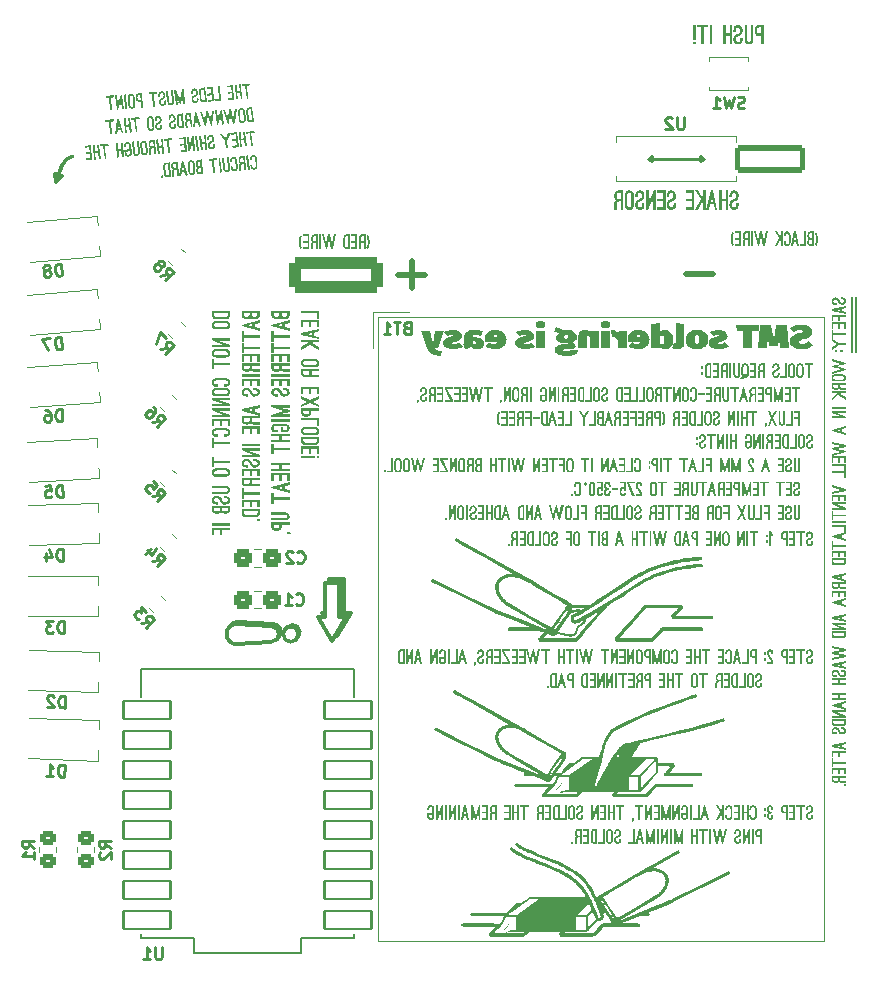
<source format=gbo>
G04 #@! TF.GenerationSoftware,KiCad,Pcbnew,9.0.3*
G04 #@! TF.CreationDate,2025-08-17T22:36:11+02:00*
G04 #@! TF.ProjectId,CH32PBG,43483332-5042-4472-9e6b-696361645f70,rev?*
G04 #@! TF.SameCoordinates,Original*
G04 #@! TF.FileFunction,Legend,Bot*
G04 #@! TF.FilePolarity,Positive*
%FSLAX46Y46*%
G04 Gerber Fmt 4.6, Leading zero omitted, Abs format (unit mm)*
G04 Created by KiCad (PCBNEW 9.0.3) date 2025-08-17 22:36:11*
%MOMM*%
%LPD*%
G01*
G04 APERTURE LIST*
G04 Aperture macros list*
%AMRoundRect*
0 Rectangle with rounded corners*
0 $1 Rounding radius*
0 $2 $3 $4 $5 $6 $7 $8 $9 X,Y pos of 4 corners*
0 Add a 4 corners polygon primitive as box body*
4,1,4,$2,$3,$4,$5,$6,$7,$8,$9,$2,$3,0*
0 Add four circle primitives for the rounded corners*
1,1,$1+$1,$2,$3*
1,1,$1+$1,$4,$5*
1,1,$1+$1,$6,$7*
1,1,$1+$1,$8,$9*
0 Add four rect primitives between the rounded corners*
20,1,$1+$1,$2,$3,$4,$5,0*
20,1,$1+$1,$4,$5,$6,$7,0*
20,1,$1+$1,$6,$7,$8,$9,0*
20,1,$1+$1,$8,$9,$2,$3,0*%
%AMRotRect*
0 Rectangle, with rotation*
0 The origin of the aperture is its center*
0 $1 length*
0 $2 width*
0 $3 Rotation angle, in degrees counterclockwise*
0 Add horizontal line*
21,1,$1,$2,0,0,$3*%
%AMOutline5P*
0 Free polygon, 5 corners , with rotation*
0 The origin of the aperture is its center*
0 number of corners: always 5*
0 $1 to $10 corner X, Y*
0 $11 Rotation angle, in degrees counterclockwise*
0 create outline with 5 corners*
4,1,5,$1,$2,$3,$4,$5,$6,$7,$8,$9,$10,$1,$2,$11*%
%AMOutline6P*
0 Free polygon, 6 corners , with rotation*
0 The origin of the aperture is its center*
0 number of corners: always 6*
0 $1 to $12 corner X, Y*
0 $13 Rotation angle, in degrees counterclockwise*
0 create outline with 6 corners*
4,1,6,$1,$2,$3,$4,$5,$6,$7,$8,$9,$10,$11,$12,$1,$2,$13*%
%AMOutline7P*
0 Free polygon, 7 corners , with rotation*
0 The origin of the aperture is its center*
0 number of corners: always 7*
0 $1 to $14 corner X, Y*
0 $15 Rotation angle, in degrees counterclockwise*
0 create outline with 7 corners*
4,1,7,$1,$2,$3,$4,$5,$6,$7,$8,$9,$10,$11,$12,$13,$14,$1,$2,$15*%
%AMOutline8P*
0 Free polygon, 8 corners , with rotation*
0 The origin of the aperture is its center*
0 number of corners: always 8*
0 $1 to $16 corner X, Y*
0 $17 Rotation angle, in degrees counterclockwise*
0 create outline with 8 corners*
4,1,8,$1,$2,$3,$4,$5,$6,$7,$8,$9,$10,$11,$12,$13,$14,$15,$16,$1,$2,$17*%
G04 Aperture macros list end*
%ADD10C,0.300000*%
%ADD11C,0.000000*%
%ADD12C,0.250000*%
%ADD13C,0.200000*%
%ADD14C,0.100000*%
%ADD15C,0.025000*%
%ADD16C,0.500000*%
%ADD17C,0.120000*%
%ADD18C,0.127000*%
%ADD19R,2.100000X1.700000*%
%ADD20Outline5P,-1.050000X0.850000X1.050000X0.850000X1.050000X-0.850000X-0.710000X-0.850000X-1.050000X-0.510000X180.000000*%
%ADD21RoundRect,0.250000X0.450000X-0.350000X0.450000X0.350000X-0.450000X0.350000X-0.450000X-0.350000X0*%
%ADD22R,8.000000X3.000000*%
%ADD23RoundRect,0.500000X3.500000X1.000000X-3.500000X1.000000X-3.500000X-1.000000X3.500000X-1.000000X0*%
%ADD24RoundRect,0.291666X-0.648182X0.070711X0.070711X-0.648182X0.648182X-0.070711X-0.070711X0.648182X0*%
%ADD25RotRect,2.100000X1.700000X178.000000*%
%ADD26Outline5P,-1.050000X0.850000X1.050000X0.850000X1.050000X-0.850000X-0.710000X-0.850000X-1.050000X-0.510000X178.000000*%
%ADD27RotRect,2.100000X1.700000X182.000000*%
%ADD28Outline5P,-1.050000X0.850000X1.050000X0.850000X1.050000X-0.850000X-0.710000X-0.850000X-1.050000X-0.510000X182.000000*%
%ADD29RotRect,2.100000X1.700000X185.000000*%
%ADD30Outline5P,-1.050000X0.850000X1.050000X0.850000X1.050000X-0.850000X-0.710000X-0.850000X-1.050000X-0.510000X185.000000*%
%ADD31RoundRect,0.250000X-2.750000X-0.950000X2.750000X-0.950000X2.750000X0.950000X-2.750000X0.950000X0*%
%ADD32Outline5P,-3.000000X1.200000X3.000000X1.200000X3.000000X-1.200000X-1.800000X-1.200000X-3.000000X0.000000X0.000000*%
%ADD33RotRect,2.100000X1.700000X184.000000*%
%ADD34Outline5P,-1.050000X0.850000X1.050000X0.850000X1.050000X-0.850000X-0.710000X-0.850000X-1.050000X-0.510000X184.000000*%
%ADD35R,1.789000X1.700000*%
%ADD36RoundRect,0.308511X-0.491489X-0.416489X0.491489X-0.416489X0.491489X0.416489X-0.491489X0.416489X0*%
%ADD37RotRect,2.100000X1.700000X183.000000*%
%ADD38Outline5P,-1.050000X0.850000X1.050000X0.850000X1.050000X-0.850000X-0.710000X-0.850000X-1.050000X-0.510000X183.000000*%
%ADD39RoundRect,0.102000X-2.000000X-0.762000X2.000000X-0.762000X2.000000X0.762000X-2.000000X0.762000X0*%
G04 APERTURE END LIST*
D10*
X138070302Y-113662840D02*
G75*
G02*
X139000003Y-114500003I441998J-443960D01*
G01*
D11*
G36*
X158456590Y-109521590D02*
G01*
X158769764Y-109703382D01*
X159326540Y-110029671D01*
X160685440Y-110827549D01*
X161666941Y-111403804D01*
X161804506Y-111484399D01*
X161918226Y-111550399D01*
X161996290Y-111594994D01*
X162018260Y-111607135D01*
X162026887Y-111611372D01*
X162027778Y-111611504D01*
X162028972Y-111611890D01*
X162030450Y-111612519D01*
X162032191Y-111613376D01*
X162036382Y-111615725D01*
X162041385Y-111618833D01*
X162047037Y-111622596D01*
X162053177Y-111626910D01*
X162059644Y-111631670D01*
X162066275Y-111636772D01*
X162069672Y-111639360D01*
X162073187Y-111641874D01*
X162076792Y-111644304D01*
X162080459Y-111646635D01*
X162084162Y-111648854D01*
X162087873Y-111650948D01*
X162091565Y-111652905D01*
X162095210Y-111654711D01*
X162098781Y-111656353D01*
X162102252Y-111657819D01*
X162105595Y-111659095D01*
X162108782Y-111660168D01*
X162111786Y-111661025D01*
X162114581Y-111661654D01*
X162117138Y-111662040D01*
X162119431Y-111662172D01*
X162122351Y-111662317D01*
X162125308Y-111662740D01*
X162128292Y-111663427D01*
X162131290Y-111664362D01*
X162134290Y-111665530D01*
X162137281Y-111666916D01*
X162140249Y-111668505D01*
X162143184Y-111670282D01*
X162146073Y-111672231D01*
X162148904Y-111674337D01*
X162151666Y-111676585D01*
X162154347Y-111678959D01*
X162156934Y-111681446D01*
X162159415Y-111684028D01*
X162161780Y-111686692D01*
X162164015Y-111689421D01*
X162166108Y-111692201D01*
X162168049Y-111695017D01*
X162169825Y-111697853D01*
X162171423Y-111700694D01*
X162172832Y-111703525D01*
X162174041Y-111706330D01*
X162175036Y-111709095D01*
X162175807Y-111711805D01*
X162176341Y-111714443D01*
X162176626Y-111716995D01*
X162176651Y-111719446D01*
X162176403Y-111721780D01*
X162175870Y-111723983D01*
X162175041Y-111726038D01*
X162173903Y-111727932D01*
X162172445Y-111729648D01*
X162171039Y-111731107D01*
X162169673Y-111732628D01*
X162168353Y-111734200D01*
X162167086Y-111735810D01*
X162165880Y-111737445D01*
X162164742Y-111739094D01*
X162163678Y-111740744D01*
X162162697Y-111742383D01*
X162161804Y-111743998D01*
X162161008Y-111745577D01*
X162160314Y-111747108D01*
X162159731Y-111748579D01*
X162159265Y-111749977D01*
X162158924Y-111751291D01*
X162158714Y-111752507D01*
X162158660Y-111753074D01*
X162158642Y-111753613D01*
X162174313Y-111755654D01*
X162219226Y-111757558D01*
X162384182Y-111760789D01*
X162628317Y-111762972D01*
X162926437Y-111763774D01*
X163694235Y-111763774D01*
X163951963Y-111600943D01*
X164425515Y-111299063D01*
X164984291Y-110937449D01*
X166514742Y-109932668D01*
X167048671Y-109581214D01*
X167234871Y-109459928D01*
X167382017Y-109365561D01*
X167501201Y-109291082D01*
X167603513Y-109229458D01*
X167700044Y-109173658D01*
X167801888Y-109116650D01*
X168024660Y-108997393D01*
X168254252Y-108882690D01*
X168490359Y-108772634D01*
X168732676Y-108667321D01*
X168980899Y-108566846D01*
X169234721Y-108471303D01*
X169493839Y-108380787D01*
X169757946Y-108295392D01*
X170026739Y-108215214D01*
X170299911Y-108140348D01*
X170577158Y-108070887D01*
X170858175Y-108006928D01*
X171142657Y-107948563D01*
X171430299Y-107895890D01*
X171720796Y-107849001D01*
X172013842Y-107807993D01*
X172207214Y-107784596D01*
X172405810Y-107763387D01*
X172600324Y-107745059D01*
X172781447Y-107730304D01*
X172939875Y-107719813D01*
X173066300Y-107714279D01*
X173114603Y-107713587D01*
X173151416Y-107714393D01*
X173175575Y-107716784D01*
X173182546Y-107718602D01*
X173185917Y-107720847D01*
X173186693Y-107722769D01*
X173187472Y-107725987D01*
X173189020Y-107736014D01*
X173190520Y-107750336D01*
X173191934Y-107768360D01*
X173193218Y-107789490D01*
X173194334Y-107813134D01*
X173195239Y-107838699D01*
X173195894Y-107865589D01*
X173198382Y-107998224D01*
X173028383Y-108007365D01*
X172782321Y-108023526D01*
X172525549Y-108045920D01*
X172261758Y-108074053D01*
X171994635Y-108107433D01*
X171727870Y-108145564D01*
X171465153Y-108187952D01*
X171210172Y-108234103D01*
X170966616Y-108283523D01*
X170584249Y-108371055D01*
X170216478Y-108466189D01*
X169861520Y-108569539D01*
X169517592Y-108681719D01*
X169182912Y-108803344D01*
X168855698Y-108935027D01*
X168534166Y-109077383D01*
X168216536Y-109231026D01*
X168072400Y-109304972D01*
X167935537Y-109378716D01*
X167793419Y-109459987D01*
X167633519Y-109556517D01*
X167443308Y-109676036D01*
X167210259Y-109826276D01*
X166565535Y-110249840D01*
X165720532Y-110806036D01*
X164987174Y-111284351D01*
X164357268Y-111689900D01*
X163822622Y-112027797D01*
X163375045Y-112303159D01*
X163006344Y-112521099D01*
X162708327Y-112686732D01*
X162583265Y-112751532D01*
X162472802Y-112805173D01*
X162432927Y-112823888D01*
X162416729Y-112831680D01*
X162402797Y-112838619D01*
X162396627Y-112841811D01*
X162390960Y-112844844D01*
X162385773Y-112847733D01*
X162381046Y-112850498D01*
X162376756Y-112853155D01*
X162372884Y-112855722D01*
X162369407Y-112858218D01*
X162366303Y-112860659D01*
X162363553Y-112863063D01*
X162361133Y-112865448D01*
X162359023Y-112867833D01*
X162357202Y-112870234D01*
X162355648Y-112872668D01*
X162354339Y-112875155D01*
X162353255Y-112877712D01*
X162352373Y-112880356D01*
X162351673Y-112883104D01*
X162351133Y-112885976D01*
X162350732Y-112888988D01*
X162350449Y-112892158D01*
X162350148Y-112899043D01*
X162350060Y-112906773D01*
X162350182Y-112911932D01*
X162350587Y-112917358D01*
X162351262Y-112923023D01*
X162352194Y-112928901D01*
X162354774Y-112941185D01*
X162358223Y-112953993D01*
X162362435Y-112967108D01*
X162367305Y-112980313D01*
X162372728Y-112993390D01*
X162378598Y-113006123D01*
X162384810Y-113018294D01*
X162391258Y-113029687D01*
X162397838Y-113040084D01*
X162404444Y-113049268D01*
X162407723Y-113053337D01*
X162410970Y-113057022D01*
X162414170Y-113060295D01*
X162417312Y-113063130D01*
X162420380Y-113065498D01*
X162423363Y-113067373D01*
X162426248Y-113068728D01*
X162429020Y-113069535D01*
X162442384Y-113069119D01*
X162463348Y-113064393D01*
X162526031Y-113042961D01*
X162612986Y-113007140D01*
X162720131Y-112958830D01*
X162843383Y-112899929D01*
X162978660Y-112832339D01*
X163121879Y-112757958D01*
X163268957Y-112678687D01*
X163633765Y-112473173D01*
X164057241Y-112225505D01*
X165044940Y-111625544D01*
X166161529Y-110922474D01*
X167336485Y-110159966D01*
X167615428Y-109977711D01*
X167726953Y-109906419D01*
X167826312Y-109844367D01*
X167918358Y-109788571D01*
X168007939Y-109736043D01*
X168099907Y-109683798D01*
X168199112Y-109628848D01*
X168427379Y-109508101D01*
X168662385Y-109392602D01*
X168903996Y-109282390D01*
X169152078Y-109177504D01*
X169406499Y-109077984D01*
X169667125Y-108983867D01*
X169933823Y-108895193D01*
X170206459Y-108812001D01*
X170484901Y-108734330D01*
X170769014Y-108662218D01*
X171058665Y-108595704D01*
X171353722Y-108534828D01*
X171654050Y-108479629D01*
X171959517Y-108430144D01*
X172269989Y-108386414D01*
X172585333Y-108348477D01*
X172860809Y-108318697D01*
X172968566Y-108307560D01*
X173056632Y-108298897D01*
X173125231Y-108292685D01*
X173174585Y-108288905D01*
X173204916Y-108287536D01*
X173213018Y-108287748D01*
X173216448Y-108288555D01*
X173218152Y-108292954D01*
X173220209Y-108302643D01*
X173225082Y-108334859D01*
X173230469Y-108379136D01*
X173235772Y-108429410D01*
X173240391Y-108479616D01*
X173243727Y-108523691D01*
X173245182Y-108555568D01*
X173245018Y-108565038D01*
X173244158Y-108569184D01*
X173236613Y-108570923D01*
X173217059Y-108573837D01*
X173147212Y-108582570D01*
X173045200Y-108594132D01*
X172921608Y-108607272D01*
X172467634Y-108658195D01*
X172046849Y-108714192D01*
X171652861Y-108776561D01*
X171279278Y-108846602D01*
X170919711Y-108925615D01*
X170567767Y-109014899D01*
X170217055Y-109115753D01*
X169861185Y-109229477D01*
X169545854Y-109339926D01*
X169246654Y-109455470D01*
X168958831Y-109578464D01*
X168677633Y-109711265D01*
X168398307Y-109856227D01*
X168116100Y-110015705D01*
X167826260Y-110192055D01*
X167524033Y-110387631D01*
X167036832Y-110707391D01*
X166461938Y-111078525D01*
X165864717Y-111459110D01*
X165310535Y-111807225D01*
X165282763Y-111824586D01*
X165257062Y-111840819D01*
X165233401Y-111855946D01*
X165211750Y-111869989D01*
X165192079Y-111882970D01*
X165174358Y-111894910D01*
X165158557Y-111905832D01*
X165144647Y-111915757D01*
X165132596Y-111924707D01*
X165122376Y-111932703D01*
X165113956Y-111939769D01*
X165110411Y-111942959D01*
X165107306Y-111945924D01*
X165104636Y-111948667D01*
X165102397Y-111951191D01*
X165100585Y-111953499D01*
X165099197Y-111955593D01*
X165098230Y-111957475D01*
X165097678Y-111959150D01*
X165097540Y-111960619D01*
X165097810Y-111961884D01*
X165104725Y-111979111D01*
X165111203Y-111995549D01*
X165087281Y-112027510D01*
X165016324Y-112112947D01*
X164753430Y-112420859D01*
X163884590Y-113421122D01*
X163295173Y-114093514D01*
X163077772Y-114339940D01*
X162906412Y-114532668D01*
X162776968Y-114676309D01*
X162685316Y-114775474D01*
X162652375Y-114809820D01*
X162627334Y-114834775D01*
X162609681Y-114850917D01*
X162598898Y-114858823D01*
X162545983Y-114886829D01*
X160980602Y-114887410D01*
X159415221Y-114887994D01*
X159364528Y-114778268D01*
X159354345Y-114755853D01*
X159344845Y-114734222D01*
X159336236Y-114713899D01*
X159328726Y-114695409D01*
X159322523Y-114679278D01*
X159317834Y-114666029D01*
X159316123Y-114660650D01*
X159314869Y-114656188D01*
X159314097Y-114652710D01*
X159313834Y-114650280D01*
X159315023Y-114647062D01*
X159318511Y-114641269D01*
X159331914Y-114622535D01*
X159353103Y-114595226D01*
X159357203Y-114590146D01*
X159745638Y-114590146D01*
X160145745Y-114594036D01*
X161107710Y-114595340D01*
X162469785Y-114594810D01*
X162831735Y-114179945D01*
X163815068Y-113053940D01*
X163968010Y-112878528D01*
X164095865Y-112731041D01*
X164199533Y-112610406D01*
X164279913Y-112515550D01*
X164337906Y-112445398D01*
X164358790Y-112419251D01*
X164374413Y-112398878D01*
X164384891Y-112384144D01*
X164390334Y-112374915D01*
X164391203Y-112372324D01*
X164390856Y-112371058D01*
X164389306Y-112371102D01*
X164386568Y-112372438D01*
X164163905Y-112503733D01*
X163927590Y-112641493D01*
X163711551Y-112766042D01*
X163549714Y-112857709D01*
X163346944Y-112970518D01*
X163350749Y-113070946D01*
X163351329Y-113103818D01*
X163350323Y-113134370D01*
X163347497Y-113162926D01*
X163342612Y-113189810D01*
X163339325Y-113202725D01*
X163335434Y-113215343D01*
X163330911Y-113227705D01*
X163325726Y-113239851D01*
X163319850Y-113251820D01*
X163313252Y-113263655D01*
X163305904Y-113275394D01*
X163297775Y-113287079D01*
X163279060Y-113310446D01*
X163256870Y-113334080D01*
X163230969Y-113358303D01*
X163201121Y-113383440D01*
X163167089Y-113409812D01*
X163128638Y-113437745D01*
X163085531Y-113467560D01*
X163037532Y-113499581D01*
X162987670Y-113532715D01*
X162942946Y-113563270D01*
X162903021Y-113591660D01*
X162867555Y-113618300D01*
X162836208Y-113643603D01*
X162808640Y-113667983D01*
X162784512Y-113691854D01*
X162773631Y-113703729D01*
X162763483Y-113715631D01*
X162754024Y-113727614D01*
X162745213Y-113739728D01*
X162737007Y-113752025D01*
X162729363Y-113764558D01*
X162722240Y-113777377D01*
X162715593Y-113790535D01*
X162709382Y-113804083D01*
X162703563Y-113818074D01*
X162692933Y-113847588D01*
X162683364Y-113879492D01*
X162674514Y-113914199D01*
X162666045Y-113952124D01*
X162649420Y-114019671D01*
X162629137Y-114082455D01*
X162617628Y-114112057D01*
X162605209Y-114140465D01*
X162591883Y-114167676D01*
X162577652Y-114193691D01*
X162562516Y-114218507D01*
X162546479Y-114242123D01*
X162529540Y-114264538D01*
X162511703Y-114285751D01*
X162492969Y-114305761D01*
X162473340Y-114324565D01*
X162452817Y-114342164D01*
X162431402Y-114358555D01*
X162409097Y-114373738D01*
X162385904Y-114387711D01*
X162361825Y-114400473D01*
X162336861Y-114412022D01*
X162311013Y-114422358D01*
X162284285Y-114431479D01*
X162256677Y-114439383D01*
X162228191Y-114446071D01*
X162198829Y-114451539D01*
X162168593Y-114455788D01*
X162137484Y-114458815D01*
X162105505Y-114460620D01*
X162038941Y-114460558D01*
X161968914Y-114455590D01*
X161921947Y-114450297D01*
X161876465Y-114444063D01*
X161829124Y-114436199D01*
X161776577Y-114426019D01*
X161715481Y-114412834D01*
X161642488Y-114395956D01*
X161447436Y-114348372D01*
X161374394Y-114330918D01*
X161305873Y-114315945D01*
X161241772Y-114303456D01*
X161181994Y-114293454D01*
X161126439Y-114285943D01*
X161075007Y-114280924D01*
X161050807Y-114279351D01*
X161027600Y-114278402D01*
X161005375Y-114278078D01*
X160984118Y-114278379D01*
X160963818Y-114279305D01*
X160944462Y-114280857D01*
X160926038Y-114283036D01*
X160908533Y-114285841D01*
X160891935Y-114289273D01*
X160876231Y-114293332D01*
X160861410Y-114298019D01*
X160847458Y-114303334D01*
X160834363Y-114309277D01*
X160822114Y-114315849D01*
X160810696Y-114323051D01*
X160800099Y-114330882D01*
X160790310Y-114339342D01*
X160781316Y-114348433D01*
X160773104Y-114358155D01*
X160765663Y-114368507D01*
X160753536Y-114386859D01*
X160748543Y-114394153D01*
X160744044Y-114400274D01*
X160739875Y-114405282D01*
X160737862Y-114407389D01*
X160735869Y-114409240D01*
X160733876Y-114410843D01*
X160731862Y-114412207D01*
X160729807Y-114413338D01*
X160727689Y-114414245D01*
X160725489Y-114414935D01*
X160723186Y-114415415D01*
X160720758Y-114415693D01*
X160718186Y-114415778D01*
X160715448Y-114415675D01*
X160712525Y-114415394D01*
X160706038Y-114414326D01*
X160698559Y-114412633D01*
X160689925Y-114410378D01*
X160668528Y-114404422D01*
X160662257Y-114402765D01*
X160656155Y-114401327D01*
X160650209Y-114400108D01*
X160644409Y-114399107D01*
X160638743Y-114398325D01*
X160633198Y-114397761D01*
X160627765Y-114397416D01*
X160622430Y-114397289D01*
X160617183Y-114397381D01*
X160612013Y-114397690D01*
X160606906Y-114398219D01*
X160601853Y-114398965D01*
X160596841Y-114399929D01*
X160591860Y-114401112D01*
X160586896Y-114402513D01*
X160581940Y-114404132D01*
X160575617Y-114406064D01*
X160569062Y-114407418D01*
X160562008Y-114408114D01*
X160554185Y-114408072D01*
X160545326Y-114407210D01*
X160535161Y-114405451D01*
X160523423Y-114402712D01*
X160509843Y-114398915D01*
X160476085Y-114387823D01*
X160431737Y-114371535D01*
X160374655Y-114349410D01*
X160302690Y-114320807D01*
X160253228Y-114301324D01*
X160207046Y-114283726D01*
X160165075Y-114268330D01*
X160128248Y-114255451D01*
X160097499Y-114245407D01*
X160084694Y-114241546D01*
X160073759Y-114238513D01*
X160064809Y-114236346D01*
X160057961Y-114235086D01*
X160053332Y-114234771D01*
X160051886Y-114234981D01*
X160051039Y-114235442D01*
X159979924Y-114315571D01*
X159877541Y-114433660D01*
X159785557Y-114541316D01*
X159756484Y-114576110D01*
X159745638Y-114590146D01*
X159357203Y-114590146D01*
X159381140Y-114560490D01*
X159453995Y-114473332D01*
X159542961Y-114370252D01*
X159772087Y-114108484D01*
X159705208Y-114081522D01*
X160964925Y-114081522D01*
X161107756Y-114097532D01*
X161142280Y-114102159D01*
X161185762Y-114109203D01*
X161292569Y-114129145D01*
X161414115Y-114154565D01*
X161536337Y-114182669D01*
X161653802Y-114210551D01*
X161762396Y-114235365D01*
X161850036Y-114254412D01*
X161882222Y-114260928D01*
X161904636Y-114264989D01*
X161904635Y-114264987D01*
X161926524Y-114268177D01*
X161949004Y-114270866D01*
X161971921Y-114273055D01*
X161995119Y-114274748D01*
X162018445Y-114275950D01*
X162041745Y-114276662D01*
X162064865Y-114276889D01*
X162087650Y-114276634D01*
X162109947Y-114275901D01*
X162131602Y-114274692D01*
X162152460Y-114273010D01*
X162172367Y-114270861D01*
X162191169Y-114268246D01*
X162208712Y-114265170D01*
X162224843Y-114261635D01*
X162239406Y-114257645D01*
X162262843Y-114249315D01*
X162285238Y-114239037D01*
X162306602Y-114226795D01*
X162326943Y-114212576D01*
X162346272Y-114196366D01*
X162364597Y-114178151D01*
X162381928Y-114157916D01*
X162398275Y-114135648D01*
X162413647Y-114111333D01*
X162428054Y-114084957D01*
X162441505Y-114056506D01*
X162454010Y-114025967D01*
X162465578Y-113993324D01*
X162476218Y-113958564D01*
X162485941Y-113921673D01*
X162494756Y-113882637D01*
X162503956Y-113842792D01*
X162514612Y-113804928D01*
X162526901Y-113768828D01*
X162540997Y-113734275D01*
X162557075Y-113701050D01*
X162575311Y-113668937D01*
X162595879Y-113637719D01*
X162618956Y-113607177D01*
X162644715Y-113577095D01*
X162673332Y-113547254D01*
X162704982Y-113517439D01*
X162739841Y-113487430D01*
X162778083Y-113457011D01*
X162819884Y-113425965D01*
X162865418Y-113394073D01*
X162914862Y-113361119D01*
X162948750Y-113338700D01*
X162981988Y-113316110D01*
X163013731Y-113293965D01*
X163043136Y-113272878D01*
X163069360Y-113253463D01*
X163091559Y-113236334D01*
X163108889Y-113222106D01*
X163115465Y-113216272D01*
X163120507Y-113211393D01*
X163127376Y-113203750D01*
X163134020Y-113195289D01*
X163140383Y-113186165D01*
X163146405Y-113176529D01*
X163152030Y-113166537D01*
X163157199Y-113156340D01*
X163161856Y-113146092D01*
X163165942Y-113135946D01*
X163169399Y-113126056D01*
X163172171Y-113116575D01*
X163174198Y-113107657D01*
X163175424Y-113099453D01*
X163175719Y-113095668D01*
X163175791Y-113092119D01*
X163175634Y-113088826D01*
X163175241Y-113085807D01*
X163174604Y-113083082D01*
X163173716Y-113080670D01*
X163172570Y-113078591D01*
X163171159Y-113076862D01*
X163169647Y-113076622D01*
X163166516Y-113077221D01*
X163155742Y-113080782D01*
X163139534Y-113087238D01*
X163118589Y-113096279D01*
X163093602Y-113107597D01*
X163065271Y-113120883D01*
X163034292Y-113135828D01*
X163001360Y-113152124D01*
X162964809Y-113170040D01*
X162923458Y-113189627D01*
X162832046Y-113231276D01*
X162738515Y-113271999D01*
X162694514Y-113290428D01*
X162654253Y-113306723D01*
X162599996Y-113327988D01*
X162576834Y-113336841D01*
X162556026Y-113344585D01*
X162537353Y-113351280D01*
X162520599Y-113356984D01*
X162505545Y-113361756D01*
X162491973Y-113365655D01*
X162479667Y-113368739D01*
X162468408Y-113371067D01*
X162457978Y-113372698D01*
X162448159Y-113373691D01*
X162438735Y-113374104D01*
X162429487Y-113373997D01*
X162420197Y-113373427D01*
X162410647Y-113372454D01*
X162387374Y-113368764D01*
X162364493Y-113363268D01*
X162342037Y-113355995D01*
X162320037Y-113346972D01*
X162298528Y-113336226D01*
X162277540Y-113323786D01*
X162257108Y-113309678D01*
X162237263Y-113293931D01*
X162218039Y-113276573D01*
X162199467Y-113257630D01*
X162181581Y-113237130D01*
X162164413Y-113215102D01*
X162147996Y-113191572D01*
X162132363Y-113166569D01*
X162117545Y-113140120D01*
X162103576Y-113112253D01*
X162091174Y-113085405D01*
X162086060Y-113073547D01*
X162081610Y-113062401D01*
X162077779Y-113051721D01*
X162074520Y-113041259D01*
X162071788Y-113030766D01*
X162069538Y-113019995D01*
X162067723Y-113008698D01*
X162066299Y-112996627D01*
X162065219Y-112983534D01*
X162064437Y-112969172D01*
X162063588Y-112935648D01*
X162063386Y-112894071D01*
X162063823Y-112859730D01*
X162065232Y-112828385D01*
X162067762Y-112799809D01*
X162069493Y-112786489D01*
X162071559Y-112773776D01*
X162073979Y-112761642D01*
X162076771Y-112750059D01*
X162079954Y-112738999D01*
X162083546Y-112728433D01*
X162087565Y-112718332D01*
X162092031Y-112708669D01*
X162096961Y-112699415D01*
X162102374Y-112690541D01*
X162108288Y-112682021D01*
X162114722Y-112673824D01*
X162121695Y-112665923D01*
X162129224Y-112658290D01*
X162137328Y-112650895D01*
X162146026Y-112643712D01*
X162155336Y-112636711D01*
X162165276Y-112629864D01*
X162175866Y-112623143D01*
X162187123Y-112616520D01*
X162211712Y-112603452D01*
X162239193Y-112590434D01*
X162269712Y-112577240D01*
X162318191Y-112555436D01*
X162382619Y-112524224D01*
X162456430Y-112487048D01*
X162533060Y-112447355D01*
X162605945Y-112408587D01*
X162668521Y-112374191D01*
X162714223Y-112347611D01*
X162728695Y-112338328D01*
X162736487Y-112332291D01*
X162737695Y-112330720D01*
X162737990Y-112329996D01*
X162738077Y-112329315D01*
X162737957Y-112328675D01*
X162737629Y-112328076D01*
X162736345Y-112327004D01*
X162734219Y-112326098D01*
X162731248Y-112325357D01*
X162727427Y-112324782D01*
X162722749Y-112324372D01*
X162717211Y-112324126D01*
X162710808Y-112324045D01*
X162695385Y-112324374D01*
X162676441Y-112325358D01*
X162653936Y-112326992D01*
X162615057Y-112331498D01*
X162571614Y-112339182D01*
X162523110Y-112350185D01*
X162469045Y-112364650D01*
X162408922Y-112382719D01*
X162342242Y-112404534D01*
X162268505Y-112430236D01*
X162187214Y-112459969D01*
X162057041Y-112508526D01*
X161510983Y-113295024D01*
X160964925Y-114081522D01*
X159705208Y-114081522D01*
X159590586Y-114035313D01*
X159409084Y-113962142D01*
X158124187Y-113961508D01*
X156839289Y-113960873D01*
X156801812Y-113923395D01*
X156797959Y-113919395D01*
X156794147Y-113915149D01*
X156790396Y-113910696D01*
X156786731Y-113906071D01*
X156783173Y-113901312D01*
X156779745Y-113896457D01*
X156776470Y-113891542D01*
X156773371Y-113886606D01*
X156770470Y-113881684D01*
X156767790Y-113876815D01*
X156765353Y-113872035D01*
X156763183Y-113867382D01*
X156761302Y-113862893D01*
X156759732Y-113858605D01*
X156758497Y-113854556D01*
X156757618Y-113850782D01*
X156756818Y-113845997D01*
X156756226Y-113841121D01*
X156755839Y-113836165D01*
X156755651Y-113831137D01*
X156755863Y-113820910D01*
X156756829Y-113810517D01*
X156758519Y-113800038D01*
X156760903Y-113789553D01*
X156763948Y-113779140D01*
X156767625Y-113768879D01*
X156771901Y-113758848D01*
X156776747Y-113749127D01*
X156782130Y-113739795D01*
X156788021Y-113730930D01*
X156794387Y-113722613D01*
X156801199Y-113714922D01*
X156804762Y-113711336D01*
X156808425Y-113707936D01*
X156812183Y-113704732D01*
X156816033Y-113701734D01*
X156829959Y-113693029D01*
X156852239Y-113686377D01*
X156893463Y-113681408D01*
X156964220Y-113677748D01*
X157236687Y-113672871D01*
X157754350Y-113668772D01*
X158656819Y-113662422D01*
X157166052Y-113066758D01*
X156108455Y-112642385D01*
X155783038Y-112510422D01*
X155659137Y-112458551D01*
X152928637Y-111145153D01*
X151009285Y-110223886D01*
X150206316Y-109835660D01*
X150205833Y-109834108D01*
X150206010Y-109831280D01*
X150206819Y-109827247D01*
X150208230Y-109822080D01*
X150212748Y-109808626D01*
X150219335Y-109791487D01*
X150227764Y-109771229D01*
X150237808Y-109748420D01*
X150249239Y-109723625D01*
X150261829Y-109697413D01*
X150325312Y-109567804D01*
X150390449Y-109600905D01*
X153128935Y-110915688D01*
X155802285Y-112197371D01*
X157993035Y-113074154D01*
X159432614Y-113650292D01*
X160109030Y-113920332D01*
X160248998Y-113975463D01*
X160284812Y-113989164D01*
X160303711Y-113995947D01*
X160310090Y-113997558D01*
X160309958Y-113996970D01*
X160308347Y-113995742D01*
X160298084Y-113988809D01*
X158591882Y-112983924D01*
X157484584Y-112334330D01*
X157143740Y-112133440D01*
X157015362Y-112057265D01*
X156910764Y-111994714D01*
X156826759Y-111943872D01*
X156760159Y-111902821D01*
X156707776Y-111869645D01*
X156666423Y-111842428D01*
X156632913Y-111819254D01*
X156604058Y-111798205D01*
X156547562Y-111754821D01*
X156471063Y-111693469D01*
X156397507Y-111630247D01*
X156326981Y-111565275D01*
X156259567Y-111498667D01*
X156195351Y-111430542D01*
X156134417Y-111361016D01*
X156076850Y-111290206D01*
X156022733Y-111218229D01*
X155972151Y-111145201D01*
X155925189Y-111071240D01*
X155881931Y-110996463D01*
X155842461Y-110920987D01*
X155806864Y-110844928D01*
X155775224Y-110768403D01*
X155747626Y-110691529D01*
X155724154Y-110614424D01*
X155715668Y-110581247D01*
X155708124Y-110546534D01*
X155701532Y-110510526D01*
X155695899Y-110473458D01*
X155691231Y-110435570D01*
X155687537Y-110397100D01*
X155684824Y-110358286D01*
X155683100Y-110319365D01*
X155682372Y-110280577D01*
X155682404Y-110276121D01*
X155976372Y-110276121D01*
X155977782Y-110322323D01*
X155979629Y-110354373D01*
X155982064Y-110385175D01*
X155985138Y-110414922D01*
X155988904Y-110443802D01*
X155993414Y-110472008D01*
X155998722Y-110499728D01*
X156004879Y-110527155D01*
X156011938Y-110554479D01*
X156019952Y-110581890D01*
X156028972Y-110609579D01*
X156039053Y-110637736D01*
X156050245Y-110666553D01*
X156062601Y-110696219D01*
X156076175Y-110726926D01*
X156107183Y-110792223D01*
X156137516Y-110850679D01*
X156170614Y-110908766D01*
X156206390Y-110966385D01*
X156244751Y-111023440D01*
X156285608Y-111079832D01*
X156328872Y-111135462D01*
X156374453Y-111190234D01*
X156422260Y-111244048D01*
X156472205Y-111296808D01*
X156524196Y-111348415D01*
X156578144Y-111398771D01*
X156633960Y-111447778D01*
X156691552Y-111495338D01*
X156750833Y-111541353D01*
X156811711Y-111585725D01*
X156874097Y-111628356D01*
X157448964Y-111971731D01*
X158659787Y-112684024D01*
X158659787Y-112684025D01*
X160382568Y-113694770D01*
X160441649Y-113730508D01*
X160441889Y-113730156D01*
X160687098Y-113730156D01*
X160687665Y-113730434D01*
X160688226Y-113730829D01*
X160689331Y-113731957D01*
X160690405Y-113733514D01*
X160691443Y-113735474D01*
X160692439Y-113737811D01*
X160693386Y-113740499D01*
X160694279Y-113743512D01*
X160695112Y-113746825D01*
X160695878Y-113750409D01*
X160696571Y-113754241D01*
X160697186Y-113758294D01*
X160697716Y-113762541D01*
X160698156Y-113766957D01*
X160698498Y-113771515D01*
X160698738Y-113776190D01*
X160698869Y-113780956D01*
X160698871Y-113780955D01*
X160699197Y-113791295D01*
X160699848Y-113802846D01*
X160700786Y-113815218D01*
X160701970Y-113828024D01*
X160703362Y-113840874D01*
X160704924Y-113853379D01*
X160706614Y-113865150D01*
X160708396Y-113875799D01*
X160717188Y-113924075D01*
X161307339Y-113075698D01*
X161494738Y-112806086D01*
X161637721Y-112599506D01*
X161694448Y-112516952D01*
X161742341Y-112446675D01*
X161782155Y-112387514D01*
X161814648Y-112338308D01*
X161840576Y-112297898D01*
X161851314Y-112280629D01*
X161860695Y-112265123D01*
X161868813Y-112251236D01*
X161875762Y-112238823D01*
X161881638Y-112227738D01*
X161886534Y-112217836D01*
X161890545Y-112208973D01*
X161893767Y-112201003D01*
X161896292Y-112193782D01*
X161898217Y-112187164D01*
X161899635Y-112181004D01*
X161900641Y-112175157D01*
X161901330Y-112169478D01*
X161901795Y-112163822D01*
X161902451Y-112150142D01*
X161902658Y-112135595D01*
X161902441Y-112120625D01*
X161901823Y-112105680D01*
X161900831Y-112091205D01*
X161899487Y-112077646D01*
X161897817Y-112065449D01*
X161896867Y-112060001D01*
X161896013Y-112055873D01*
X162195482Y-112055873D01*
X162199285Y-112157372D01*
X162199285Y-112157371D01*
X162200178Y-112177749D01*
X162201261Y-112196738D01*
X162202494Y-112213924D01*
X162203835Y-112228893D01*
X162204532Y-112235416D01*
X162205241Y-112241230D01*
X162205955Y-112246283D01*
X162206671Y-112250522D01*
X162207382Y-112253895D01*
X162208083Y-112256352D01*
X162208429Y-112257221D01*
X162208770Y-112257841D01*
X162209106Y-112258206D01*
X162209437Y-112258309D01*
X162212397Y-112257566D01*
X162218416Y-112255656D01*
X162238170Y-112248848D01*
X162265783Y-112238916D01*
X162298336Y-112226891D01*
X162325188Y-112217125D01*
X162352008Y-112207908D01*
X162405336Y-112191164D01*
X162431739Y-112183660D01*
X162457899Y-112176750D01*
X162483761Y-112170445D01*
X162509273Y-112164755D01*
X162534383Y-112159694D01*
X162559036Y-112155270D01*
X162583182Y-112151496D01*
X162606766Y-112148384D01*
X162629736Y-112145943D01*
X162652040Y-112144186D01*
X162673623Y-112143123D01*
X162694434Y-112142767D01*
X162724606Y-112143059D01*
X162737879Y-112143469D01*
X162750137Y-112144097D01*
X162761528Y-112144973D01*
X162772199Y-112146127D01*
X162782296Y-112147591D01*
X162791965Y-112149393D01*
X162801354Y-112151567D01*
X162810609Y-112154140D01*
X162819876Y-112157146D01*
X162829302Y-112160613D01*
X162839034Y-112164573D01*
X162849219Y-112169056D01*
X162860002Y-112174093D01*
X162871532Y-112179714D01*
X162946074Y-112216660D01*
X163066635Y-112144802D01*
X163114121Y-112116228D01*
X163154289Y-112091546D01*
X163170306Y-112081489D01*
X163182905Y-112073394D01*
X163191558Y-112067590D01*
X163194238Y-112065651D01*
X163195733Y-112064409D01*
X163193986Y-112063539D01*
X163187153Y-112062694D01*
X163159248Y-112061095D01*
X163053597Y-112058381D01*
X162895049Y-112056547D01*
X162699876Y-112055873D01*
X162195482Y-112055873D01*
X161896013Y-112055873D01*
X161895845Y-112055061D01*
X161891259Y-112041838D01*
X161887061Y-112039810D01*
X161880396Y-112042421D01*
X161870364Y-112050859D01*
X161856067Y-112066310D01*
X161811082Y-112123006D01*
X161738255Y-112222008D01*
X161630394Y-112372818D01*
X161280822Y-112867861D01*
X161046874Y-113201364D01*
X160856950Y-113475110D01*
X160730531Y-113660805D01*
X160697223Y-113711792D01*
X160689111Y-113725273D01*
X160687098Y-113730156D01*
X160441889Y-113730156D01*
X161090976Y-112778931D01*
X161551406Y-112102076D01*
X161692905Y-111892436D01*
X161746578Y-111811000D01*
X161744109Y-111807155D01*
X161735174Y-111799664D01*
X161698039Y-111773824D01*
X161547603Y-111679265D01*
X161297327Y-111528581D01*
X160949270Y-111323031D01*
X159383686Y-110404085D01*
X158962991Y-110157361D01*
X158640035Y-109969104D01*
X158509753Y-109893980D01*
X158397360Y-109829967D01*
X158300672Y-109775898D01*
X158217507Y-109730602D01*
X158145683Y-109692913D01*
X158083017Y-109661661D01*
X158027328Y-109635678D01*
X157976432Y-109613796D01*
X157928147Y-109594846D01*
X157880291Y-109577659D01*
X157830682Y-109561067D01*
X157777137Y-109543902D01*
X157695632Y-109519459D01*
X157614468Y-109497933D01*
X157533758Y-109479326D01*
X157453615Y-109463641D01*
X157374150Y-109450883D01*
X157295477Y-109441056D01*
X157217707Y-109434162D01*
X157140953Y-109430206D01*
X157065327Y-109429191D01*
X156990942Y-109431121D01*
X156917911Y-109435999D01*
X156846345Y-109443830D01*
X156776357Y-109454617D01*
X156708060Y-109468363D01*
X156641566Y-109485073D01*
X156576987Y-109504749D01*
X156546152Y-109515329D01*
X156516885Y-109526047D01*
X156489051Y-109536985D01*
X156462514Y-109548227D01*
X156437138Y-109559855D01*
X156412788Y-109571952D01*
X156389328Y-109584600D01*
X156366622Y-109597882D01*
X156344535Y-109611881D01*
X156322930Y-109626678D01*
X156301673Y-109642358D01*
X156280627Y-109659002D01*
X156259657Y-109676694D01*
X156238627Y-109695515D01*
X156217401Y-109715549D01*
X156195844Y-109736877D01*
X156165266Y-109768984D01*
X156137202Y-109801005D01*
X156111599Y-109833086D01*
X156088401Y-109865375D01*
X156067554Y-109898017D01*
X156049003Y-109931159D01*
X156032694Y-109964948D01*
X156018572Y-109999530D01*
X156006582Y-110035052D01*
X155996670Y-110071659D01*
X155988782Y-110109500D01*
X155982863Y-110148720D01*
X155978858Y-110189466D01*
X155976712Y-110231884D01*
X155976372Y-110276121D01*
X155682404Y-110276121D01*
X155682647Y-110242160D01*
X155683934Y-110204350D01*
X155686239Y-110167388D01*
X155689571Y-110131510D01*
X155693936Y-110096956D01*
X155699342Y-110063963D01*
X155705797Y-110032769D01*
X155732950Y-109935196D01*
X155768068Y-109842568D01*
X155810968Y-109755012D01*
X155861465Y-109672657D01*
X155919376Y-109595631D01*
X155984516Y-109524062D01*
X156056702Y-109458078D01*
X156135749Y-109397807D01*
X156221474Y-109343378D01*
X156313692Y-109294917D01*
X156412219Y-109252554D01*
X156516872Y-109216417D01*
X156627467Y-109186633D01*
X156743819Y-109163331D01*
X156865744Y-109146638D01*
X156993059Y-109136684D01*
X157155131Y-109128524D01*
X154703884Y-107751659D01*
X152972691Y-106775826D01*
X152446055Y-106476312D01*
X152252637Y-106363147D01*
X152254115Y-106357404D01*
X152258301Y-106347308D01*
X152273299Y-106316692D01*
X152294642Y-106276568D01*
X152319340Y-106232206D01*
X152344401Y-106188876D01*
X152366835Y-106151848D01*
X152376133Y-106137344D01*
X152383653Y-106126391D01*
X152389022Y-106119649D01*
X152390782Y-106118063D01*
X152391865Y-106117776D01*
X158456590Y-109521590D01*
G37*
D12*
X173350000Y-74000000D02*
X173050000Y-73800000D01*
D10*
X118500000Y-76000000D02*
X118400000Y-75300000D01*
X142640000Y-109700000D02*
X142640000Y-112540000D01*
X136724040Y-113599040D02*
X133775960Y-113400960D01*
X141650000Y-109550000D02*
X142850000Y-109550000D01*
X140670000Y-112800000D02*
X141870000Y-114800000D01*
D12*
X168950000Y-74200000D02*
X168950000Y-73800000D01*
D10*
X119039340Y-74546447D02*
G75*
G02*
X119900000Y-73800000I1060660J-353553D01*
G01*
X141270000Y-112800000D02*
X140670000Y-112800000D01*
X143450000Y-112450000D02*
X142250000Y-114450000D01*
X133259224Y-113556614D02*
G75*
G02*
X133950020Y-113201912I690776J-495286D01*
G01*
D11*
G36*
X156854635Y-138781049D02*
G01*
X156846959Y-138800699D01*
X156837457Y-138822492D01*
X156826506Y-138845706D01*
X156814480Y-138869614D01*
X156801755Y-138893493D01*
X156788705Y-138916619D01*
X156775707Y-138938265D01*
X156763136Y-138957709D01*
X156749691Y-138976905D01*
X156734660Y-138997111D01*
X156718242Y-139018116D01*
X156700636Y-139039710D01*
X156682041Y-139061681D01*
X156662658Y-139083821D01*
X156642684Y-139105917D01*
X156622321Y-139127760D01*
X156601766Y-139149139D01*
X156581219Y-139169843D01*
X156560880Y-139189661D01*
X156540948Y-139208384D01*
X156521622Y-139225801D01*
X156503102Y-139241700D01*
X156485586Y-139255872D01*
X156469276Y-139268106D01*
X156469265Y-139268107D01*
X156453941Y-139278904D01*
X156440664Y-139287885D01*
X156429435Y-139295043D01*
X156420254Y-139300369D01*
X156413121Y-139303855D01*
X156410323Y-139304906D01*
X156408036Y-139305494D01*
X156406262Y-139305617D01*
X156405000Y-139305276D01*
X156404251Y-139304468D01*
X156404013Y-139303194D01*
X156404287Y-139301451D01*
X156405074Y-139299240D01*
X156406373Y-139296558D01*
X156408184Y-139293405D01*
X156413343Y-139285682D01*
X156420551Y-139276063D01*
X156429808Y-139264538D01*
X156441114Y-139251101D01*
X156454469Y-139235743D01*
X156469874Y-139218456D01*
X156513392Y-139169697D01*
X156551873Y-139125636D01*
X156586241Y-139085120D01*
X156617419Y-139046996D01*
X156646331Y-139010110D01*
X156673901Y-138973309D01*
X156701054Y-138935440D01*
X156728712Y-138895350D01*
X156743471Y-138873904D01*
X156758999Y-138851892D01*
X156774830Y-138829940D01*
X156790499Y-138808672D01*
X156805540Y-138788714D01*
X156819487Y-138770691D01*
X156831875Y-138755228D01*
X156842239Y-138742950D01*
X156886821Y-138692150D01*
X156854635Y-138781049D01*
G37*
D10*
X142470000Y-109900000D02*
X142470000Y-112800000D01*
D11*
G36*
X161319872Y-126843556D02*
G01*
X161320381Y-126843724D01*
X161320809Y-126844023D01*
X161321157Y-126844454D01*
X161321608Y-126845713D01*
X161321732Y-126847504D01*
X161320822Y-126854865D01*
X161318419Y-126864724D01*
X161314665Y-126876779D01*
X161309701Y-126890723D01*
X161296706Y-126923065D01*
X161280564Y-126959317D01*
X161262403Y-126997045D01*
X161243351Y-127033814D01*
X161224538Y-127067190D01*
X161215574Y-127081846D01*
X161207092Y-127094740D01*
X161194366Y-127112390D01*
X161179280Y-127131860D01*
X161162161Y-127152812D01*
X161143336Y-127174911D01*
X161101882Y-127221199D01*
X161057537Y-127268028D01*
X161012922Y-127312702D01*
X160991332Y-127333389D01*
X160970658Y-127352527D01*
X160951226Y-127369778D01*
X160933365Y-127384805D01*
X160917402Y-127397273D01*
X160903664Y-127406843D01*
X160903665Y-127406842D01*
X160892220Y-127414101D01*
X160881344Y-127420872D01*
X160871288Y-127427009D01*
X160862306Y-127432361D01*
X160854650Y-127436783D01*
X160848571Y-127440124D01*
X160846203Y-127441344D01*
X160844323Y-127442238D01*
X160842964Y-127442788D01*
X160842157Y-127442975D01*
X160841824Y-127442648D01*
X160842061Y-127441683D01*
X160844173Y-127437931D01*
X160854394Y-127423794D01*
X160871577Y-127402057D01*
X160894478Y-127374213D01*
X160921851Y-127341754D01*
X160952452Y-127306174D01*
X160985036Y-127268964D01*
X161018360Y-127231618D01*
X161034180Y-127213522D01*
X161051975Y-127192215D01*
X161071140Y-127168480D01*
X161091067Y-127143100D01*
X161111151Y-127116856D01*
X161130783Y-127090533D01*
X161149358Y-127064912D01*
X161166269Y-127040777D01*
X161184529Y-127014311D01*
X161201730Y-126989664D01*
X161217855Y-126966857D01*
X161232885Y-126945912D01*
X161246805Y-126926850D01*
X161259597Y-126909692D01*
X161271244Y-126894459D01*
X161281729Y-126881173D01*
X161291035Y-126869854D01*
X161299145Y-126860525D01*
X161306041Y-126853205D01*
X161309030Y-126850306D01*
X161311708Y-126847917D01*
X161314075Y-126846042D01*
X161316128Y-126844682D01*
X161317864Y-126843841D01*
X161319283Y-126843520D01*
X161319872Y-126843556D01*
G37*
D13*
X186200000Y-90350000D02*
X186200000Y-85700000D01*
D10*
X142470000Y-112800000D02*
X143070000Y-112800000D01*
D12*
X168650000Y-74000000D02*
X168950000Y-74200000D01*
D10*
X141650000Y-109890000D02*
X141650000Y-109550000D01*
X141270000Y-109900000D02*
X142470000Y-109900000D01*
X119039340Y-74546450D02*
X118500000Y-76000000D01*
X142640000Y-112540000D02*
X143110000Y-112680000D01*
D11*
G36*
X171541382Y-111886060D02*
G01*
X171549718Y-111904929D01*
X171557098Y-111921887D01*
X171563556Y-111937060D01*
X171569122Y-111950573D01*
X171573830Y-111962552D01*
X171575872Y-111968006D01*
X171577712Y-111973123D01*
X171579353Y-111977919D01*
X171580800Y-111982410D01*
X171582056Y-111986612D01*
X171583126Y-111990539D01*
X171584014Y-111994209D01*
X171584724Y-111997636D01*
X171585259Y-112000836D01*
X171585624Y-112003826D01*
X171585823Y-112006619D01*
X171585860Y-112009233D01*
X171585739Y-112011683D01*
X171585464Y-112013985D01*
X171585039Y-112016154D01*
X171584468Y-112018205D01*
X171583755Y-112020156D01*
X171582904Y-112022020D01*
X171581919Y-112023815D01*
X171580805Y-112025555D01*
X171579565Y-112027257D01*
X171578203Y-112028935D01*
X171283373Y-112367023D01*
X171006041Y-112684523D01*
X172537302Y-112690873D01*
X173021996Y-112692973D01*
X173392509Y-112694933D01*
X173539837Y-112695954D01*
X173664488Y-112697050D01*
X173768419Y-112698260D01*
X173853585Y-112699621D01*
X173921943Y-112701169D01*
X173975449Y-112702942D01*
X173997244Y-112703924D01*
X174016059Y-112704976D01*
X174032139Y-112706102D01*
X174045729Y-112707308D01*
X174057073Y-112708598D01*
X174066415Y-112709977D01*
X174074001Y-112711448D01*
X174080074Y-112713018D01*
X174084880Y-112714690D01*
X174088662Y-112716469D01*
X174091666Y-112718359D01*
X174094135Y-112720366D01*
X174100117Y-112726061D01*
X174105717Y-112731962D01*
X174110934Y-112738058D01*
X174115770Y-112744334D01*
X174120223Y-112750778D01*
X174124294Y-112757376D01*
X174127983Y-112764115D01*
X174131289Y-112770981D01*
X174134212Y-112777962D01*
X174136753Y-112785044D01*
X174138910Y-112792213D01*
X174140685Y-112799457D01*
X174142077Y-112806762D01*
X174143086Y-112814115D01*
X174143712Y-112821502D01*
X174143955Y-112828910D01*
X174143814Y-112836327D01*
X174143290Y-112843737D01*
X174142382Y-112851130D01*
X174141091Y-112858490D01*
X174139416Y-112865804D01*
X174137358Y-112873061D01*
X174134915Y-112880245D01*
X174132089Y-112887344D01*
X174128878Y-112894345D01*
X174125284Y-112901233D01*
X174121305Y-112907997D01*
X174116942Y-112914622D01*
X174112194Y-112921096D01*
X174107062Y-112927405D01*
X174101545Y-112933535D01*
X174095644Y-112939474D01*
X174056872Y-112976623D01*
X172369866Y-112979936D01*
X170682860Y-112983248D01*
X170644848Y-112902016D01*
X170628819Y-112866968D01*
X170613278Y-112831587D01*
X170600000Y-112800000D01*
X170594764Y-112786917D01*
X170590759Y-112776329D01*
X170574682Y-112731874D01*
X170859285Y-112406402D01*
X170970125Y-112279039D01*
X171061529Y-112172857D01*
X171096980Y-112131175D01*
X171124019Y-112098947D01*
X171141460Y-112077561D01*
X171146212Y-112071366D01*
X171148119Y-112068402D01*
X171127128Y-112065513D01*
X171062500Y-112062991D01*
X170804860Y-112059068D01*
X169793707Y-112055874D01*
X168435061Y-112055874D01*
X167344725Y-113302714D01*
X166569799Y-114190099D01*
X166237791Y-114572714D01*
X166235805Y-114576660D01*
X166237040Y-114580131D01*
X166256250Y-114585766D01*
X166309589Y-114589862D01*
X166411221Y-114592660D01*
X166816027Y-114595332D01*
X167583992Y-114595719D01*
X168946787Y-114595566D01*
X169327788Y-114158236D01*
X169441585Y-114027911D01*
X169489438Y-113973420D01*
X169531831Y-113925447D01*
X169569194Y-113883543D01*
X169601955Y-113847258D01*
X169630543Y-113816145D01*
X169655387Y-113789755D01*
X169676915Y-113767639D01*
X169695558Y-113749349D01*
X169711742Y-113734437D01*
X169719046Y-113728107D01*
X169725897Y-113722453D01*
X169732348Y-113717420D01*
X169738453Y-113712950D01*
X169744264Y-113708989D01*
X169749837Y-113705479D01*
X169755223Y-113702366D01*
X169760478Y-113699592D01*
X169770805Y-113694839D01*
X169794949Y-113686301D01*
X169834342Y-113679866D01*
X169908592Y-113675237D01*
X170037304Y-113672117D01*
X170536538Y-113669212D01*
X171488890Y-113668773D01*
X172079989Y-113668758D01*
X172316389Y-113668921D01*
X172517356Y-113669359D01*
X172685891Y-113670194D01*
X172758935Y-113670799D01*
X172824996Y-113671548D01*
X172884450Y-113672457D01*
X172937671Y-113673541D01*
X172985036Y-113674815D01*
X173026918Y-113676294D01*
X173063692Y-113677994D01*
X173095735Y-113679929D01*
X173123422Y-113682115D01*
X173147126Y-113684568D01*
X173157602Y-113685898D01*
X173167224Y-113687301D01*
X173176038Y-113688778D01*
X173184090Y-113690331D01*
X173191429Y-113691961D01*
X173198100Y-113693672D01*
X173204151Y-113695464D01*
X173209629Y-113697340D01*
X173214580Y-113699301D01*
X173219051Y-113701349D01*
X173223090Y-113703487D01*
X173226743Y-113705715D01*
X173230056Y-113708037D01*
X173233078Y-113710454D01*
X173235854Y-113712967D01*
X173238432Y-113715580D01*
X173243181Y-113721108D01*
X173247699Y-113727054D01*
X173257544Y-113740259D01*
X173261293Y-113745293D01*
X173264737Y-113750497D01*
X173267878Y-113755860D01*
X173270718Y-113761369D01*
X173273258Y-113767011D01*
X173275500Y-113772775D01*
X173277445Y-113778648D01*
X173279094Y-113784619D01*
X173280450Y-113790675D01*
X173281513Y-113796804D01*
X173282286Y-113802994D01*
X173282770Y-113809232D01*
X173282966Y-113815507D01*
X173282876Y-113821807D01*
X173282501Y-113828119D01*
X173281843Y-113834431D01*
X173280904Y-113840731D01*
X173279685Y-113847007D01*
X173278188Y-113853247D01*
X173276413Y-113859438D01*
X173274364Y-113865569D01*
X173272040Y-113871627D01*
X173269444Y-113877600D01*
X173266578Y-113883476D01*
X173263442Y-113889243D01*
X173260039Y-113894889D01*
X173256370Y-113900401D01*
X173252436Y-113905768D01*
X173248239Y-113910977D01*
X173243780Y-113916016D01*
X173239062Y-113920873D01*
X173234085Y-113925536D01*
X173194536Y-113960873D01*
X171546911Y-113961068D01*
X170906095Y-113961879D01*
X170379276Y-113963946D01*
X170020964Y-113966955D01*
X169922032Y-113968715D01*
X169885668Y-113970592D01*
X169851626Y-114007285D01*
X169769006Y-114100293D01*
X169507643Y-114399023D01*
X169413577Y-114506775D01*
X169333480Y-114597534D01*
X169266225Y-114672507D01*
X169237061Y-114704450D01*
X169210685Y-114732898D01*
X169186955Y-114758003D01*
X169165731Y-114779913D01*
X169146871Y-114798781D01*
X169130236Y-114814757D01*
X169115683Y-114827991D01*
X169103072Y-114838634D01*
X169092261Y-114846837D01*
X169083111Y-114852751D01*
X169022976Y-114887392D01*
X167458088Y-114887683D01*
X165893197Y-114887974D01*
X165847909Y-114789954D01*
X165838671Y-114769700D01*
X165829778Y-114749715D01*
X165821446Y-114730515D01*
X165813889Y-114712614D01*
X165807320Y-114696529D01*
X165801955Y-114682774D01*
X165798006Y-114671864D01*
X165796631Y-114667638D01*
X165795690Y-114664316D01*
X165797441Y-114657119D01*
X165805371Y-114643365D01*
X165843060Y-114592334D01*
X166028790Y-114369171D01*
X166405534Y-113933118D01*
X167025946Y-113222460D01*
X167395172Y-112800669D01*
X167684900Y-112470521D01*
X167905227Y-112220798D01*
X167992521Y-112122592D01*
X168066253Y-112040286D01*
X168127685Y-111972478D01*
X168178078Y-111917766D01*
X168218696Y-111874748D01*
X168250801Y-111842023D01*
X168275656Y-111818187D01*
X168285759Y-111809165D01*
X168294522Y-111801839D01*
X168302104Y-111796035D01*
X168308663Y-111791577D01*
X168314355Y-111788290D01*
X168319340Y-111785999D01*
X168344116Y-111779088D01*
X168389177Y-111773775D01*
X168600566Y-111767107D01*
X169074332Y-111764329D01*
X169931301Y-111763774D01*
X171487059Y-111763774D01*
X171541382Y-111886060D01*
G37*
D13*
X185850000Y-90350000D02*
X185850000Y-85700000D01*
D10*
X139027860Y-114250960D02*
G75*
G02*
X137724020Y-114250960I-651920J0D01*
G01*
X137724020Y-114250960D02*
G75*
G02*
X139027860Y-114250960I651920J0D01*
G01*
X133775940Y-115100960D02*
G75*
G02*
X133775960Y-113401040I-40J849960D01*
G01*
X141270000Y-112800000D02*
X141270000Y-109900000D01*
X119000000Y-75500000D02*
X118500000Y-76000000D01*
X141760000Y-109730000D02*
X142640000Y-109700000D01*
D14*
X163432842Y-101550000D02*
G75*
G02*
X163167158Y-101550000I-132842J0D01*
G01*
X163167158Y-101550000D02*
G75*
G02*
X163432842Y-101550000I132842J0D01*
G01*
D12*
X168650000Y-74000000D02*
X173350000Y-74000000D01*
D10*
X142850000Y-112450000D02*
X143450000Y-112450000D01*
D12*
X168950000Y-73800000D02*
X168650000Y-74000000D01*
X173050000Y-74200000D02*
X173350000Y-74000000D01*
D10*
X136724020Y-113599040D02*
G75*
G02*
X136724020Y-114902960I-20J-651960D01*
G01*
X141260000Y-112450000D02*
X141050000Y-112450000D01*
X143070000Y-112800000D02*
X141870000Y-114800000D01*
X142850000Y-109550000D02*
X142850000Y-112450000D01*
D11*
G36*
X157600488Y-131932595D02*
G01*
X157664885Y-131986042D01*
X157732681Y-132038540D01*
X157804423Y-132090371D01*
X157880656Y-132141815D01*
X158048781Y-132244669D01*
X158241425Y-132349354D01*
X158462955Y-132458123D01*
X158717741Y-132573226D01*
X159010152Y-132696915D01*
X159344556Y-132831442D01*
X160219591Y-133177906D01*
X160530540Y-133302875D01*
X160779089Y-133404815D01*
X160981724Y-133490583D01*
X161154931Y-133567037D01*
X161315194Y-133641037D01*
X161479000Y-133719440D01*
X161633516Y-133795915D01*
X161782817Y-133873076D01*
X161926925Y-133950939D01*
X162065864Y-134029522D01*
X162199657Y-134108840D01*
X162328326Y-134188910D01*
X162451895Y-134269748D01*
X162570386Y-134351371D01*
X162683824Y-134433794D01*
X162792232Y-134517034D01*
X162895631Y-134601108D01*
X162994046Y-134686031D01*
X163087499Y-134771821D01*
X163176015Y-134858493D01*
X163259614Y-134946064D01*
X163338322Y-135034550D01*
X163442944Y-135161699D01*
X163547398Y-135298866D01*
X163651478Y-135445726D01*
X163754974Y-135601955D01*
X163857680Y-135767229D01*
X163959387Y-135941223D01*
X164059887Y-136123613D01*
X164158972Y-136314075D01*
X164266554Y-136526800D01*
X164342777Y-136526800D01*
X164357624Y-136526571D01*
X164364525Y-136526283D01*
X164371079Y-136525878D01*
X164377289Y-136525353D01*
X164383155Y-136524709D01*
X164388679Y-136523943D01*
X164393862Y-136523055D01*
X164398707Y-136522043D01*
X164402362Y-136521121D01*
X164804512Y-136521121D01*
X164982620Y-136786835D01*
X165404273Y-137406900D01*
X165404271Y-137406901D01*
X165635833Y-137745625D01*
X165826416Y-138022983D01*
X165956285Y-138210354D01*
X165992285Y-138261351D01*
X166005705Y-138279119D01*
X166032222Y-138264907D01*
X166099725Y-138226351D01*
X166316857Y-138099748D01*
X167910707Y-137164798D01*
X168419738Y-136865511D01*
X168852808Y-136609306D01*
X169164077Y-136423410D01*
X169307706Y-136335049D01*
X169377230Y-136285542D01*
X169444245Y-136234073D01*
X169508654Y-136180766D01*
X169570358Y-136125748D01*
X169629258Y-136069142D01*
X169685255Y-136011073D01*
X169738251Y-135951668D01*
X169788148Y-135891050D01*
X169834846Y-135829344D01*
X169878247Y-135766676D01*
X169918251Y-135703170D01*
X169954762Y-135638951D01*
X169987679Y-135574145D01*
X170016904Y-135508876D01*
X170042339Y-135443269D01*
X170063884Y-135377450D01*
X170072018Y-135348057D01*
X170079154Y-135318082D01*
X170085290Y-135287649D01*
X170090424Y-135256884D01*
X170094554Y-135225910D01*
X170097676Y-135194852D01*
X170099789Y-135163834D01*
X170100891Y-135132981D01*
X170100978Y-135102418D01*
X170100048Y-135072268D01*
X170098100Y-135042656D01*
X170095129Y-135013706D01*
X170091135Y-134985544D01*
X170086115Y-134958293D01*
X170080066Y-134932078D01*
X170072986Y-134907023D01*
X170056771Y-134861008D01*
X170037224Y-134816418D01*
X170014432Y-134773329D01*
X169988483Y-134731816D01*
X169959467Y-134691955D01*
X169927470Y-134653820D01*
X169892580Y-134617488D01*
X169854886Y-134583034D01*
X169814477Y-134550534D01*
X169771438Y-134520062D01*
X169725860Y-134491695D01*
X169677830Y-134465507D01*
X169627436Y-134441575D01*
X169574766Y-134419974D01*
X169519907Y-134400779D01*
X169462949Y-134384066D01*
X169424442Y-134374191D01*
X169389887Y-134366467D01*
X169356410Y-134360620D01*
X169321134Y-134356377D01*
X169281182Y-134353462D01*
X169233678Y-134351603D01*
X169175745Y-134350526D01*
X169104507Y-134349957D01*
X169011411Y-134350403D01*
X168928407Y-134353040D01*
X168889760Y-134355310D01*
X168852522Y-134358284D01*
X168816320Y-134362014D01*
X168780784Y-134366553D01*
X168745541Y-134371952D01*
X168710221Y-134378264D01*
X168674451Y-134385541D01*
X168637860Y-134393835D01*
X168560730Y-134413682D01*
X168475857Y-134438224D01*
X168375906Y-134469204D01*
X168283519Y-134502563D01*
X168180050Y-134548274D01*
X168046855Y-134616310D01*
X167865288Y-134716644D01*
X167616704Y-134859251D01*
X166843906Y-135311175D01*
X165336096Y-136194429D01*
X165228469Y-136257641D01*
X165128247Y-136317140D01*
X165037610Y-136371586D01*
X164958738Y-136419638D01*
X164893813Y-136459958D01*
X164845013Y-136491205D01*
X164814519Y-136512039D01*
X164806819Y-136518133D01*
X164804974Y-136520025D01*
X164804512Y-136521121D01*
X164402362Y-136521121D01*
X164403214Y-136520906D01*
X164407386Y-136519642D01*
X164411223Y-136518250D01*
X164414727Y-136516730D01*
X164417900Y-136515079D01*
X164420743Y-136513297D01*
X164423258Y-136511381D01*
X164425446Y-136509332D01*
X164427310Y-136507147D01*
X164428849Y-136504825D01*
X164430066Y-136502366D01*
X164430963Y-136499767D01*
X164431541Y-136497027D01*
X164431801Y-136494146D01*
X164431745Y-136491121D01*
X164431374Y-136487952D01*
X164430691Y-136484638D01*
X164429696Y-136481176D01*
X164428391Y-136477566D01*
X164426777Y-136473807D01*
X164424857Y-136469896D01*
X164422631Y-136465834D01*
X164420102Y-136461618D01*
X164418533Y-136458867D01*
X164417199Y-136456028D01*
X164416094Y-136453114D01*
X164415212Y-136450136D01*
X164414548Y-136447105D01*
X164414096Y-136444032D01*
X164413850Y-136440929D01*
X164413805Y-136437808D01*
X164413954Y-136434679D01*
X164414291Y-136431555D01*
X164414812Y-136428447D01*
X164415509Y-136425366D01*
X164416378Y-136422324D01*
X164417412Y-136419332D01*
X164418607Y-136416402D01*
X164419955Y-136413544D01*
X164421451Y-136410771D01*
X164423090Y-136408094D01*
X164424866Y-136405525D01*
X164426772Y-136403074D01*
X164428804Y-136400753D01*
X164430954Y-136398575D01*
X164433219Y-136396549D01*
X164435591Y-136394688D01*
X164438065Y-136393003D01*
X164440635Y-136391506D01*
X164443295Y-136390207D01*
X164446040Y-136389119D01*
X164448864Y-136388253D01*
X164451761Y-136387620D01*
X164454725Y-136387232D01*
X164457751Y-136387100D01*
X164460349Y-136386811D01*
X164463829Y-136385962D01*
X164468130Y-136384582D01*
X164473195Y-136382700D01*
X164485380Y-136377543D01*
X164499916Y-136370719D01*
X164516332Y-136362458D01*
X164534159Y-136352987D01*
X164552929Y-136342536D01*
X164572172Y-136331334D01*
X165878705Y-135564841D01*
X167451923Y-134641795D01*
X167606002Y-134551785D01*
X167759127Y-134463662D01*
X167893588Y-134387541D01*
X167991673Y-134333535D01*
X168453519Y-134071675D01*
X168971483Y-133781728D01*
X169726719Y-133366228D01*
X169937418Y-133250865D01*
X170127505Y-133146062D01*
X170297972Y-133051376D01*
X170449811Y-132966365D01*
X170584015Y-132890585D01*
X170701576Y-132823595D01*
X170890740Y-132714211D01*
X171025244Y-132634671D01*
X171113027Y-132581435D01*
X171180193Y-132539709D01*
X171184497Y-132537620D01*
X171188507Y-132536121D01*
X171192315Y-132535316D01*
X171196015Y-132535310D01*
X171197855Y-132535640D01*
X171199703Y-132536209D01*
X171201571Y-132537029D01*
X171203471Y-132538115D01*
X171207414Y-132541136D01*
X171211625Y-132545375D01*
X171216199Y-132550937D01*
X171221230Y-132557928D01*
X171226812Y-132566451D01*
X171233038Y-132576613D01*
X171247800Y-132602269D01*
X171266269Y-132635736D01*
X171278201Y-132658045D01*
X171289121Y-132679380D01*
X171298804Y-132699237D01*
X171307026Y-132717112D01*
X171310520Y-132725148D01*
X171313564Y-132732500D01*
X171316132Y-132739103D01*
X171318194Y-132744896D01*
X171319724Y-132749815D01*
X171320692Y-132753797D01*
X171321072Y-132756779D01*
X171321032Y-132757875D01*
X171320835Y-132758698D01*
X171288543Y-132783040D01*
X171147017Y-132870867D01*
X170822621Y-133060781D01*
X170241720Y-133391383D01*
X169039671Y-134069350D01*
X169202417Y-134077515D01*
X169273579Y-134082401D01*
X169342901Y-134089820D01*
X169410365Y-134099765D01*
X169475956Y-134112231D01*
X169539659Y-134127210D01*
X169601456Y-134144695D01*
X169661333Y-134164681D01*
X169719273Y-134187160D01*
X169775260Y-134212126D01*
X169829278Y-134239571D01*
X169881311Y-134269490D01*
X169931343Y-134301876D01*
X169979359Y-134336722D01*
X170025342Y-134374021D01*
X170069275Y-134413767D01*
X170111145Y-134455953D01*
X170143099Y-134491568D01*
X170172960Y-134528224D01*
X170200727Y-134565886D01*
X170226401Y-134604513D01*
X170249982Y-134644069D01*
X170271471Y-134684515D01*
X170290868Y-134725813D01*
X170308172Y-134767926D01*
X170323386Y-134810816D01*
X170336509Y-134854444D01*
X170356482Y-134943764D01*
X170368096Y-135035584D01*
X170371354Y-135129598D01*
X170366258Y-135225505D01*
X170352811Y-135323000D01*
X170331017Y-135421779D01*
X170300877Y-135521540D01*
X170262396Y-135621978D01*
X170215576Y-135722790D01*
X170160420Y-135823672D01*
X170096931Y-135924322D01*
X170065325Y-135969783D01*
X170031880Y-136015091D01*
X169996694Y-136060151D01*
X169959865Y-136104867D01*
X169921490Y-136149144D01*
X169881668Y-136192887D01*
X169840495Y-136236000D01*
X169798070Y-136278389D01*
X169754489Y-136319957D01*
X169709851Y-136360610D01*
X169664252Y-136400252D01*
X169617792Y-136438789D01*
X169570567Y-136476124D01*
X169522675Y-136512162D01*
X169474213Y-136546809D01*
X169425279Y-136579968D01*
X168870685Y-136911507D01*
X167711319Y-137593923D01*
X166589186Y-138253179D01*
X166248471Y-138454369D01*
X166124094Y-138529018D01*
X168196732Y-137702651D01*
X169372287Y-137230915D01*
X169756498Y-137075373D01*
X170040003Y-136958808D01*
X170249053Y-136870287D01*
X170409901Y-136798880D01*
X170548802Y-136733656D01*
X170692007Y-136663684D01*
X173273204Y-135379099D01*
X174802344Y-134620022D01*
X175272683Y-134389108D01*
X175451564Y-134304300D01*
X175454647Y-134304724D01*
X175457946Y-134306007D01*
X175461474Y-134308171D01*
X175465243Y-134311232D01*
X175469269Y-134315211D01*
X175473562Y-134320127D01*
X175478137Y-134325999D01*
X175483007Y-134332845D01*
X175488184Y-134340686D01*
X175493682Y-134349540D01*
X175505692Y-134370364D01*
X175519142Y-134395470D01*
X175534137Y-134425011D01*
X175594101Y-134545722D01*
X175260778Y-134708932D01*
X171094003Y-136765935D01*
X170295850Y-137160274D01*
X169445238Y-137500407D01*
X169224109Y-137589080D01*
X169042087Y-137662638D01*
X168896560Y-137722188D01*
X168784914Y-137768842D01*
X168740980Y-137787679D01*
X168704537Y-137803707D01*
X168675257Y-137817066D01*
X168652815Y-137827894D01*
X168636882Y-137836330D01*
X168627134Y-137842512D01*
X168624477Y-137844801D01*
X168623244Y-137846579D01*
X168623392Y-137847863D01*
X168624883Y-137848670D01*
X168636248Y-137852039D01*
X168647102Y-137855914D01*
X168657438Y-137860271D01*
X168667249Y-137865083D01*
X168676526Y-137870327D01*
X168685262Y-137875975D01*
X168693448Y-137882003D01*
X168701078Y-137888385D01*
X168708142Y-137895096D01*
X168714634Y-137902110D01*
X168720545Y-137909402D01*
X168725868Y-137916947D01*
X168730594Y-137924719D01*
X168734717Y-137932693D01*
X168738228Y-137940843D01*
X168741119Y-137949144D01*
X168743382Y-137957571D01*
X168745010Y-137966098D01*
X168745995Y-137974699D01*
X168746328Y-137983349D01*
X168746003Y-137992024D01*
X168745011Y-138000696D01*
X168743345Y-138009342D01*
X168740996Y-138017935D01*
X168737957Y-138026451D01*
X168734221Y-138034863D01*
X168729778Y-138043147D01*
X168724621Y-138051276D01*
X168718743Y-138059226D01*
X168712136Y-138066971D01*
X168704791Y-138074486D01*
X168696702Y-138081745D01*
X168658059Y-138114261D01*
X168281209Y-138114869D01*
X167904359Y-138115478D01*
X167116959Y-138431785D01*
X166329558Y-138748092D01*
X167083289Y-138748701D01*
X167303362Y-138749022D01*
X167477817Y-138749690D01*
X167612221Y-138750847D01*
X167666144Y-138751653D01*
X167712143Y-138752635D01*
X167750913Y-138753809D01*
X167783151Y-138755195D01*
X167809552Y-138756808D01*
X167830813Y-138758668D01*
X167847630Y-138760792D01*
X167860698Y-138763197D01*
X167870715Y-138765902D01*
X167878375Y-138768923D01*
X167886098Y-138772884D01*
X167893425Y-138777236D01*
X167900351Y-138781956D01*
X167906874Y-138787023D01*
X167912990Y-138792414D01*
X167918695Y-138798108D01*
X167923987Y-138804084D01*
X167928861Y-138810318D01*
X167933314Y-138816789D01*
X167937343Y-138823476D01*
X167940945Y-138830356D01*
X167944115Y-138837408D01*
X167946851Y-138844609D01*
X167949149Y-138851938D01*
X167951005Y-138859372D01*
X167952417Y-138866891D01*
X167953380Y-138874471D01*
X167953891Y-138882092D01*
X167953947Y-138889730D01*
X167953545Y-138897365D01*
X167952680Y-138904975D01*
X167951350Y-138912537D01*
X167949550Y-138920029D01*
X167947279Y-138927431D01*
X167944531Y-138934719D01*
X167941304Y-138941872D01*
X167937594Y-138948867D01*
X167933398Y-138955685D01*
X167928713Y-138962301D01*
X167923534Y-138968695D01*
X167917859Y-138974844D01*
X167911684Y-138980726D01*
X167872206Y-139015999D01*
X164848794Y-139015999D01*
X164816365Y-139050924D01*
X164698411Y-139184318D01*
X164460356Y-139455986D01*
X164376055Y-139552002D01*
X164304832Y-139632162D01*
X164245579Y-139697629D01*
X164220097Y-139725216D01*
X164197192Y-139749566D01*
X164176727Y-139770824D01*
X164158563Y-139789136D01*
X164142563Y-139804647D01*
X164128587Y-139817502D01*
X164116498Y-139827848D01*
X164106157Y-139835829D01*
X164097427Y-139841590D01*
X164093622Y-139843684D01*
X164090168Y-139845278D01*
X164090167Y-139845277D01*
X164090167Y-139845276D01*
X164090167Y-139845275D01*
X164090166Y-139845275D01*
X164090166Y-139845274D01*
X164090166Y-139845273D01*
X164090166Y-139845272D01*
X164090166Y-139845271D01*
X164090166Y-139845270D01*
X164090166Y-139845269D01*
X164090166Y-139845268D01*
X164066070Y-139850881D01*
X164017152Y-139855327D01*
X163802644Y-139861300D01*
X163362236Y-139864353D01*
X162611523Y-139865653D01*
X161179492Y-139866897D01*
X161128955Y-139757512D01*
X161078419Y-139648126D01*
X161103071Y-139613509D01*
X161105687Y-139609896D01*
X161108436Y-139606213D01*
X161114239Y-139598743D01*
X161120297Y-139591311D01*
X161120841Y-139590672D01*
X161485028Y-139590672D01*
X161583283Y-139594329D01*
X161851194Y-139597245D01*
X162732280Y-139599691D01*
X163980056Y-139599189D01*
X164327256Y-139199740D01*
X164426165Y-139086297D01*
X164506408Y-138995197D01*
X164540290Y-138957227D01*
X164570417Y-138923886D01*
X164597094Y-138894853D01*
X164620624Y-138869810D01*
X164641312Y-138848438D01*
X164659463Y-138830417D01*
X164675379Y-138815428D01*
X164689365Y-138803152D01*
X164701726Y-138793270D01*
X164712765Y-138785463D01*
X164717883Y-138782237D01*
X164722786Y-138779411D01*
X164732093Y-138774795D01*
X164751943Y-138766857D01*
X164774048Y-138760757D01*
X164802816Y-138756254D01*
X164842654Y-138753109D01*
X164897971Y-138751080D01*
X164973174Y-138749929D01*
X165200870Y-138749296D01*
X165360506Y-138748700D01*
X165491235Y-138747077D01*
X165541543Y-138745957D01*
X165579565Y-138744673D01*
X165603615Y-138743257D01*
X165609873Y-138742508D01*
X165612006Y-138741738D01*
X165510704Y-138590704D01*
X165287425Y-138266257D01*
X165063105Y-137943316D01*
X164958681Y-137796798D01*
X164958009Y-137797188D01*
X164956691Y-137798331D01*
X164952256Y-137802727D01*
X164945657Y-137809675D01*
X164937177Y-137818870D01*
X164915695Y-137842761D01*
X164890062Y-137871937D01*
X164824710Y-137947074D01*
X164856319Y-138040212D01*
X164865790Y-138069854D01*
X164873543Y-138098013D01*
X164879559Y-138124796D01*
X164883818Y-138150309D01*
X164885282Y-138162622D01*
X164886300Y-138174657D01*
X164886869Y-138186428D01*
X164886986Y-138197948D01*
X164886649Y-138209230D01*
X164885856Y-138220287D01*
X164884604Y-138231133D01*
X164882891Y-138241781D01*
X164880714Y-138252244D01*
X164878071Y-138262535D01*
X164874960Y-138272668D01*
X164871377Y-138282655D01*
X164867321Y-138292511D01*
X164862789Y-138302248D01*
X164857779Y-138311880D01*
X164852288Y-138321420D01*
X164846313Y-138330881D01*
X164839853Y-138340277D01*
X164832905Y-138349620D01*
X164825466Y-138358925D01*
X164809107Y-138377469D01*
X164790757Y-138396018D01*
X164771424Y-138413541D01*
X164751126Y-138429933D01*
X164729923Y-138445173D01*
X164707875Y-138459240D01*
X164685042Y-138472115D01*
X164661487Y-138483775D01*
X164637267Y-138494202D01*
X164612445Y-138503373D01*
X164587081Y-138511269D01*
X164561236Y-138517869D01*
X164534969Y-138523152D01*
X164508341Y-138527098D01*
X164481413Y-138529686D01*
X164454245Y-138530896D01*
X164426898Y-138530707D01*
X164399433Y-138529098D01*
X164306576Y-138521248D01*
X163886110Y-138989526D01*
X163721268Y-139171958D01*
X163583264Y-139322509D01*
X163528843Y-139380949D01*
X163486552Y-139425563D01*
X163458197Y-139454398D01*
X163449811Y-139462288D01*
X163445587Y-139465501D01*
X163365114Y-139468490D01*
X163160830Y-139470938D01*
X162504367Y-139473198D01*
X161583207Y-139473198D01*
X161534379Y-139527173D01*
X161524559Y-139538210D01*
X161515378Y-139548882D01*
X161507038Y-139558929D01*
X161499740Y-139568091D01*
X161496546Y-139572259D01*
X161493689Y-139576107D01*
X161491193Y-139579604D01*
X161489084Y-139582716D01*
X161487388Y-139585412D01*
X161486130Y-139587658D01*
X161485335Y-139589423D01*
X161485119Y-139590115D01*
X161485028Y-139590672D01*
X161120841Y-139590672D01*
X161126425Y-139584128D01*
X161132439Y-139577404D01*
X161138155Y-139571350D01*
X161140844Y-139568641D01*
X161143389Y-139566178D01*
X161145767Y-139563988D01*
X161147956Y-139562098D01*
X161150151Y-139560200D01*
X161152545Y-139557988D01*
X161157839Y-139552732D01*
X161163650Y-139546546D01*
X161169789Y-139539647D01*
X161176068Y-139532251D01*
X161182299Y-139524575D01*
X161188294Y-139516836D01*
X161193864Y-139509251D01*
X161219536Y-139473197D01*
X158503954Y-139473197D01*
X158352955Y-139646600D01*
X158315309Y-139689329D01*
X158298019Y-139708549D01*
X158281708Y-139726381D01*
X158266344Y-139742855D01*
X158251898Y-139758001D01*
X158238337Y-139771851D01*
X158225630Y-139784434D01*
X158213746Y-139795782D01*
X158202653Y-139805924D01*
X158192320Y-139814891D01*
X158182715Y-139822713D01*
X158173808Y-139829422D01*
X158165567Y-139835048D01*
X158157960Y-139839621D01*
X158150956Y-139843171D01*
X158129069Y-139850482D01*
X158089903Y-139856075D01*
X158018767Y-139860185D01*
X157900971Y-139863043D01*
X157466641Y-139865936D01*
X156669391Y-139866619D01*
X155967707Y-139866042D01*
X155718272Y-139865095D01*
X155528013Y-139863616D01*
X155390608Y-139861539D01*
X155299735Y-139858793D01*
X155269773Y-139857148D01*
X155249072Y-139855310D01*
X155236844Y-139853271D01*
X155233660Y-139852173D01*
X155232298Y-139851022D01*
X155214680Y-139811561D01*
X155181488Y-139738980D01*
X155137205Y-139642812D01*
X155190879Y-139581401D01*
X155550985Y-139581401D01*
X155552979Y-139584761D01*
X155572631Y-139590235D01*
X155623648Y-139594237D01*
X155718608Y-139596996D01*
X156090666Y-139599704D01*
X156789421Y-139600199D01*
X158038830Y-139600199D01*
X158091061Y-139538256D01*
X158143292Y-139476313D01*
X157645374Y-139467405D01*
X157463085Y-139464878D01*
X157303889Y-139464294D01*
X157166326Y-139465714D01*
X157048936Y-139469199D01*
X156997349Y-139471736D01*
X156950258Y-139474811D01*
X156907480Y-139478434D01*
X156868832Y-139482612D01*
X156834133Y-139487352D01*
X156803199Y-139492662D01*
X156775848Y-139498550D01*
X156751898Y-139505024D01*
X156738349Y-139508779D01*
X156723454Y-139512278D01*
X156707701Y-139515444D01*
X156691576Y-139518202D01*
X156675567Y-139520475D01*
X156660160Y-139522186D01*
X156645845Y-139523260D01*
X156639248Y-139523535D01*
X156633106Y-139523621D01*
X156575956Y-139523517D01*
X156637496Y-139484879D01*
X156651891Y-139476092D01*
X156669251Y-139465913D01*
X156710219Y-139442837D01*
X156755113Y-139418565D01*
X156798646Y-139396014D01*
X156819700Y-139385877D01*
X156841362Y-139376419D01*
X156863766Y-139367612D01*
X156887041Y-139359433D01*
X156911319Y-139351854D01*
X156936730Y-139344849D01*
X156963406Y-139338394D01*
X156991477Y-139332462D01*
X157052331Y-139322064D01*
X157120340Y-139313449D01*
X157196553Y-139306410D01*
X157282017Y-139300741D01*
X157377598Y-139295400D01*
X157416577Y-139293222D01*
X157424891Y-139063675D01*
X157428120Y-138948151D01*
X157430764Y-138803294D01*
X157432551Y-138647612D01*
X157433207Y-138499613D01*
X157433207Y-138165100D01*
X156562308Y-138165100D01*
X156520095Y-138293885D01*
X156499448Y-138352243D01*
X156474619Y-138414595D01*
X156446350Y-138479420D01*
X156415382Y-138545196D01*
X156382458Y-138610403D01*
X156348319Y-138673520D01*
X156313707Y-138733026D01*
X156279364Y-138787400D01*
X156237905Y-138847295D01*
X156191712Y-138908756D01*
X156140309Y-138972321D01*
X156083219Y-139038526D01*
X156019967Y-139107906D01*
X155950076Y-139181000D01*
X155873070Y-139258342D01*
X155788473Y-139340470D01*
X155743178Y-139384020D01*
X155700444Y-139425540D01*
X155661241Y-139464059D01*
X155626538Y-139498602D01*
X155597305Y-139528199D01*
X155574510Y-139551877D01*
X155559124Y-139568662D01*
X155554512Y-139574166D01*
X155552116Y-139577583D01*
X155552116Y-139577586D01*
X155550985Y-139581401D01*
X155190879Y-139581401D01*
X155402556Y-139339213D01*
X155505587Y-139220557D01*
X155589960Y-139121915D01*
X155622429Y-139083313D01*
X155646969Y-139053571D01*
X155662491Y-139033973D01*
X155666530Y-139028381D01*
X155667907Y-139025806D01*
X155557925Y-139021976D01*
X155258471Y-139018796D01*
X154274082Y-139015716D01*
X153840406Y-139015525D01*
X153506571Y-139015013D01*
X153372926Y-139014570D01*
X153259238Y-139013969D01*
X153163841Y-139013184D01*
X153085066Y-139012187D01*
X153021246Y-139010954D01*
X152970714Y-139009457D01*
X152931801Y-139007671D01*
X152916181Y-139006661D01*
X152902840Y-139005570D01*
X152891571Y-139004393D01*
X152882164Y-139003127D01*
X152874412Y-139001770D01*
X152868105Y-139000317D01*
X152863036Y-138998766D01*
X152858996Y-138997114D01*
X152855776Y-138995356D01*
X152853168Y-138993491D01*
X152845328Y-138986707D01*
X152838132Y-138979602D01*
X152831575Y-138972205D01*
X152825653Y-138964546D01*
X152820359Y-138956654D01*
X152815689Y-138948558D01*
X152811636Y-138940287D01*
X152808196Y-138931870D01*
X152805364Y-138923337D01*
X152803133Y-138914716D01*
X152801500Y-138906038D01*
X152800457Y-138897331D01*
X152800000Y-138888625D01*
X152800124Y-138879948D01*
X152800823Y-138871330D01*
X152802091Y-138862800D01*
X152803925Y-138854388D01*
X152806317Y-138846122D01*
X152809263Y-138838032D01*
X152812758Y-138830147D01*
X152816796Y-138822497D01*
X152821371Y-138815110D01*
X152826479Y-138808015D01*
X152832114Y-138801242D01*
X152838270Y-138794821D01*
X152844943Y-138788780D01*
X152852127Y-138783148D01*
X152859817Y-138777955D01*
X152868007Y-138773230D01*
X152876691Y-138769003D01*
X152885866Y-138765302D01*
X152895524Y-138762156D01*
X153003639Y-138756037D01*
X153288722Y-138752372D01*
X154461233Y-138751938D01*
X154938141Y-138753198D01*
X155303364Y-138754516D01*
X155448747Y-138755277D01*
X155571791Y-138756148D01*
X155674357Y-138757161D01*
X155758307Y-138758347D01*
X155825500Y-138759739D01*
X155877798Y-138761367D01*
X155898943Y-138762280D01*
X155917062Y-138763264D01*
X155932387Y-138764323D01*
X155945152Y-138765462D01*
X155955588Y-138766683D01*
X155963929Y-138767991D01*
X155970407Y-138769391D01*
X155975255Y-138770885D01*
X155978704Y-138772478D01*
X155979978Y-138773313D01*
X155980989Y-138774174D01*
X155981767Y-138775062D01*
X155982341Y-138775977D01*
X155982993Y-138777891D01*
X155982852Y-138782456D01*
X155981064Y-138789043D01*
X155977629Y-138797649D01*
X155972550Y-138808272D01*
X155957461Y-138835559D01*
X155935811Y-138870886D01*
X155907611Y-138914232D01*
X155872874Y-138965579D01*
X155831612Y-139024907D01*
X155783837Y-139092198D01*
X155776161Y-139103636D01*
X155773030Y-139110065D01*
X155773051Y-139111517D01*
X155774066Y-139111856D01*
X155778893Y-139109382D01*
X155787136Y-139103015D01*
X155798416Y-139093129D01*
X155828587Y-139064288D01*
X155866395Y-139025839D01*
X155908829Y-138980762D01*
X155952878Y-138932038D01*
X155995531Y-138882648D01*
X156039128Y-138829435D01*
X156079616Y-138777202D01*
X156117238Y-138725576D01*
X156152240Y-138674186D01*
X156184864Y-138622659D01*
X156215355Y-138570625D01*
X156243959Y-138517712D01*
X156270918Y-138463548D01*
X156291484Y-138418526D01*
X156312394Y-138369306D01*
X156332696Y-138318495D01*
X156351440Y-138268702D01*
X156367674Y-138222538D01*
X156380447Y-138182610D01*
X156385238Y-138165801D01*
X156385503Y-138164743D01*
X162525906Y-138164743D01*
X162525906Y-139295400D01*
X163338970Y-139295400D01*
X163335662Y-138733425D01*
X163332355Y-138171450D01*
X162929129Y-138168098D01*
X162525906Y-138164743D01*
X156385503Y-138164743D01*
X156388808Y-138151529D01*
X156391037Y-138140121D01*
X156391276Y-138137574D01*
X163503515Y-138137574D01*
X163506836Y-138647679D01*
X163510156Y-139157785D01*
X163814956Y-138818426D01*
X164040366Y-138566682D01*
X164116831Y-138480708D01*
X164154291Y-138437976D01*
X164188827Y-138396887D01*
X164100884Y-138163519D01*
X164059029Y-138053013D01*
X164023226Y-137959742D01*
X163993159Y-137882934D01*
X163968509Y-137821816D01*
X163958116Y-137796901D01*
X163948959Y-137775618D01*
X163940996Y-137757872D01*
X163934189Y-137743566D01*
X163928499Y-137732604D01*
X163923884Y-137724888D01*
X163921968Y-137722218D01*
X163920306Y-137720324D01*
X163918893Y-137719193D01*
X163917724Y-137718814D01*
X163915713Y-137719893D01*
X163911698Y-137723074D01*
X163898091Y-137735311D01*
X163877771Y-137754666D01*
X163851608Y-137780281D01*
X163785228Y-137846853D01*
X163705901Y-137928160D01*
X163503515Y-138137574D01*
X156391276Y-138137574D01*
X156391807Y-138131903D01*
X156380587Y-138126870D01*
X156341216Y-138122868D01*
X156143737Y-138117514D01*
X155730811Y-138114954D01*
X155033882Y-138114298D01*
X153675956Y-138114298D01*
X153637815Y-138082206D01*
X153629257Y-138074527D01*
X153621541Y-138066604D01*
X153614667Y-138058440D01*
X153608637Y-138050039D01*
X153603451Y-138041407D01*
X153599111Y-138032546D01*
X153595618Y-138023461D01*
X153592972Y-138014157D01*
X153591175Y-138004637D01*
X153590723Y-138000000D01*
X162650275Y-138000000D01*
X163400255Y-138000000D01*
X163620306Y-137770467D01*
X163670030Y-137718163D01*
X163713742Y-137671274D01*
X163751225Y-137630052D01*
X163767563Y-137611645D01*
X163782261Y-137594751D01*
X163795293Y-137579400D01*
X163806632Y-137565625D01*
X163816249Y-137553457D01*
X163824119Y-137542927D01*
X163830213Y-137534068D01*
X163834505Y-137526912D01*
X163835967Y-137523981D01*
X163836968Y-137521488D01*
X163837504Y-137519437D01*
X163837573Y-137517831D01*
X163834772Y-137508235D01*
X163827827Y-137489703D01*
X163803349Y-137430198D01*
X163767833Y-137348039D01*
X163724974Y-137251951D01*
X163615162Y-137009173D01*
X163174284Y-137456962D01*
X162999819Y-137634587D01*
X162850703Y-137787201D01*
X162742767Y-137898549D01*
X162709188Y-137933668D01*
X162691840Y-137952374D01*
X162650275Y-138000000D01*
X153590723Y-138000000D01*
X153590227Y-137994905D01*
X153590175Y-137989617D01*
X156792312Y-137989617D01*
X156793034Y-137990177D01*
X156797098Y-137991261D01*
X156815161Y-137993269D01*
X156845418Y-137995034D01*
X156886605Y-137996520D01*
X156996716Y-137998510D01*
X157135391Y-137998947D01*
X157490357Y-137997915D01*
X158429180Y-137348083D01*
X159368004Y-136698251D01*
X158991067Y-136694886D01*
X158614130Y-136691521D01*
X157709343Y-137334816D01*
X157066793Y-137792358D01*
X156792491Y-137989055D01*
X156792491Y-137989046D01*
X156792312Y-137989617D01*
X153590175Y-137989617D01*
X153590130Y-137984967D01*
X153590884Y-137974825D01*
X153592491Y-137964484D01*
X153594951Y-137953948D01*
X153598266Y-137943221D01*
X153602436Y-137932308D01*
X153613488Y-137902687D01*
X153620905Y-137890888D01*
X153633348Y-137880896D01*
X153653641Y-137872563D01*
X153684610Y-137865739D01*
X153789868Y-137856019D01*
X153971718Y-137850541D01*
X154252752Y-137848109D01*
X155202752Y-137847599D01*
X156707358Y-137847599D01*
X157058910Y-137446346D01*
X157145230Y-137348264D01*
X157220057Y-137264205D01*
X157283848Y-137193686D01*
X157337057Y-137136223D01*
X157359835Y-137112236D01*
X157380138Y-137091331D01*
X157398024Y-137073448D01*
X157413549Y-137058527D01*
X157426770Y-137046507D01*
X157437743Y-137037327D01*
X157446527Y-137030927D01*
X157450115Y-137028750D01*
X157453177Y-137027246D01*
X157459291Y-137024965D01*
X157466331Y-137022855D01*
X157483356Y-137019132D01*
X157504584Y-137016052D01*
X157530346Y-137013589D01*
X157560974Y-137011718D01*
X157596801Y-137010413D01*
X157638157Y-137009648D01*
X157685374Y-137009399D01*
X157874857Y-137009399D01*
X157936607Y-136966777D01*
X158062255Y-136878315D01*
X158277634Y-136725478D01*
X158556911Y-136526799D01*
X160954158Y-136526799D01*
X162647215Y-136523728D01*
X163162249Y-136520403D01*
X163351407Y-136516343D01*
X163349468Y-136509851D01*
X163343867Y-136497810D01*
X163322981Y-136459205D01*
X163291347Y-136404779D01*
X163251564Y-136338786D01*
X163157944Y-136189111D01*
X163109305Y-136113933D01*
X163062911Y-136044200D01*
X163002667Y-135957160D01*
X162941924Y-135873353D01*
X162880461Y-135792563D01*
X162818061Y-135714577D01*
X162754503Y-135639178D01*
X162689568Y-135566151D01*
X162623038Y-135495283D01*
X162554694Y-135426356D01*
X162484315Y-135359158D01*
X162411683Y-135293471D01*
X162336580Y-135229082D01*
X162258785Y-135165776D01*
X162178079Y-135103337D01*
X162094244Y-135041550D01*
X162007060Y-134980200D01*
X161916308Y-134919073D01*
X161706481Y-134785494D01*
X161492846Y-134660379D01*
X161265213Y-134538982D01*
X161013393Y-134416557D01*
X160727196Y-134288357D01*
X160396435Y-134149635D01*
X160010918Y-133995644D01*
X159560456Y-133821639D01*
X159236587Y-133697485D01*
X158963325Y-133591335D01*
X158732364Y-133499727D01*
X158535398Y-133419202D01*
X158364124Y-133346300D01*
X158210235Y-133277558D01*
X158065426Y-133209519D01*
X157921393Y-133138720D01*
X157786465Y-133069506D01*
X157658969Y-133000688D01*
X157538194Y-132931822D01*
X157423430Y-132862467D01*
X157313966Y-132792179D01*
X157209091Y-132720516D01*
X157108096Y-132647035D01*
X157010268Y-132571295D01*
X156873079Y-132461780D01*
X156910434Y-132414664D01*
X156928927Y-132391878D01*
X156951667Y-132364667D01*
X156975769Y-132336443D01*
X156998348Y-132310622D01*
X157048908Y-132253695D01*
X157117233Y-132311751D01*
X157161122Y-132347910D01*
X157211273Y-132387254D01*
X157266197Y-132428711D01*
X157324401Y-132471210D01*
X157384396Y-132513679D01*
X157444689Y-132555045D01*
X157503790Y-132594238D01*
X157560207Y-132630184D01*
X157726805Y-132730423D01*
X157898054Y-132825974D01*
X158080374Y-132919781D01*
X158280181Y-133014784D01*
X158503895Y-133113926D01*
X158757934Y-133220149D01*
X159048715Y-133336396D01*
X159382657Y-133465607D01*
X159857843Y-133648144D01*
X160251255Y-133801774D01*
X160576545Y-133932377D01*
X160847366Y-134045830D01*
X161077371Y-134148012D01*
X161280213Y-134244801D01*
X161469544Y-134342076D01*
X161659018Y-134445715D01*
X161789822Y-134520754D01*
X161915154Y-134596243D01*
X162035281Y-134672417D01*
X162150470Y-134749507D01*
X162260989Y-134827749D01*
X162367104Y-134907375D01*
X162469084Y-134988618D01*
X162567194Y-135071713D01*
X162661704Y-135156893D01*
X162752879Y-135244391D01*
X162840988Y-135334441D01*
X162926296Y-135427276D01*
X163009073Y-135523130D01*
X163089585Y-135622237D01*
X163168099Y-135724829D01*
X163244882Y-135831140D01*
X163387284Y-136047044D01*
X163535832Y-136296659D01*
X163687499Y-136573817D01*
X163839255Y-136872347D01*
X163988072Y-137186080D01*
X164130920Y-137508846D01*
X164264771Y-137834475D01*
X164386596Y-138156797D01*
X164390347Y-138166983D01*
X164394174Y-138176954D01*
X164398049Y-138186654D01*
X164401947Y-138196029D01*
X164405838Y-138205024D01*
X164409696Y-138213585D01*
X164413492Y-138221658D01*
X164417200Y-138229186D01*
X164420791Y-138236117D01*
X164424238Y-138242395D01*
X164427514Y-138247965D01*
X164430591Y-138252774D01*
X164433442Y-138256766D01*
X164436038Y-138259887D01*
X164437232Y-138261103D01*
X164438352Y-138262082D01*
X164439395Y-138262815D01*
X164440358Y-138263297D01*
X164443055Y-138264151D01*
X164446080Y-138264777D01*
X164453028Y-138265377D01*
X164461042Y-138265151D01*
X164469960Y-138264155D01*
X164479622Y-138262444D01*
X164489866Y-138260074D01*
X164500531Y-138257099D01*
X164511456Y-138253575D01*
X164522479Y-138249558D01*
X164533441Y-138245103D01*
X164544179Y-138240264D01*
X164554533Y-138235099D01*
X164564342Y-138229661D01*
X164573444Y-138224006D01*
X164581678Y-138218190D01*
X164588884Y-138212268D01*
X164620216Y-138184150D01*
X164568752Y-138025401D01*
X164454513Y-137690342D01*
X164331170Y-137361160D01*
X164297172Y-137278084D01*
X164592848Y-137278084D01*
X164593223Y-137280692D01*
X164595114Y-137288133D01*
X164598440Y-137298468D01*
X164603101Y-137311610D01*
X164616018Y-137345964D01*
X164656561Y-137455303D01*
X164706360Y-137593364D01*
X164706360Y-137593365D01*
X164728525Y-137655182D01*
X164747188Y-137706317D01*
X164760388Y-137741457D01*
X164764325Y-137751369D01*
X164765521Y-137754120D01*
X164766162Y-137755290D01*
X164768527Y-137757100D01*
X164769659Y-137757542D01*
X164770758Y-137757677D01*
X164771823Y-137757508D01*
X164772854Y-137757036D01*
X164774810Y-137755192D01*
X164776625Y-137752158D01*
X164778296Y-137747948D01*
X164779821Y-137742578D01*
X164781196Y-137736061D01*
X164782419Y-137728411D01*
X164783487Y-137719644D01*
X164785150Y-137698813D01*
X164786163Y-137673681D01*
X164786505Y-137644364D01*
X164786505Y-137546962D01*
X164696199Y-137414706D01*
X164657553Y-137358293D01*
X164628708Y-137316935D01*
X164617708Y-137301684D01*
X164608854Y-137289936D01*
X164602045Y-137281604D01*
X164599375Y-137278691D01*
X164597179Y-137276600D01*
X164595442Y-137275320D01*
X164594154Y-137274839D01*
X164593673Y-137274894D01*
X164593300Y-137275146D01*
X164592869Y-137276232D01*
X164592848Y-137278084D01*
X164297172Y-137278084D01*
X164199869Y-137040322D01*
X164098307Y-136812339D01*
X164660125Y-136812339D01*
X164660855Y-136831181D01*
X164665017Y-136852067D01*
X164673489Y-136876518D01*
X164687147Y-136906052D01*
X164706867Y-136942191D01*
X164768002Y-137040356D01*
X164863908Y-137183172D01*
X165188086Y-137651387D01*
X165733742Y-138437167D01*
X165737530Y-138442349D01*
X165740959Y-138446463D01*
X165744062Y-138449425D01*
X165746872Y-138451153D01*
X165748178Y-138451527D01*
X165749422Y-138451561D01*
X165750609Y-138451244D01*
X165751744Y-138450565D01*
X165752829Y-138449516D01*
X165753870Y-138448083D01*
X165755834Y-138444030D01*
X165757667Y-138438322D01*
X165759403Y-138430876D01*
X165761075Y-138421607D01*
X165762714Y-138410432D01*
X165766026Y-138382026D01*
X165769601Y-138344989D01*
X165776943Y-138264529D01*
X165227749Y-137485222D01*
X165046662Y-137228378D01*
X164973339Y-137124612D01*
X164910411Y-137035859D01*
X164857065Y-136961051D01*
X164833730Y-136928542D01*
X164812486Y-136899118D01*
X164793229Y-136872646D01*
X164775859Y-136848993D01*
X164760274Y-136828024D01*
X164746371Y-136809606D01*
X164734050Y-136793606D01*
X164723208Y-136779890D01*
X164713743Y-136768324D01*
X164705555Y-136758775D01*
X164701907Y-136754715D01*
X164698540Y-136751109D01*
X164695442Y-136747941D01*
X164692598Y-136745193D01*
X164689997Y-136742850D01*
X164687627Y-136740894D01*
X164685473Y-136739308D01*
X164683524Y-136738076D01*
X164681766Y-136737182D01*
X164680188Y-136736608D01*
X164678776Y-136736338D01*
X164677517Y-136736355D01*
X164676399Y-136736643D01*
X164675410Y-136737184D01*
X164674536Y-136737963D01*
X164673764Y-136738962D01*
X164673083Y-136740164D01*
X164672478Y-136741554D01*
X164671939Y-136743113D01*
X164671451Y-136744827D01*
X164670580Y-136748648D01*
X164669763Y-136752882D01*
X164661951Y-136794022D01*
X164660125Y-136812339D01*
X164098307Y-136812339D01*
X164061757Y-136730294D01*
X164049314Y-136704611D01*
X164352159Y-136704611D01*
X164352160Y-136706008D01*
X164352293Y-136707545D01*
X164352952Y-136711082D01*
X164354133Y-136715294D01*
X164355831Y-136720255D01*
X164358042Y-136726038D01*
X164360765Y-136732716D01*
X164367727Y-136749049D01*
X164389642Y-136799849D01*
X164399098Y-136751632D01*
X164400923Y-136741927D01*
X164402370Y-136733245D01*
X164403417Y-136725543D01*
X164403783Y-136722044D01*
X164404040Y-136718774D01*
X164404187Y-136715725D01*
X164404219Y-136712894D01*
X164404134Y-136710273D01*
X164403930Y-136707858D01*
X164403603Y-136705643D01*
X164403151Y-136703621D01*
X164402570Y-136701789D01*
X164401859Y-136700139D01*
X164401014Y-136698667D01*
X164400033Y-136697366D01*
X164398912Y-136696232D01*
X164397650Y-136695258D01*
X164396242Y-136694439D01*
X164394687Y-136693769D01*
X164392981Y-136693243D01*
X164391122Y-136692855D01*
X164389107Y-136692599D01*
X164386933Y-136692470D01*
X164384598Y-136692463D01*
X164382098Y-136692571D01*
X164379430Y-136692789D01*
X164376593Y-136693112D01*
X164370397Y-136694048D01*
X164370399Y-136694048D01*
X164366208Y-136694796D01*
X164362570Y-136695561D01*
X164359482Y-136696416D01*
X164356939Y-136697435D01*
X164355872Y-136698029D01*
X164354940Y-136698691D01*
X164354142Y-136699431D01*
X164353479Y-136700257D01*
X164352949Y-136701179D01*
X164352553Y-136702206D01*
X164352290Y-136703347D01*
X164352159Y-136704611D01*
X164049314Y-136704611D01*
X163917979Y-136433543D01*
X163769681Y-136152536D01*
X163694195Y-136018707D01*
X163618009Y-135889738D01*
X163541265Y-135765939D01*
X163464108Y-135647618D01*
X163362327Y-135501753D01*
X163256170Y-135362022D01*
X163144928Y-135227896D01*
X163027890Y-135098850D01*
X162904347Y-134974357D01*
X162773589Y-134853889D01*
X162634906Y-134736921D01*
X162487588Y-134622925D01*
X162330925Y-134511375D01*
X162164208Y-134401744D01*
X161986726Y-134293506D01*
X161797770Y-134186134D01*
X161596630Y-134079100D01*
X161382596Y-133971880D01*
X161154959Y-133863944D01*
X160913007Y-133754768D01*
X160674900Y-133652066D01*
X160392727Y-133535578D01*
X160023178Y-133387741D01*
X159522948Y-133190989D01*
X159113314Y-133028340D01*
X158763003Y-132883879D01*
X158607858Y-132817374D01*
X158464860Y-132754100D01*
X158333116Y-132693620D01*
X158211730Y-132635495D01*
X158099809Y-132579288D01*
X157996458Y-132524559D01*
X157900782Y-132470871D01*
X157811888Y-132417785D01*
X157728880Y-132364863D01*
X157650864Y-132311667D01*
X157576946Y-132257757D01*
X157506232Y-132202697D01*
X157478807Y-132180427D01*
X157453222Y-132159208D01*
X157430036Y-132139534D01*
X157409811Y-132121903D01*
X157393105Y-132106810D01*
X157386247Y-132100371D01*
X157380479Y-132094752D01*
X157375871Y-132090016D01*
X157372493Y-132086225D01*
X157370415Y-132083441D01*
X157369885Y-132082446D01*
X157369706Y-132081725D01*
X157370142Y-132080081D01*
X157371420Y-132077507D01*
X157376333Y-132069787D01*
X157384101Y-132059006D01*
X157394377Y-132045602D01*
X157406820Y-132030016D01*
X157421083Y-132012686D01*
X157436822Y-131994053D01*
X157453693Y-131974556D01*
X157537679Y-131878640D01*
X157600488Y-131932595D01*
G37*
D10*
X136724020Y-114902880D02*
X133775940Y-115100960D01*
X141050000Y-112450000D02*
X141260000Y-112800000D01*
X136898080Y-113400001D02*
G75*
G02*
X137375926Y-114495358I20J-651899D01*
G01*
X118400000Y-75300000D02*
X119000000Y-75500000D01*
D12*
X173050000Y-73800000D02*
X173050000Y-74200000D01*
D10*
X136898100Y-113400000D02*
X133950020Y-113201920D01*
D11*
G36*
X152247269Y-118979301D02*
G01*
X152973919Y-119393584D01*
X153811049Y-119866761D01*
X158051460Y-122183898D01*
X158144038Y-122234318D01*
X158256310Y-122297212D01*
X158374107Y-122364560D01*
X158483260Y-122428341D01*
X160362091Y-123532430D01*
X161596149Y-124249260D01*
X161599448Y-124250208D01*
X161602661Y-124251286D01*
X161605783Y-124252489D01*
X161608812Y-124253811D01*
X161611743Y-124255246D01*
X161614573Y-124256788D01*
X161617297Y-124258432D01*
X161619912Y-124260172D01*
X161622415Y-124262003D01*
X161624801Y-124263917D01*
X161627066Y-124265911D01*
X161629208Y-124267978D01*
X161631221Y-124270112D01*
X161633103Y-124272308D01*
X161634849Y-124274560D01*
X161636457Y-124276863D01*
X161637921Y-124279210D01*
X161639238Y-124281595D01*
X161640405Y-124284014D01*
X161641418Y-124286461D01*
X161642272Y-124288929D01*
X161642965Y-124291413D01*
X161643491Y-124293907D01*
X161643849Y-124296406D01*
X161644033Y-124298904D01*
X161644041Y-124301394D01*
X161643867Y-124303873D01*
X161643509Y-124306333D01*
X161642963Y-124308769D01*
X161642225Y-124311175D01*
X161641291Y-124313546D01*
X161640157Y-124315876D01*
X161639104Y-124319075D01*
X161638315Y-124324182D01*
X161637508Y-124339784D01*
X161637701Y-124362005D01*
X161638859Y-124390172D01*
X161640946Y-124423607D01*
X161643927Y-124461635D01*
X161647765Y-124503581D01*
X161652426Y-124548769D01*
X161658038Y-124602618D01*
X161662386Y-124649412D01*
X161665493Y-124689657D01*
X161666587Y-124707481D01*
X161667378Y-124723856D01*
X161667869Y-124738847D01*
X161668062Y-124752516D01*
X161667960Y-124764927D01*
X161667566Y-124776142D01*
X161666882Y-124786225D01*
X161665910Y-124795238D01*
X161664653Y-124803246D01*
X161663115Y-124810310D01*
X161653356Y-124831272D01*
X161630303Y-124870628D01*
X161594566Y-124927454D01*
X161546757Y-125000822D01*
X161417362Y-125193481D01*
X161247006Y-125441198D01*
X160843305Y-126023200D01*
X161007465Y-126026740D01*
X161040791Y-126027250D01*
X161072559Y-126027336D01*
X161102025Y-126027023D01*
X161128444Y-126026337D01*
X161151074Y-126025305D01*
X161169170Y-126023952D01*
X161176285Y-126023164D01*
X161181988Y-126022306D01*
X161186186Y-126021380D01*
X161188786Y-126020390D01*
X161198998Y-126010626D01*
X161221604Y-125986484D01*
X161298275Y-125901482D01*
X161407359Y-125778210D01*
X161537417Y-125629493D01*
X161623043Y-125531510D01*
X161696123Y-125448882D01*
X161757698Y-125380509D01*
X161784495Y-125351323D01*
X161808806Y-125325287D01*
X161830760Y-125302263D01*
X161850487Y-125282114D01*
X161868118Y-125264702D01*
X161883781Y-125249888D01*
X161897608Y-125237535D01*
X161909728Y-125227506D01*
X161920271Y-125219662D01*
X161929367Y-125213865D01*
X161949393Y-125202767D01*
X161958481Y-125198239D01*
X161967397Y-125194329D01*
X161976476Y-125190993D01*
X161986051Y-125188183D01*
X161996456Y-125185855D01*
X162008027Y-125183961D01*
X162021096Y-125182456D01*
X162035997Y-125181294D01*
X162072634Y-125179814D01*
X162120609Y-125179152D01*
X162182595Y-125178941D01*
X162375344Y-125178649D01*
X162714745Y-124937349D01*
X163054146Y-124696048D01*
X164484420Y-124696048D01*
X164498716Y-124642074D01*
X164563543Y-124401219D01*
X164626183Y-124176719D01*
X164686906Y-123967914D01*
X164745983Y-123774147D01*
X164803683Y-123594758D01*
X164860276Y-123429087D01*
X164916033Y-123276475D01*
X164971223Y-123136264D01*
X165026116Y-123007794D01*
X165080983Y-122890406D01*
X165136094Y-122783441D01*
X165191718Y-122686240D01*
X165248126Y-122598144D01*
X165305588Y-122518493D01*
X165364374Y-122446628D01*
X165424753Y-122381891D01*
X165535232Y-122271183D01*
X165963365Y-122060920D01*
X166704225Y-121701864D01*
X167392540Y-121379632D01*
X168055929Y-121082810D01*
X168722012Y-120799982D01*
X169418410Y-120519735D01*
X170172743Y-120230654D01*
X171012631Y-119921323D01*
X171965695Y-119580329D01*
X172198565Y-119497933D01*
X172376542Y-119435077D01*
X172507047Y-119389209D01*
X172556817Y-119371849D01*
X172597501Y-119357778D01*
X172630029Y-119346679D01*
X172655326Y-119338233D01*
X172674322Y-119332120D01*
X172681747Y-119329839D01*
X172687944Y-119328022D01*
X172693029Y-119326628D01*
X172697119Y-119325619D01*
X172700329Y-119324954D01*
X172702775Y-119324593D01*
X172704573Y-119324497D01*
X172705840Y-119324625D01*
X172706690Y-119324938D01*
X172707241Y-119325396D01*
X172709399Y-119329571D01*
X172712956Y-119338391D01*
X172723396Y-119367278D01*
X172751474Y-119451210D01*
X172777521Y-119534161D01*
X172785420Y-119561821D01*
X172787326Y-119569843D01*
X172787579Y-119573098D01*
X172611840Y-119636809D01*
X172193997Y-119785309D01*
X171187118Y-120144660D01*
X170323897Y-120460734D01*
X169566063Y-120749314D01*
X168875344Y-121026185D01*
X168213469Y-121307128D01*
X167542166Y-121607927D01*
X166823165Y-121944365D01*
X166018194Y-122332225D01*
X165922595Y-122378980D01*
X165882379Y-122398904D01*
X165846671Y-122416847D01*
X165815058Y-122433050D01*
X165787131Y-122447754D01*
X165762477Y-122461198D01*
X165740685Y-122473624D01*
X165721345Y-122485273D01*
X165704044Y-122496385D01*
X165688371Y-122507200D01*
X165673916Y-122517961D01*
X165660266Y-122528907D01*
X165647011Y-122540279D01*
X165633740Y-122552318D01*
X165620040Y-122565265D01*
X165575256Y-122611462D01*
X165531052Y-122663641D01*
X165487317Y-122722054D01*
X165443941Y-122786951D01*
X165400811Y-122858582D01*
X165357817Y-122937198D01*
X165314847Y-123023049D01*
X165271791Y-123116387D01*
X165228537Y-123217461D01*
X165184973Y-123326522D01*
X165096472Y-123569607D01*
X165005400Y-123847648D01*
X164910866Y-124162648D01*
X164789490Y-124602425D01*
X164598167Y-125311997D01*
X164390268Y-126079395D01*
X164229041Y-126658198D01*
X164180300Y-126827598D01*
X164160754Y-126895892D01*
X164144174Y-126954334D01*
X164136940Y-126980116D01*
X164130377Y-127003741D01*
X164124463Y-127025310D01*
X164119175Y-127044925D01*
X164114489Y-127062689D01*
X164110382Y-127078702D01*
X164106831Y-127093068D01*
X164103812Y-127105887D01*
X164101303Y-127117261D01*
X164099280Y-127127293D01*
X164098443Y-127131837D01*
X164097719Y-127136083D01*
X164097105Y-127140045D01*
X164096598Y-127143735D01*
X164096195Y-127147165D01*
X164095893Y-127150349D01*
X164095689Y-127153299D01*
X164095581Y-127156028D01*
X164095565Y-127158549D01*
X164095639Y-127160874D01*
X164095799Y-127163015D01*
X164096043Y-127164987D01*
X164096367Y-127166801D01*
X164096770Y-127168471D01*
X164097247Y-127170008D01*
X164097797Y-127171426D01*
X164098416Y-127172738D01*
X164099101Y-127173955D01*
X164099849Y-127175092D01*
X164100658Y-127176160D01*
X164101524Y-127177172D01*
X164102445Y-127178142D01*
X164104439Y-127180003D01*
X164108954Y-127183770D01*
X164118472Y-127191262D01*
X164127532Y-127196532D01*
X164136795Y-127198587D01*
X164146920Y-127196433D01*
X164158567Y-127189075D01*
X164172396Y-127175519D01*
X164189067Y-127154771D01*
X164209240Y-127125838D01*
X164262730Y-127039438D01*
X164338147Y-126908366D01*
X164575872Y-126480397D01*
X164741297Y-126181972D01*
X167121529Y-126181972D01*
X167502089Y-126181443D01*
X167882651Y-126180914D01*
X168511299Y-125532064D01*
X168755727Y-125279258D01*
X168956528Y-125070573D01*
X169092935Y-124927664D01*
X169130502Y-124887641D01*
X169144182Y-124872181D01*
X169142732Y-124871054D01*
X169137625Y-124869960D01*
X169117173Y-124867890D01*
X169084280Y-124866016D01*
X169040403Y-124864382D01*
X168925518Y-124862016D01*
X168784165Y-124861148D01*
X168419913Y-124861148D01*
X168005739Y-125283423D01*
X167356545Y-125943824D01*
X167121529Y-126181972D01*
X164741297Y-126181972D01*
X164957309Y-125792289D01*
X165228741Y-125310093D01*
X165336927Y-125122170D01*
X165434077Y-124956874D01*
X165525680Y-124804588D01*
X165592414Y-124696048D01*
X165907296Y-124696048D01*
X166145981Y-124696048D01*
X166172649Y-124591273D01*
X166204275Y-124469710D01*
X166242866Y-124324573D01*
X166251530Y-124292046D01*
X166259448Y-124261701D01*
X166266461Y-124234202D01*
X166272405Y-124210214D01*
X166277120Y-124190400D01*
X166280444Y-124175425D01*
X166282216Y-124165953D01*
X166282469Y-124163488D01*
X166282429Y-124162860D01*
X166282274Y-124162648D01*
X166279135Y-124165161D01*
X166272768Y-124172424D01*
X166251541Y-124199540D01*
X166183447Y-124292513D01*
X166097033Y-124415010D01*
X166011343Y-124540473D01*
X165907296Y-124696048D01*
X165592414Y-124696048D01*
X165617224Y-124655696D01*
X165688744Y-124541974D01*
X165758259Y-124434529D01*
X165825813Y-124333308D01*
X165891447Y-124238263D01*
X165955206Y-124149341D01*
X166017133Y-124066492D01*
X166077269Y-123989665D01*
X166135659Y-123918809D01*
X166192346Y-123853874D01*
X166247371Y-123794809D01*
X166300780Y-123741563D01*
X166352613Y-123694085D01*
X166402916Y-123652324D01*
X166451729Y-123616231D01*
X166499097Y-123585753D01*
X166545063Y-123560840D01*
X166598895Y-123538753D01*
X166683907Y-123511745D01*
X166992073Y-123432203D01*
X167558763Y-123300695D01*
X168473183Y-123095702D01*
X169448249Y-122877229D01*
X170192161Y-122706627D01*
X170817946Y-122557511D01*
X171438633Y-122403498D01*
X172282597Y-122185802D01*
X173054753Y-121976744D01*
X173720524Y-121785939D01*
X174002710Y-121700387D01*
X174245333Y-121623003D01*
X174526325Y-121532309D01*
X174788117Y-121450804D01*
X174896766Y-121418088D01*
X174982556Y-121393177D01*
X175039468Y-121377907D01*
X175055214Y-121374461D01*
X175061484Y-121374114D01*
X175064408Y-121378923D01*
X175068338Y-121388193D01*
X175078503Y-121417529D01*
X175090566Y-121456949D01*
X175103112Y-121501280D01*
X175114727Y-121545348D01*
X175123998Y-121583982D01*
X175129510Y-121612008D01*
X175130414Y-121620427D01*
X175130326Y-121622955D01*
X175129849Y-121624253D01*
X175124051Y-121627078D01*
X175110625Y-121632086D01*
X175064358Y-121647529D01*
X174997982Y-121668352D01*
X174918434Y-121692319D01*
X174810975Y-121724979D01*
X174668601Y-121769471D01*
X174353283Y-121870554D01*
X173856853Y-122026228D01*
X173296330Y-122190196D01*
X171988010Y-122541732D01*
X170438339Y-122922593D01*
X168657334Y-123330213D01*
X168450147Y-123376313D01*
X168364950Y-123395425D01*
X168290903Y-123412205D01*
X168227172Y-123426872D01*
X168172920Y-123439648D01*
X168127312Y-123450752D01*
X168089514Y-123460403D01*
X168073283Y-123464753D01*
X168058691Y-123468822D01*
X168045633Y-123472638D01*
X168034006Y-123476229D01*
X168023705Y-123479622D01*
X168014625Y-123482844D01*
X168006662Y-123485922D01*
X167999713Y-123488886D01*
X167993671Y-123491761D01*
X167988434Y-123494575D01*
X167983896Y-123497357D01*
X167979953Y-123500132D01*
X167976501Y-123502930D01*
X167973435Y-123505777D01*
X167970651Y-123508700D01*
X167968045Y-123511728D01*
X167939507Y-123549519D01*
X167896389Y-123610709D01*
X167781574Y-123780481D01*
X167653923Y-123975431D01*
X167543761Y-124149946D01*
X167435880Y-124328372D01*
X167334053Y-124500451D01*
X167258286Y-124631981D01*
X167236427Y-124671852D01*
X167230597Y-124683444D01*
X167228585Y-124688760D01*
X167313308Y-124691590D01*
X167543991Y-124693906D01*
X168302311Y-124696047D01*
X169376038Y-124696047D01*
X169407212Y-124727220D01*
X169417334Y-124737914D01*
X169421448Y-124743179D01*
X169424988Y-124748834D01*
X169427998Y-124755213D01*
X169430519Y-124762650D01*
X169432595Y-124771476D01*
X169434270Y-124782027D01*
X169435587Y-124794636D01*
X169436588Y-124809636D01*
X169437816Y-124848142D01*
X169438301Y-124900214D01*
X169438385Y-124968519D01*
X169438385Y-125178647D01*
X170786228Y-125178647D01*
X170836203Y-125286824D01*
X170846241Y-125308745D01*
X170855603Y-125329562D01*
X170864083Y-125348793D01*
X170871478Y-125365957D01*
X170877582Y-125380571D01*
X170882191Y-125392154D01*
X170885100Y-125400224D01*
X170885853Y-125402791D01*
X170886105Y-125404299D01*
X170880663Y-125412387D01*
X170865095Y-125431959D01*
X170807948Y-125500398D01*
X170723389Y-125599312D01*
X170620146Y-125718394D01*
X170354267Y-126023194D01*
X171747912Y-126029544D01*
X172181535Y-126031623D01*
X172515454Y-126033594D01*
X172763067Y-126035724D01*
X172858697Y-126036933D01*
X172937775Y-126038283D01*
X173001978Y-126039808D01*
X173052980Y-126041540D01*
X173092456Y-126043514D01*
X173122081Y-126045763D01*
X173133723Y-126047002D01*
X173143530Y-126048322D01*
X173151712Y-126049727D01*
X173158479Y-126051222D01*
X173164039Y-126052811D01*
X173168601Y-126054499D01*
X173172377Y-126056288D01*
X173175574Y-126058185D01*
X173181525Y-126062401D01*
X173187100Y-126066990D01*
X173192298Y-126071930D01*
X173197120Y-126077198D01*
X173201564Y-126082773D01*
X173205631Y-126088631D01*
X173209321Y-126094751D01*
X173212632Y-126101111D01*
X173215565Y-126107687D01*
X173218120Y-126114459D01*
X173220296Y-126121403D01*
X173222094Y-126128497D01*
X173223512Y-126135720D01*
X173224550Y-126143048D01*
X173225209Y-126150460D01*
X173225488Y-126157933D01*
X173225387Y-126165445D01*
X173224905Y-126172974D01*
X173224042Y-126180497D01*
X173222799Y-126187992D01*
X173221174Y-126195438D01*
X173219167Y-126202811D01*
X173216779Y-126210090D01*
X173214009Y-126217252D01*
X173210856Y-126224274D01*
X173207321Y-126231136D01*
X173203403Y-126237814D01*
X173199102Y-126244285D01*
X173194417Y-126250529D01*
X173189349Y-126256523D01*
X173183897Y-126262243D01*
X173178061Y-126267669D01*
X173145380Y-126296244D01*
X170051531Y-126296244D01*
X170005314Y-126195137D01*
X169996030Y-126174539D01*
X169987369Y-126154766D01*
X169979520Y-126136292D01*
X169972672Y-126119588D01*
X169967017Y-126105126D01*
X169962742Y-126093381D01*
X169961182Y-126088674D01*
X169960039Y-126084823D01*
X169959335Y-126081888D01*
X169959095Y-126079926D01*
X169960399Y-126076995D01*
X169964226Y-126071214D01*
X169978930Y-126051724D01*
X170032936Y-125985361D01*
X170112864Y-125890752D01*
X170210467Y-125777809D01*
X170308838Y-125664726D01*
X170390857Y-125569736D01*
X170447956Y-125502810D01*
X170464483Y-125482987D01*
X170471567Y-125473920D01*
X170471640Y-125471666D01*
X170468772Y-125469621D01*
X170453070Y-125466124D01*
X170422177Y-125463360D01*
X170373807Y-125461258D01*
X170215493Y-125458754D01*
X169959845Y-125458045D01*
X169438395Y-125458045D01*
X169438395Y-125979313D01*
X169389735Y-126033002D01*
X168664175Y-126842343D01*
X167965409Y-127621170D01*
X167954858Y-127628488D01*
X167932523Y-127634058D01*
X167888976Y-127638096D01*
X167814791Y-127640821D01*
X167536797Y-127643202D01*
X167023125Y-127642947D01*
X166664167Y-127643011D01*
X166367205Y-127644216D01*
X166163096Y-127646357D01*
X166105505Y-127647714D01*
X166082699Y-127649228D01*
X166080387Y-127650335D01*
X166077602Y-127652049D01*
X166074382Y-127654333D01*
X166070763Y-127657151D01*
X166066784Y-127660468D01*
X166062482Y-127664246D01*
X166053057Y-127673046D01*
X166042786Y-127683262D01*
X166031968Y-127694607D01*
X166020903Y-127706791D01*
X166009888Y-127719526D01*
X165957088Y-127782146D01*
X168459173Y-127782146D01*
X168805910Y-127383623D01*
X168901543Y-127274087D01*
X168980341Y-127184789D01*
X169014041Y-127147081D01*
X169044271Y-127113654D01*
X169071275Y-127084248D01*
X169095301Y-127058605D01*
X169116595Y-127036465D01*
X169135401Y-127017569D01*
X169151967Y-127001657D01*
X169166538Y-126988470D01*
X169179360Y-126977748D01*
X169190680Y-126969232D01*
X169200743Y-126962663D01*
X169209795Y-126957782D01*
X169266947Y-126930464D01*
X170814215Y-126934031D01*
X172361485Y-126937597D01*
X172398543Y-126979073D01*
X172403242Y-126984544D01*
X172407639Y-126990090D01*
X172411732Y-126995707D01*
X172415521Y-127001388D01*
X172419008Y-127007126D01*
X172422190Y-127012916D01*
X172425070Y-127018751D01*
X172427646Y-127024624D01*
X172429919Y-127030530D01*
X172431889Y-127036461D01*
X172433555Y-127042413D01*
X172434918Y-127048378D01*
X172435977Y-127054351D01*
X172436733Y-127060324D01*
X172437186Y-127066292D01*
X172437335Y-127072248D01*
X172437182Y-127078186D01*
X172436724Y-127084100D01*
X172435964Y-127089984D01*
X172434900Y-127095830D01*
X172433533Y-127101634D01*
X172431863Y-127107388D01*
X172429889Y-127113086D01*
X172427612Y-127118723D01*
X172425031Y-127124291D01*
X172422147Y-127129784D01*
X172418960Y-127135196D01*
X172415470Y-127140522D01*
X172411677Y-127145753D01*
X172407580Y-127150885D01*
X172403179Y-127155911D01*
X172398476Y-127160825D01*
X172361353Y-127197948D01*
X169327183Y-127197948D01*
X168979567Y-127596412D01*
X168893309Y-127694840D01*
X168818612Y-127779093D01*
X168754902Y-127849780D01*
X168701608Y-127907512D01*
X168678688Y-127931710D01*
X168658158Y-127952897D01*
X168639946Y-127971151D01*
X168623980Y-127986547D01*
X168610189Y-127999161D01*
X168598501Y-128009069D01*
X168588845Y-128016349D01*
X168581150Y-128021075D01*
X168581150Y-128021074D01*
X168581150Y-128021073D01*
X168581150Y-128021072D01*
X168581150Y-128021071D01*
X168581150Y-128021070D01*
X168581149Y-128021068D01*
X168581149Y-128021067D01*
X168581149Y-128021065D01*
X168581148Y-128021063D01*
X168561233Y-128029656D01*
X168527938Y-128036139D01*
X168464234Y-128040821D01*
X168353093Y-128044011D01*
X167920378Y-128047154D01*
X167093556Y-128048048D01*
X166641957Y-128048202D01*
X166296086Y-128047967D01*
X166158385Y-128047637D01*
X166041819Y-128047131D01*
X165944622Y-128046423D01*
X165865029Y-128045486D01*
X165801275Y-128044294D01*
X165774786Y-128043594D01*
X165751594Y-128042821D01*
X165731479Y-128041971D01*
X165714220Y-128041040D01*
X165699597Y-128040027D01*
X165687389Y-128038926D01*
X165677374Y-128037736D01*
X165669333Y-128036453D01*
X165663045Y-128035073D01*
X165658289Y-128033594D01*
X165654844Y-128032011D01*
X165652489Y-128030322D01*
X165651005Y-128028523D01*
X165650170Y-128026612D01*
X165648002Y-128020290D01*
X165644351Y-128010802D01*
X165633379Y-127984184D01*
X165618828Y-127950473D01*
X165602268Y-127913385D01*
X165560959Y-127822383D01*
X165632723Y-127741935D01*
X165647140Y-127725580D01*
X165660592Y-127709943D01*
X165672785Y-127695395D01*
X165683423Y-127682304D01*
X165692213Y-127671041D01*
X165695822Y-127666210D01*
X165698859Y-127661974D01*
X165701286Y-127658379D01*
X165703067Y-127655472D01*
X165704165Y-127653298D01*
X165704447Y-127652501D01*
X165704543Y-127651905D01*
X165597619Y-127648443D01*
X165306448Y-127646091D01*
X164349246Y-127645555D01*
X162993891Y-127648788D01*
X162838310Y-127826588D01*
X162800509Y-127869282D01*
X162783012Y-127888643D01*
X162766435Y-127906696D01*
X162750764Y-127923452D01*
X162735988Y-127938925D01*
X162722095Y-127953125D01*
X162709072Y-127966066D01*
X162696907Y-127977759D01*
X162685587Y-127988215D01*
X162675101Y-127997448D01*
X162665436Y-128005468D01*
X162656579Y-128012289D01*
X162648519Y-128017922D01*
X162641243Y-128022379D01*
X162634739Y-128025672D01*
X162612298Y-128032184D01*
X162569295Y-128037240D01*
X162369833Y-128043762D01*
X161932820Y-128046795D01*
X161154718Y-128047897D01*
X159722686Y-128048850D01*
X159672201Y-127939575D01*
X159664736Y-127923300D01*
X159658094Y-127908550D01*
X159652251Y-127895231D01*
X159647181Y-127883246D01*
X159642859Y-127872499D01*
X159639259Y-127862895D01*
X159637722Y-127858492D01*
X159636356Y-127854338D01*
X159635158Y-127850423D01*
X159634124Y-127846733D01*
X159633252Y-127843257D01*
X159632538Y-127839983D01*
X159631980Y-127836898D01*
X159631573Y-127833992D01*
X159631315Y-127831252D01*
X159631202Y-127828665D01*
X159631232Y-127826221D01*
X159631401Y-127823907D01*
X159631706Y-127821710D01*
X159632144Y-127819620D01*
X159632712Y-127817624D01*
X159633405Y-127815710D01*
X159634223Y-127813866D01*
X159635160Y-127812081D01*
X159636214Y-127810341D01*
X159637382Y-127808636D01*
X159663006Y-127777883D01*
X159667531Y-127772617D01*
X160027536Y-127772617D01*
X160126056Y-127776240D01*
X160394186Y-127779066D01*
X161275476Y-127781208D01*
X162523250Y-127780282D01*
X162579627Y-127714541D01*
X162636004Y-127648802D01*
X162135127Y-127645132D01*
X161950394Y-127644452D01*
X161789083Y-127645341D01*
X161649831Y-127647863D01*
X161531273Y-127652082D01*
X161432044Y-127658060D01*
X161389252Y-127661730D01*
X161350780Y-127665863D01*
X161316458Y-127670469D01*
X161286116Y-127675554D01*
X161259582Y-127681128D01*
X161236687Y-127687197D01*
X161229548Y-127689229D01*
X161222067Y-127691165D01*
X161206326Y-127694712D01*
X161189958Y-127697774D01*
X161173458Y-127700283D01*
X161157321Y-127702174D01*
X161142042Y-127703380D01*
X161134879Y-127703705D01*
X161128116Y-127703835D01*
X161121814Y-127703760D01*
X161116037Y-127703472D01*
X161062750Y-127699601D01*
X161194191Y-127624519D01*
X161222318Y-127608959D01*
X161251891Y-127593519D01*
X161282022Y-127578603D01*
X161311828Y-127564615D01*
X161340422Y-127551959D01*
X161366918Y-127541038D01*
X161390433Y-127532258D01*
X161400795Y-127528797D01*
X161410079Y-127526022D01*
X161446010Y-127518050D01*
X161495763Y-127509787D01*
X161555436Y-127501647D01*
X161621128Y-127494048D01*
X161688935Y-127487406D01*
X161754955Y-127482136D01*
X161815287Y-127478656D01*
X161866026Y-127477381D01*
X161907300Y-127477350D01*
X161907300Y-127477348D01*
X166999998Y-127477348D01*
X167812800Y-127477348D01*
X167812800Y-126824606D01*
X167990599Y-126824606D01*
X167990849Y-127023764D01*
X167991532Y-127186771D01*
X167992541Y-127296811D01*
X167993137Y-127326713D01*
X167993775Y-127337068D01*
X168183482Y-127127432D01*
X168635126Y-126624226D01*
X169273300Y-125911965D01*
X169273300Y-125461697D01*
X169273094Y-125358620D01*
X169272481Y-125268485D01*
X169271470Y-125191582D01*
X169270067Y-125128200D01*
X169268283Y-125078628D01*
X169266124Y-125043155D01*
X169264906Y-125030796D01*
X169263599Y-125022071D01*
X169262201Y-125017015D01*
X169261470Y-125015874D01*
X169260716Y-125015664D01*
X169206214Y-125068268D01*
X169067126Y-125208368D01*
X168619364Y-125665731D01*
X167990601Y-126311564D01*
X167990601Y-126824605D01*
X167990599Y-126824606D01*
X167812800Y-126824606D01*
X167812800Y-126347047D01*
X167016751Y-126347047D01*
X167008377Y-126634849D01*
X167005125Y-126768482D01*
X167002461Y-126919581D01*
X167000661Y-127069601D01*
X167000000Y-127200000D01*
X166999998Y-127477348D01*
X161907300Y-127477348D01*
X161907300Y-126347049D01*
X161045796Y-126347049D01*
X161005014Y-126470874D01*
X160989712Y-126515430D01*
X160973198Y-126559869D01*
X160955482Y-126604172D01*
X160936573Y-126648321D01*
X160916481Y-126692300D01*
X160895217Y-126736089D01*
X160872790Y-126779672D01*
X160849211Y-126823031D01*
X160824488Y-126866147D01*
X160798632Y-126909003D01*
X160771653Y-126951582D01*
X160743561Y-126993866D01*
X160714365Y-127035836D01*
X160684076Y-127077476D01*
X160652704Y-127118768D01*
X160620258Y-127159692D01*
X160599480Y-127184042D01*
X160569923Y-127216779D01*
X160532962Y-127256471D01*
X160489971Y-127301686D01*
X160391396Y-127402947D01*
X160285193Y-127509099D01*
X160233405Y-127560316D01*
X160185097Y-127608474D01*
X160141328Y-127652490D01*
X160103153Y-127691284D01*
X160071629Y-127723775D01*
X160047814Y-127748882D01*
X160032763Y-127765525D01*
X160028855Y-127770335D01*
X160027862Y-127771802D01*
X160027536Y-127772617D01*
X159667531Y-127772617D01*
X159721194Y-127710165D01*
X159900699Y-127503834D01*
X159997191Y-127393000D01*
X160076845Y-127300527D01*
X160131397Y-127236081D01*
X160146677Y-127217387D01*
X160150865Y-127211951D01*
X160152581Y-127209324D01*
X160050802Y-127204738D01*
X159763077Y-127201140D01*
X158757780Y-127197949D01*
X157358745Y-127197949D01*
X157321622Y-127160824D01*
X157316918Y-127155910D01*
X157312518Y-127150884D01*
X157308421Y-127145752D01*
X157304627Y-127140520D01*
X157301137Y-127135195D01*
X157297950Y-127129783D01*
X157295066Y-127124289D01*
X157292486Y-127118721D01*
X157290209Y-127113085D01*
X157288235Y-127107386D01*
X157286564Y-127101632D01*
X157285197Y-127095829D01*
X157284133Y-127089982D01*
X157283373Y-127084099D01*
X157282916Y-127078185D01*
X157282762Y-127072246D01*
X157282912Y-127066290D01*
X157283364Y-127060322D01*
X157284121Y-127054349D01*
X157285180Y-127048376D01*
X157286543Y-127042411D01*
X157288209Y-127036460D01*
X157290179Y-127030528D01*
X157292452Y-127024622D01*
X157295028Y-127018749D01*
X157297908Y-127012914D01*
X157301091Y-127007124D01*
X157304577Y-127001386D01*
X157308367Y-126995705D01*
X157312460Y-126990088D01*
X157316857Y-126984542D01*
X157321556Y-126979071D01*
X157358614Y-126937597D01*
X158912057Y-126937597D01*
X159391477Y-126937702D01*
X159761231Y-126938148D01*
X160035477Y-126939124D01*
X160141208Y-126939871D01*
X160228371Y-126940823D01*
X160298735Y-126942004D01*
X160354070Y-126943437D01*
X160396145Y-126945146D01*
X160412763Y-126946112D01*
X160426730Y-126947156D01*
X160438266Y-126948281D01*
X160447594Y-126949490D01*
X160454934Y-126950787D01*
X160460507Y-126952173D01*
X160464536Y-126953652D01*
X160467240Y-126955228D01*
X160468841Y-126956902D01*
X160469560Y-126958679D01*
X160469564Y-126961409D01*
X160468764Y-126965205D01*
X160467198Y-126969999D01*
X160464904Y-126975723D01*
X160461922Y-126982308D01*
X160458290Y-126989686D01*
X160449227Y-127006546D01*
X160438022Y-127025758D01*
X160424985Y-127046774D01*
X160410421Y-127069046D01*
X160394637Y-127092029D01*
X160271148Y-127267799D01*
X160226642Y-127331300D01*
X160299537Y-127261450D01*
X160333274Y-127228309D01*
X160366774Y-127193798D01*
X160399935Y-127158056D01*
X160432652Y-127121225D01*
X160464823Y-127083444D01*
X160496342Y-127044856D01*
X160527107Y-127005600D01*
X160557014Y-126965818D01*
X160585960Y-126925650D01*
X160613840Y-126885237D01*
X160640552Y-126844720D01*
X160665991Y-126804240D01*
X160690054Y-126763937D01*
X160712637Y-126723952D01*
X160733636Y-126684426D01*
X160752949Y-126645499D01*
X160773612Y-126600330D01*
X160795010Y-126550198D01*
X160816069Y-126497998D01*
X160835710Y-126446626D01*
X160852860Y-126398977D01*
X160866442Y-126357948D01*
X160871559Y-126340820D01*
X160875380Y-126326433D01*
X160877771Y-126315149D01*
X160878598Y-126307329D01*
X160878452Y-126306761D01*
X160878018Y-126306200D01*
X160876315Y-126305103D01*
X160873548Y-126304044D01*
X160869772Y-126303027D01*
X160859428Y-126301146D01*
X160845740Y-126299505D01*
X160829169Y-126298149D01*
X160810173Y-126297125D01*
X160789211Y-126296477D01*
X160766741Y-126296251D01*
X160654884Y-126296251D01*
X160486811Y-126537660D01*
X160433111Y-126614582D01*
X160411003Y-126645960D01*
X160391708Y-126673017D01*
X160374964Y-126696052D01*
X160367467Y-126706155D01*
X160360509Y-126715365D01*
X160354059Y-126723720D01*
X160348083Y-126731256D01*
X160342548Y-126738012D01*
X160337422Y-126744025D01*
X160332673Y-126749332D01*
X160328267Y-126753970D01*
X160324171Y-126757978D01*
X160320354Y-126761393D01*
X160316783Y-126764252D01*
X160313424Y-126766593D01*
X160310245Y-126768453D01*
X160308713Y-126769214D01*
X160307214Y-126769869D01*
X160305743Y-126770423D01*
X160304297Y-126770880D01*
X160301462Y-126771523D01*
X160298677Y-126771834D01*
X160295908Y-126771852D01*
X160293123Y-126771614D01*
X160290289Y-126771157D01*
X160287373Y-126770520D01*
X160284344Y-126769739D01*
X160272992Y-126766904D01*
X160261980Y-126764798D01*
X160256314Y-126764011D01*
X160250389Y-126763396D01*
X160237297Y-126762674D01*
X160221785Y-126762604D01*
X160202933Y-126763162D01*
X160179819Y-126764322D01*
X160151524Y-126766059D01*
X160133796Y-126761617D01*
X160094084Y-126748168D01*
X159958812Y-126698089D01*
X159765918Y-126623500D01*
X159535610Y-126532079D01*
X158948273Y-126296252D01*
X158158259Y-126296252D01*
X158113454Y-126251446D01*
X158106285Y-126244200D01*
X158099940Y-126237583D01*
X158094382Y-126231494D01*
X158089569Y-126225832D01*
X158085464Y-126220495D01*
X158082025Y-126215382D01*
X158080544Y-126212877D01*
X158079215Y-126210391D01*
X158078033Y-126207910D01*
X158076993Y-126205421D01*
X158076090Y-126202913D01*
X158075320Y-126200371D01*
X158074677Y-126197785D01*
X158074157Y-126195140D01*
X158073754Y-126192424D01*
X158073464Y-126189625D01*
X158073202Y-126183726D01*
X158073332Y-126177341D01*
X158073814Y-126170369D01*
X158074608Y-126162709D01*
X158075676Y-126154258D01*
X158077909Y-126141068D01*
X158080973Y-126128568D01*
X158082815Y-126122580D01*
X158084861Y-126116767D01*
X158087112Y-126111131D01*
X158089565Y-126105672D01*
X158092220Y-126100391D01*
X158095077Y-126095290D01*
X158098134Y-126090368D01*
X158101390Y-126085627D01*
X158104844Y-126081069D01*
X158108496Y-126076692D01*
X158112344Y-126072500D01*
X158116387Y-126068491D01*
X158120625Y-126064668D01*
X158125057Y-126061032D01*
X158129681Y-126057582D01*
X158134497Y-126054321D01*
X158139504Y-126051248D01*
X158144701Y-126048365D01*
X158150086Y-126045673D01*
X158155660Y-126043172D01*
X158161420Y-126040864D01*
X158167367Y-126038749D01*
X158179814Y-126035104D01*
X158192994Y-126032242D01*
X158206900Y-126030172D01*
X158221364Y-126026164D01*
X158221125Y-126022069D01*
X158213884Y-126015718D01*
X158172336Y-125993670D01*
X158084600Y-125954860D01*
X157722067Y-125806305D01*
X157029307Y-125528759D01*
X156243460Y-125213783D01*
X155970826Y-125100636D01*
X155725704Y-124993257D01*
X155468586Y-124873800D01*
X155159960Y-124724423D01*
X154230150Y-124264524D01*
X151963200Y-123143962D01*
X150468507Y-122405121D01*
X150468021Y-122403765D01*
X150468251Y-122401210D01*
X150470690Y-122392823D01*
X150475483Y-122380599D01*
X150482286Y-122365182D01*
X150500562Y-122327335D01*
X150522784Y-122284416D01*
X150546217Y-122241561D01*
X150568129Y-122203905D01*
X150577660Y-122188631D01*
X150585785Y-122176583D01*
X150592163Y-122168403D01*
X150594590Y-122165963D01*
X150596452Y-122164731D01*
X150773841Y-122245269D01*
X151275216Y-122489497D01*
X153186845Y-123438019D01*
X155023577Y-124352204D01*
X155831413Y-124750824D01*
X159875300Y-126372341D01*
X159882349Y-126375065D01*
X159889072Y-126377595D01*
X159895438Y-126379923D01*
X159901419Y-126382040D01*
X159906985Y-126383939D01*
X159912106Y-126385612D01*
X159916755Y-126387051D01*
X159920900Y-126388247D01*
X159924514Y-126389192D01*
X159927566Y-126389878D01*
X159930027Y-126390298D01*
X159931028Y-126390405D01*
X159931869Y-126390443D01*
X159932548Y-126390410D01*
X159933061Y-126390305D01*
X159933405Y-126390127D01*
X159933575Y-126389876D01*
X159933568Y-126389550D01*
X159933381Y-126389148D01*
X159933009Y-126388669D01*
X159932450Y-126388112D01*
X159526751Y-126149220D01*
X160280390Y-126149220D01*
X160281525Y-126153462D01*
X160282821Y-126160309D01*
X160284234Y-126169404D01*
X160285718Y-126180391D01*
X160288717Y-126206614D01*
X160291456Y-126236126D01*
X160292111Y-126243608D01*
X160292829Y-126250926D01*
X160293603Y-126258038D01*
X160294425Y-126264905D01*
X160295289Y-126271488D01*
X160296187Y-126277747D01*
X160297112Y-126283642D01*
X160298056Y-126289134D01*
X160299014Y-126294181D01*
X160299976Y-126298746D01*
X160300937Y-126302788D01*
X160301889Y-126306267D01*
X160302825Y-126309143D01*
X160303738Y-126311377D01*
X160304183Y-126312241D01*
X160304620Y-126312929D01*
X160305048Y-126313437D01*
X160305465Y-126313760D01*
X160318150Y-126298633D01*
X160351405Y-126253568D01*
X160406251Y-126176650D01*
X161272300Y-126176650D01*
X161279363Y-126177713D01*
X161299608Y-126178704D01*
X161373960Y-126180382D01*
X161484001Y-126181511D01*
X161618375Y-126181917D01*
X161964449Y-126181887D01*
X162906960Y-125531043D01*
X163272955Y-125277580D01*
X163572744Y-125068586D01*
X163775384Y-124925727D01*
X163830605Y-124885871D01*
X163849935Y-124870673D01*
X163848063Y-124869703D01*
X163842479Y-124868760D01*
X163820932Y-124866975D01*
X163741623Y-124863946D01*
X163624126Y-124861900D01*
X163480562Y-124861149D01*
X163110724Y-124861149D01*
X162191510Y-125516250D01*
X161542318Y-125980473D01*
X161344831Y-126122903D01*
X161291060Y-126162216D01*
X161272300Y-126176650D01*
X160406251Y-126176650D01*
X160470588Y-126086421D01*
X160856374Y-125533654D01*
X161047033Y-125258168D01*
X161123245Y-125147683D01*
X161187906Y-125053308D01*
X161241913Y-124973499D01*
X161265201Y-124938574D01*
X161286161Y-124906711D01*
X161304906Y-124877717D01*
X161321547Y-124851399D01*
X161336197Y-124827563D01*
X161348967Y-124806017D01*
X161359969Y-124786568D01*
X161369315Y-124769021D01*
X161377118Y-124753185D01*
X161383490Y-124738865D01*
X161388541Y-124725869D01*
X161392385Y-124714004D01*
X161395133Y-124703076D01*
X161396898Y-124692893D01*
X161397791Y-124683261D01*
X161397924Y-124673987D01*
X161397410Y-124664878D01*
X161396360Y-124655740D01*
X161393100Y-124636608D01*
X161389042Y-124615046D01*
X161380250Y-124565795D01*
X160827800Y-125350668D01*
X160613692Y-125656499D01*
X160439113Y-125909003D01*
X160372260Y-126007070D01*
X160322025Y-126081978D01*
X160290653Y-126130453D01*
X160282743Y-126143755D01*
X160280390Y-126149220D01*
X159526751Y-126149220D01*
X158395750Y-125483240D01*
X157285849Y-124831866D01*
X156757449Y-124520241D01*
X156683721Y-124473662D01*
X156611472Y-124424771D01*
X156540874Y-124373743D01*
X156472095Y-124320747D01*
X156405305Y-124265959D01*
X156340672Y-124209550D01*
X156278365Y-124151693D01*
X156218555Y-124092560D01*
X156161410Y-124032325D01*
X156107099Y-123971160D01*
X156055791Y-123909237D01*
X156007656Y-123846730D01*
X155962863Y-123783811D01*
X155921581Y-123720652D01*
X155883980Y-123657427D01*
X155850228Y-123594308D01*
X155829145Y-123551533D01*
X155809774Y-123510169D01*
X155792069Y-123470028D01*
X155775981Y-123430927D01*
X155761463Y-123392678D01*
X155748468Y-123355098D01*
X155736948Y-123317999D01*
X155726856Y-123281198D01*
X155718143Y-123244507D01*
X155710764Y-123207742D01*
X155704670Y-123170717D01*
X155699814Y-123133247D01*
X155696148Y-123095146D01*
X155693626Y-123056228D01*
X155692198Y-123016308D01*
X155692022Y-122997170D01*
X155956481Y-122997170D01*
X155961694Y-123072545D01*
X155973719Y-123149706D01*
X155992553Y-123228475D01*
X156018190Y-123308677D01*
X156050628Y-123390134D01*
X156089861Y-123472671D01*
X156135886Y-123556110D01*
X156188697Y-123640275D01*
X156216998Y-123680762D01*
X156248842Y-123722607D01*
X156283908Y-123765510D01*
X156321872Y-123809176D01*
X156362414Y-123853307D01*
X156405212Y-123897606D01*
X156449943Y-123941776D01*
X156496286Y-123985519D01*
X156543919Y-124028539D01*
X156592520Y-124070538D01*
X156641768Y-124111219D01*
X156691339Y-124150285D01*
X156740914Y-124187439D01*
X156790169Y-124222384D01*
X156838783Y-124254822D01*
X156886434Y-124284457D01*
X158512406Y-125240132D01*
X158512407Y-125240132D01*
X158512407Y-125240133D01*
X159600538Y-125878237D01*
X160055456Y-126143341D01*
X160655875Y-125266684D01*
X161256568Y-124380333D01*
X161256609Y-124379796D01*
X161256395Y-124379117D01*
X161255223Y-124377347D01*
X161253101Y-124375057D01*
X161250079Y-124372281D01*
X161241527Y-124365411D01*
X161229957Y-124357008D01*
X161215761Y-124347348D01*
X161199328Y-124336704D01*
X161181051Y-124325350D01*
X161161318Y-124313559D01*
X160478550Y-123912829D01*
X158648303Y-122839577D01*
X158244126Y-122604100D01*
X158065495Y-122502109D01*
X157929928Y-122432532D01*
X157793055Y-122372003D01*
X157655627Y-122320531D01*
X157518396Y-122278126D01*
X157382113Y-122244795D01*
X157247531Y-122220548D01*
X157115399Y-122205394D01*
X156986471Y-122199341D01*
X156861498Y-122202399D01*
X156800729Y-122207347D01*
X156741231Y-122214576D01*
X156683097Y-122224087D01*
X156626422Y-122235881D01*
X156571299Y-122249959D01*
X156517822Y-122266323D01*
X156466086Y-122284973D01*
X156416184Y-122305911D01*
X156368210Y-122329137D01*
X156322258Y-122354653D01*
X156278422Y-122382460D01*
X156236796Y-122412559D01*
X156197474Y-122444951D01*
X156160550Y-122479638D01*
X156134973Y-122506594D01*
X156111107Y-122534371D01*
X156088954Y-122562948D01*
X156068511Y-122592303D01*
X156049779Y-122622413D01*
X156032758Y-122653257D01*
X156017446Y-122684812D01*
X156003843Y-122717056D01*
X155991948Y-122749967D01*
X155981762Y-122783523D01*
X155973283Y-122817702D01*
X155966511Y-122852482D01*
X155961445Y-122887841D01*
X155958085Y-122923757D01*
X155956481Y-122997170D01*
X155692022Y-122997170D01*
X155691819Y-122975200D01*
X155692192Y-122941975D01*
X155693124Y-122910371D01*
X155694653Y-122880219D01*
X155696815Y-122851348D01*
X155699646Y-122823591D01*
X155703184Y-122796779D01*
X155707465Y-122770742D01*
X155712526Y-122745310D01*
X155718403Y-122720317D01*
X155725133Y-122695591D01*
X155732753Y-122670964D01*
X155741300Y-122646267D01*
X155750809Y-122621332D01*
X155761318Y-122595988D01*
X155772864Y-122570067D01*
X155785483Y-122543400D01*
X155807694Y-122500524D01*
X155832004Y-122458965D01*
X155858378Y-122418753D01*
X155886782Y-122379917D01*
X155917182Y-122342487D01*
X155949543Y-122306494D01*
X155983832Y-122271967D01*
X156020013Y-122238935D01*
X156058053Y-122207429D01*
X156097916Y-122177479D01*
X156139570Y-122149114D01*
X156182979Y-122122364D01*
X156228109Y-122097259D01*
X156274926Y-122073829D01*
X156323396Y-122052104D01*
X156373483Y-122032113D01*
X156396880Y-122023693D01*
X156422094Y-122015294D01*
X156476688Y-121998846D01*
X156534704Y-121983341D01*
X156593582Y-121969349D01*
X156650759Y-121957444D01*
X156703675Y-121948195D01*
X156727734Y-121944746D01*
X156749767Y-121942175D01*
X156769454Y-121940555D01*
X156786475Y-121939955D01*
X156791360Y-121939885D01*
X156796265Y-121939716D01*
X156801158Y-121939455D01*
X156806006Y-121939107D01*
X156810778Y-121938677D01*
X156815442Y-121938169D01*
X156819964Y-121937589D01*
X156824314Y-121936943D01*
X156828460Y-121936235D01*
X156832368Y-121935470D01*
X156836007Y-121934653D01*
X156839346Y-121933790D01*
X156842351Y-121932886D01*
X156844991Y-121931945D01*
X156847234Y-121930973D01*
X156849047Y-121929975D01*
X156825820Y-121912644D01*
X156750672Y-121866171D01*
X156454685Y-121691660D01*
X155350446Y-121057432D01*
X154382735Y-120506738D01*
X153710611Y-120126900D01*
X153173934Y-119827999D01*
X152612565Y-119520118D01*
X152494024Y-119455093D01*
X152392625Y-119398790D01*
X152307845Y-119350900D01*
X152239160Y-119311115D01*
X152210690Y-119294165D01*
X152186048Y-119279126D01*
X152165167Y-119265959D01*
X152147984Y-119254626D01*
X152134432Y-119245088D01*
X152124446Y-119237305D01*
X152117961Y-119231241D01*
X152116011Y-119228841D01*
X152114911Y-119226856D01*
X152113777Y-119224055D01*
X152112520Y-119221281D01*
X152111155Y-119218551D01*
X152109695Y-119215881D01*
X152108152Y-119213289D01*
X152106539Y-119210790D01*
X152104869Y-119208401D01*
X152103156Y-119206139D01*
X152101413Y-119204019D01*
X152099653Y-119202060D01*
X152097888Y-119200277D01*
X152096131Y-119198687D01*
X152094397Y-119197306D01*
X152093542Y-119196699D01*
X152092698Y-119196151D01*
X152091865Y-119195663D01*
X152091046Y-119195238D01*
X152090242Y-119194878D01*
X152089455Y-119194584D01*
X152088642Y-119194164D01*
X152087994Y-119193503D01*
X152087511Y-119192603D01*
X152087192Y-119191466D01*
X152087040Y-119188492D01*
X152087532Y-119184597D01*
X152088660Y-119179799D01*
X152090417Y-119174116D01*
X152092795Y-119167566D01*
X152095787Y-119160166D01*
X152103582Y-119142888D01*
X152113744Y-119122421D01*
X152126213Y-119098909D01*
X152140929Y-119072490D01*
X152207489Y-118955425D01*
X152247269Y-118979301D01*
G37*
D12*
G36*
X176300000Y-77754615D02*
G01*
X176089462Y-77754615D01*
X176089462Y-77859933D01*
X176086366Y-77924949D01*
X176077199Y-77980596D01*
X176064090Y-78022212D01*
X176046449Y-78056403D01*
X176037976Y-78068223D01*
X176010134Y-78092368D01*
X175997627Y-78099584D01*
X175940101Y-78115779D01*
X175905792Y-78117462D01*
X175869588Y-78114466D01*
X175838495Y-78105996D01*
X175789189Y-78075124D01*
X175753482Y-78027874D01*
X175732064Y-77961600D01*
X175724368Y-77871070D01*
X175727375Y-77827790D01*
X175735918Y-77790136D01*
X175767200Y-77728670D01*
X175789337Y-77703129D01*
X175852908Y-77657703D01*
X175926015Y-77622431D01*
X175966266Y-77604552D01*
X175970085Y-77602914D01*
X176059526Y-77559846D01*
X176112342Y-77526009D01*
X176165666Y-77481356D01*
X176202562Y-77441013D01*
X176233544Y-77397665D01*
X176257976Y-77352646D01*
X176276833Y-77304718D01*
X176297855Y-77199629D01*
X176300000Y-77149870D01*
X176296893Y-77081648D01*
X176287650Y-77017488D01*
X176273087Y-76959966D01*
X176253064Y-76906861D01*
X176228880Y-76860466D01*
X176199880Y-76818698D01*
X176190286Y-76807148D01*
X176155594Y-76771656D01*
X176116886Y-76741190D01*
X176075625Y-76716767D01*
X176031046Y-76697862D01*
X175984618Y-76685104D01*
X175935483Y-76678296D01*
X175905792Y-76677211D01*
X175849696Y-76680193D01*
X175799735Y-76688563D01*
X175713589Y-76719707D01*
X175645043Y-76767108D01*
X175607913Y-76807148D01*
X175558227Y-76890696D01*
X175525747Y-76995163D01*
X175511861Y-77126448D01*
X175511584Y-77149870D01*
X175511584Y-77255090D01*
X175724368Y-77255090D01*
X175724368Y-77149870D01*
X175727358Y-77083512D01*
X175735783Y-77028841D01*
X175748148Y-76986794D01*
X175764012Y-76953945D01*
X175791584Y-76921356D01*
X175836616Y-76897703D01*
X175891404Y-76890105D01*
X175905792Y-76889995D01*
X175941923Y-76893004D01*
X175972631Y-76901556D01*
X176019778Y-76932339D01*
X176054372Y-76982067D01*
X176060348Y-76995215D01*
X176082206Y-77066454D01*
X176089462Y-77149870D01*
X176086455Y-77193158D01*
X176077912Y-77230914D01*
X176046410Y-77293656D01*
X176024494Y-77320058D01*
X175960654Y-77371257D01*
X175881172Y-77409646D01*
X175845317Y-77425376D01*
X175832646Y-77430621D01*
X175749216Y-77469451D01*
X175700080Y-77500426D01*
X175650411Y-77541831D01*
X175612963Y-77580798D01*
X175581323Y-77622941D01*
X175556195Y-77666902D01*
X175536621Y-77713851D01*
X175514285Y-77816642D01*
X175511584Y-77871070D01*
X175514691Y-77935147D01*
X175523941Y-77996448D01*
X175538757Y-78052950D01*
X175559198Y-78105714D01*
X175583979Y-78152283D01*
X175613745Y-78194438D01*
X175646669Y-78230064D01*
X175683961Y-78260829D01*
X175723792Y-78285403D01*
X175767506Y-78304749D01*
X175813857Y-78318240D01*
X175863778Y-78326058D01*
X175905792Y-78328000D01*
X175964565Y-78324896D01*
X176018617Y-78315679D01*
X176065671Y-78301355D01*
X176108438Y-78281739D01*
X176145949Y-78257673D01*
X176179389Y-78228814D01*
X176234254Y-78156782D01*
X176273716Y-78063111D01*
X176296143Y-77943800D01*
X176300000Y-77859933D01*
X176300000Y-77754615D01*
G37*
G36*
X174883586Y-77396262D02*
G01*
X174883586Y-76677211D01*
X174670704Y-76677211D01*
X174670704Y-78328000D01*
X174883586Y-78328000D01*
X174883586Y-77609046D01*
X175201591Y-77609046D01*
X175201591Y-78328000D01*
X175412128Y-78328000D01*
X175412128Y-76677211D01*
X175201591Y-76677211D01*
X175201591Y-77396262D01*
X174883586Y-77396262D01*
G37*
G36*
X174496120Y-78328000D02*
G01*
X174278939Y-78328000D01*
X174173621Y-77866576D01*
X173886880Y-77866576D01*
X173781660Y-78328000D01*
X173562135Y-78328000D01*
X173718941Y-77656039D01*
X173936217Y-77656039D01*
X174124284Y-77656039D01*
X174030300Y-77250595D01*
X173936217Y-77656039D01*
X173718941Y-77656039D01*
X173947355Y-76677211D01*
X174115394Y-76677211D01*
X174496120Y-78328000D01*
G37*
G36*
X173085275Y-77449995D02*
G01*
X172599232Y-78328000D01*
X172841130Y-78328000D01*
X173217459Y-77651545D01*
X173304801Y-77788223D01*
X173304801Y-78328000D01*
X173515436Y-78328000D01*
X173515436Y-77729995D01*
X173517585Y-77729995D01*
X173515436Y-77725501D01*
X173515436Y-76677211D01*
X173304801Y-76677211D01*
X173304801Y-77398411D01*
X172836636Y-76677211D01*
X172583600Y-76677211D01*
X173085275Y-77449995D01*
G37*
G36*
X171829378Y-76677406D02*
G01*
X171829378Y-76887944D01*
X172301939Y-76887944D01*
X172301939Y-77396360D01*
X171829378Y-77396360D01*
X171829378Y-77604748D01*
X172301939Y-77604748D01*
X172301939Y-78115411D01*
X171829378Y-78115411D01*
X171829378Y-78326046D01*
X172512477Y-78326046D01*
X172512477Y-76677406D01*
X171829378Y-76677406D01*
G37*
G36*
X170989965Y-77754615D02*
G01*
X170779427Y-77754615D01*
X170779427Y-77859933D01*
X170776331Y-77924949D01*
X170767164Y-77980596D01*
X170754055Y-78022212D01*
X170736414Y-78056403D01*
X170727941Y-78068223D01*
X170700099Y-78092368D01*
X170687592Y-78099584D01*
X170630066Y-78115779D01*
X170595757Y-78117462D01*
X170559553Y-78114466D01*
X170528460Y-78105996D01*
X170479154Y-78075124D01*
X170443447Y-78027874D01*
X170422029Y-77961600D01*
X170414333Y-77871070D01*
X170417340Y-77827790D01*
X170425883Y-77790136D01*
X170457165Y-77728670D01*
X170479302Y-77703129D01*
X170542873Y-77657703D01*
X170615980Y-77622431D01*
X170656231Y-77604552D01*
X170660050Y-77602914D01*
X170749491Y-77559846D01*
X170802307Y-77526009D01*
X170855631Y-77481356D01*
X170892527Y-77441013D01*
X170923509Y-77397665D01*
X170947941Y-77352646D01*
X170966798Y-77304718D01*
X170987820Y-77199629D01*
X170989965Y-77149870D01*
X170986858Y-77081648D01*
X170977616Y-77017488D01*
X170963052Y-76959966D01*
X170943029Y-76906861D01*
X170918845Y-76860466D01*
X170889845Y-76818698D01*
X170880251Y-76807148D01*
X170845559Y-76771656D01*
X170806851Y-76741190D01*
X170765590Y-76716767D01*
X170721011Y-76697862D01*
X170674583Y-76685104D01*
X170625448Y-76678296D01*
X170595757Y-76677211D01*
X170539661Y-76680193D01*
X170489700Y-76688563D01*
X170403554Y-76719707D01*
X170335008Y-76767108D01*
X170297878Y-76807148D01*
X170248192Y-76890696D01*
X170215712Y-76995163D01*
X170201826Y-77126448D01*
X170201549Y-77149870D01*
X170201549Y-77255090D01*
X170414333Y-77255090D01*
X170414333Y-77149870D01*
X170417323Y-77083512D01*
X170425748Y-77028841D01*
X170438114Y-76986794D01*
X170453977Y-76953945D01*
X170481549Y-76921356D01*
X170526581Y-76897703D01*
X170581370Y-76890105D01*
X170595757Y-76889995D01*
X170631888Y-76893004D01*
X170662596Y-76901556D01*
X170709743Y-76932339D01*
X170744337Y-76982067D01*
X170750314Y-76995215D01*
X170772171Y-77066454D01*
X170779427Y-77149870D01*
X170776420Y-77193158D01*
X170767877Y-77230914D01*
X170736375Y-77293656D01*
X170714459Y-77320058D01*
X170650619Y-77371257D01*
X170571137Y-77409646D01*
X170535282Y-77425376D01*
X170522611Y-77430621D01*
X170439181Y-77469451D01*
X170390045Y-77500426D01*
X170340376Y-77541831D01*
X170302928Y-77580798D01*
X170271288Y-77622941D01*
X170246161Y-77666902D01*
X170226586Y-77713851D01*
X170204250Y-77816642D01*
X170201549Y-77871070D01*
X170204657Y-77935147D01*
X170213907Y-77996448D01*
X170228722Y-78052950D01*
X170249163Y-78105714D01*
X170273944Y-78152283D01*
X170303710Y-78194438D01*
X170336634Y-78230064D01*
X170373926Y-78260829D01*
X170413757Y-78285403D01*
X170457471Y-78304749D01*
X170503822Y-78318240D01*
X170553743Y-78326058D01*
X170595757Y-78328000D01*
X170654530Y-78324896D01*
X170708582Y-78315679D01*
X170755636Y-78301355D01*
X170798403Y-78281739D01*
X170835914Y-78257673D01*
X170869354Y-78228814D01*
X170924219Y-78156782D01*
X170963681Y-78063111D01*
X170986108Y-77943800D01*
X170989965Y-77859933D01*
X170989965Y-77754615D01*
G37*
G36*
X169418995Y-76677406D02*
G01*
X169418995Y-76887944D01*
X169891556Y-76887944D01*
X169891556Y-77396360D01*
X169418995Y-77396360D01*
X169418995Y-77604748D01*
X169891556Y-77604748D01*
X169891556Y-78115411D01*
X169418995Y-78115411D01*
X169418995Y-78326046D01*
X170102093Y-78326046D01*
X170102093Y-76677406D01*
X169418995Y-76677406D01*
G37*
G36*
X168655198Y-78328000D02*
G01*
X169058394Y-77329046D01*
X169058394Y-78328000D01*
X169268932Y-78328000D01*
X169268932Y-76677211D01*
X169092002Y-76677211D01*
X168688806Y-77676262D01*
X168688806Y-76677211D01*
X168476022Y-76677211D01*
X168476022Y-78328000D01*
X168655198Y-78328000D01*
G37*
G36*
X168316971Y-77754615D02*
G01*
X168106434Y-77754615D01*
X168106434Y-77859933D01*
X168103337Y-77924949D01*
X168094170Y-77980596D01*
X168081061Y-78022212D01*
X168063421Y-78056403D01*
X168054947Y-78068223D01*
X168027105Y-78092368D01*
X168014598Y-78099584D01*
X167957073Y-78115779D01*
X167922763Y-78117462D01*
X167886560Y-78114466D01*
X167855466Y-78105996D01*
X167806161Y-78075124D01*
X167770453Y-78027874D01*
X167749035Y-77961600D01*
X167741339Y-77871070D01*
X167744346Y-77827790D01*
X167752889Y-77790136D01*
X167784171Y-77728670D01*
X167806308Y-77703129D01*
X167869880Y-77657703D01*
X167942986Y-77622431D01*
X167983237Y-77604552D01*
X167987056Y-77602914D01*
X168076498Y-77559846D01*
X168129314Y-77526009D01*
X168182637Y-77481356D01*
X168219533Y-77441013D01*
X168250515Y-77397665D01*
X168274948Y-77352646D01*
X168293804Y-77304718D01*
X168314827Y-77199629D01*
X168316971Y-77149870D01*
X168313864Y-77081648D01*
X168304622Y-77017488D01*
X168290058Y-76959966D01*
X168270035Y-76906861D01*
X168245851Y-76860466D01*
X168216851Y-76818698D01*
X168207257Y-76807148D01*
X168172565Y-76771656D01*
X168133857Y-76741190D01*
X168092596Y-76716767D01*
X168048017Y-76697862D01*
X168001590Y-76685104D01*
X167952454Y-76678296D01*
X167922763Y-76677211D01*
X167866668Y-76680193D01*
X167816706Y-76688563D01*
X167730561Y-76719707D01*
X167662015Y-76767108D01*
X167624884Y-76807148D01*
X167575198Y-76890696D01*
X167542719Y-76995163D01*
X167528832Y-77126448D01*
X167528555Y-77149870D01*
X167528555Y-77255090D01*
X167741339Y-77255090D01*
X167741339Y-77149870D01*
X167744329Y-77083512D01*
X167752754Y-77028841D01*
X167765120Y-76986794D01*
X167780983Y-76953945D01*
X167808555Y-76921356D01*
X167853587Y-76897703D01*
X167908376Y-76890105D01*
X167922763Y-76889995D01*
X167958894Y-76893004D01*
X167989602Y-76901556D01*
X168036749Y-76932339D01*
X168071343Y-76982067D01*
X168077320Y-76995215D01*
X168099177Y-77066454D01*
X168106434Y-77149870D01*
X168103427Y-77193158D01*
X168094884Y-77230914D01*
X168063381Y-77293656D01*
X168041465Y-77320058D01*
X167977625Y-77371257D01*
X167898143Y-77409646D01*
X167862288Y-77425376D01*
X167849617Y-77430621D01*
X167766187Y-77469451D01*
X167717051Y-77500426D01*
X167667383Y-77541831D01*
X167629934Y-77580798D01*
X167598295Y-77622941D01*
X167573167Y-77666902D01*
X167553592Y-77713851D01*
X167531256Y-77816642D01*
X167528555Y-77871070D01*
X167531663Y-77935147D01*
X167540913Y-77996448D01*
X167555729Y-78052950D01*
X167576169Y-78105714D01*
X167600950Y-78152283D01*
X167630716Y-78194438D01*
X167663640Y-78230064D01*
X167700932Y-78260829D01*
X167740763Y-78285403D01*
X167784478Y-78304749D01*
X167830828Y-78318240D01*
X167880749Y-78326058D01*
X167922763Y-78328000D01*
X167981536Y-78324896D01*
X168035588Y-78315679D01*
X168082642Y-78301355D01*
X168125410Y-78281739D01*
X168162921Y-78257673D01*
X168196360Y-78228814D01*
X168251226Y-78156782D01*
X168290687Y-78063111D01*
X168313115Y-77943800D01*
X168316971Y-77859933D01*
X168316971Y-77754615D01*
G37*
G36*
X167122047Y-76684559D02*
G01*
X167178757Y-76699260D01*
X167227550Y-76719709D01*
X167243938Y-76729183D01*
X167296500Y-76767759D01*
X167335115Y-76807148D01*
X167382803Y-76888080D01*
X167402364Y-76941635D01*
X167416585Y-77000741D01*
X167425972Y-77070997D01*
X167429099Y-77147623D01*
X167429099Y-77857685D01*
X167428904Y-77877434D01*
X167415439Y-78010473D01*
X167383470Y-78115635D01*
X167335115Y-78198160D01*
X167298377Y-78237564D01*
X167228962Y-78285322D01*
X167142321Y-78316647D01*
X167092635Y-78325017D01*
X167037138Y-78328000D01*
X167010306Y-78327341D01*
X166953632Y-78321174D01*
X166903777Y-78309380D01*
X166855075Y-78290569D01*
X166814039Y-78267430D01*
X166771303Y-78233478D01*
X166739260Y-78198160D01*
X166691470Y-78116982D01*
X166671907Y-78063403D01*
X166657683Y-78004290D01*
X166648304Y-77934153D01*
X166645177Y-77857685D01*
X166645177Y-77147623D01*
X166855715Y-77147623D01*
X166855715Y-77857685D01*
X166862078Y-77952882D01*
X166871761Y-77998001D01*
X166885072Y-78033660D01*
X166902670Y-78062775D01*
X166922930Y-78083854D01*
X166952756Y-78102336D01*
X166983405Y-78112419D01*
X167037138Y-78117462D01*
X167047655Y-78117364D01*
X167103780Y-78109427D01*
X167151346Y-78083854D01*
X167179512Y-78051381D01*
X167195025Y-78020198D01*
X167207147Y-77979890D01*
X167215572Y-77925464D01*
X167218562Y-77857685D01*
X167218562Y-77147623D01*
X167211396Y-77049277D01*
X167201239Y-77004704D01*
X167187477Y-76969107D01*
X167170586Y-76941468D01*
X167151346Y-76921356D01*
X167122194Y-76903226D01*
X167092594Y-76893915D01*
X167037138Y-76889995D01*
X167022751Y-76890105D01*
X166967963Y-76897703D01*
X166922930Y-76921356D01*
X166895231Y-76953774D01*
X166879443Y-76986003D01*
X166867130Y-77027316D01*
X166858705Y-77081475D01*
X166855715Y-77147623D01*
X166645177Y-77147623D01*
X166645376Y-77127764D01*
X166658870Y-76994766D01*
X166690878Y-76889624D01*
X166739260Y-76807148D01*
X166776390Y-76767108D01*
X166844936Y-76719707D01*
X166931082Y-76688563D01*
X166981043Y-76680193D01*
X167037138Y-76677211D01*
X167122047Y-76684559D01*
G37*
G36*
X166522470Y-78327316D02*
G01*
X166311933Y-78327316D01*
X166311933Y-77621747D01*
X166179846Y-77621747D01*
X166129322Y-77625247D01*
X166062044Y-77645940D01*
X166035759Y-77662902D01*
X166013861Y-77684372D01*
X165995329Y-77712242D01*
X165981749Y-77745270D01*
X165972341Y-77788828D01*
X165969211Y-77839025D01*
X165969211Y-78327316D01*
X165756427Y-78327316D01*
X165756427Y-77839025D01*
X165757996Y-77795597D01*
X165777721Y-77687868D01*
X165795714Y-77639750D01*
X165818896Y-77595423D01*
X165847845Y-77553941D01*
X165881870Y-77516429D01*
X165868485Y-77505194D01*
X165859497Y-77494057D01*
X165856826Y-77490788D01*
X165829555Y-77451538D01*
X165806763Y-77406975D01*
X165787439Y-77353621D01*
X165773328Y-77294327D01*
X165764035Y-77223955D01*
X165760921Y-77146841D01*
X165971458Y-77146841D01*
X165973829Y-77208472D01*
X165990837Y-77299363D01*
X166020795Y-77357378D01*
X166061046Y-77388739D01*
X166077347Y-77396262D01*
X166120785Y-77405726D01*
X166179846Y-77408865D01*
X166311933Y-77408865D01*
X166311933Y-76889214D01*
X166179846Y-76889214D01*
X166136839Y-76890689D01*
X166069574Y-76904295D01*
X166023042Y-76934057D01*
X166012705Y-76947359D01*
X165996135Y-76978297D01*
X165983701Y-77017438D01*
X165974552Y-77075085D01*
X165971458Y-77146841D01*
X165760921Y-77146841D01*
X165765839Y-77050645D01*
X165789273Y-76934279D01*
X165829310Y-76843863D01*
X165885199Y-76774240D01*
X165919876Y-76746025D01*
X165958923Y-76722536D01*
X166004527Y-76703054D01*
X166054999Y-76688852D01*
X166114578Y-76679545D01*
X166179846Y-76676429D01*
X166522470Y-76676429D01*
X166522470Y-78327316D01*
G37*
G36*
X178400000Y-64328000D02*
G01*
X178189462Y-64328000D01*
X178189462Y-63608949D01*
X178057376Y-63608949D01*
X177986053Y-63605159D01*
X177882674Y-63582407D01*
X177799668Y-63540966D01*
X177764357Y-63513015D01*
X177733391Y-63480415D01*
X177705630Y-63441417D01*
X177682569Y-63397475D01*
X177662986Y-63344800D01*
X177648768Y-63286583D01*
X177639337Y-63216870D01*
X177636203Y-63140784D01*
X177848988Y-63140784D01*
X177852890Y-63219423D01*
X177870736Y-63299645D01*
X177898325Y-63344678D01*
X177938576Y-63376039D01*
X177954261Y-63383706D01*
X177997080Y-63393044D01*
X178057376Y-63396164D01*
X178189462Y-63396164D01*
X178189462Y-62889898D01*
X178057376Y-62889898D01*
X178014369Y-62891373D01*
X177947103Y-62904979D01*
X177900572Y-62934741D01*
X177890074Y-62947540D01*
X177873602Y-62977033D01*
X177861231Y-63014665D01*
X177852081Y-63070691D01*
X177848988Y-63140784D01*
X177636203Y-63140784D01*
X177641082Y-63050030D01*
X177665031Y-62936040D01*
X177706293Y-62845802D01*
X177763868Y-62775566D01*
X177799329Y-62747071D01*
X177839115Y-62723303D01*
X177884945Y-62703740D01*
X177935416Y-62689460D01*
X177993810Y-62680220D01*
X178057376Y-62677113D01*
X178400000Y-62677113D01*
X178400000Y-64328000D01*
G37*
G36*
X177540265Y-62677211D02*
G01*
X177329727Y-62677211D01*
X177329727Y-63889046D01*
X177326737Y-63952643D01*
X177318311Y-64003308D01*
X177306326Y-64039918D01*
X177291009Y-64067508D01*
X177271500Y-64088348D01*
X177228955Y-64111445D01*
X177170676Y-64117462D01*
X177121999Y-64113823D01*
X177095773Y-64105180D01*
X177069951Y-64088348D01*
X177052227Y-64069938D01*
X177036974Y-64044064D01*
X177016364Y-63966631D01*
X177011723Y-63889046D01*
X177011723Y-62677211D01*
X176801088Y-62677211D01*
X176801088Y-63889046D01*
X176804230Y-63963208D01*
X176813715Y-64030648D01*
X176827860Y-64085929D01*
X176847353Y-64135682D01*
X176890676Y-64204803D01*
X176919484Y-64237861D01*
X176957285Y-64268954D01*
X176995877Y-64291438D01*
X177041716Y-64309634D01*
X177089687Y-64321260D01*
X177144338Y-64327336D01*
X177170676Y-64328000D01*
X177225593Y-64325012D01*
X177274331Y-64316605D01*
X177357101Y-64285497D01*
X177421429Y-64238334D01*
X177450676Y-64204803D01*
X177497586Y-64127858D01*
X177527985Y-64028881D01*
X177540186Y-63901243D01*
X177540265Y-63889046D01*
X177540265Y-62677211D01*
G37*
G36*
X176633635Y-63754615D02*
G01*
X176423098Y-63754615D01*
X176423098Y-63859933D01*
X176420002Y-63924949D01*
X176410835Y-63980596D01*
X176397726Y-64022212D01*
X176380085Y-64056403D01*
X176371612Y-64068223D01*
X176343770Y-64092368D01*
X176331263Y-64099584D01*
X176273737Y-64115779D01*
X176239427Y-64117462D01*
X176203224Y-64114466D01*
X176172131Y-64105996D01*
X176122825Y-64075124D01*
X176087117Y-64027874D01*
X176065700Y-63961600D01*
X176058004Y-63871070D01*
X176061011Y-63827790D01*
X176069554Y-63790136D01*
X176100836Y-63728670D01*
X176122972Y-63703129D01*
X176186544Y-63657703D01*
X176259651Y-63622431D01*
X176299902Y-63604552D01*
X176303721Y-63602914D01*
X176393162Y-63559846D01*
X176445978Y-63526009D01*
X176499302Y-63481356D01*
X176536198Y-63441013D01*
X176567180Y-63397665D01*
X176591612Y-63352646D01*
X176610468Y-63304718D01*
X176631491Y-63199629D01*
X176633635Y-63149870D01*
X176630528Y-63081648D01*
X176621286Y-63017488D01*
X176606723Y-62959966D01*
X176586699Y-62906861D01*
X176562515Y-62860466D01*
X176533516Y-62818698D01*
X176523921Y-62807148D01*
X176489230Y-62771656D01*
X176450522Y-62741190D01*
X176409261Y-62716767D01*
X176364681Y-62697862D01*
X176318254Y-62685104D01*
X176269118Y-62678296D01*
X176239427Y-62677211D01*
X176183332Y-62680193D01*
X176133370Y-62688563D01*
X176047225Y-62719707D01*
X175978679Y-62767108D01*
X175941549Y-62807148D01*
X175891862Y-62890696D01*
X175859383Y-62995163D01*
X175845496Y-63126448D01*
X175845219Y-63149870D01*
X175845219Y-63255090D01*
X176058004Y-63255090D01*
X176058004Y-63149870D01*
X176060994Y-63083512D01*
X176069419Y-63028841D01*
X176081784Y-62986794D01*
X176097648Y-62953945D01*
X176125219Y-62921356D01*
X176170252Y-62897703D01*
X176225040Y-62890105D01*
X176239427Y-62889995D01*
X176275558Y-62893004D01*
X176306266Y-62901556D01*
X176353413Y-62932339D01*
X176388007Y-62982067D01*
X176393984Y-62995215D01*
X176415842Y-63066454D01*
X176423098Y-63149870D01*
X176420091Y-63193158D01*
X176411548Y-63230914D01*
X176380045Y-63293656D01*
X176358129Y-63320058D01*
X176294289Y-63371257D01*
X176214808Y-63409646D01*
X176178953Y-63425376D01*
X176166282Y-63430621D01*
X176082852Y-63469451D01*
X176033716Y-63500426D01*
X175984047Y-63541831D01*
X175946599Y-63580798D01*
X175914959Y-63622941D01*
X175889831Y-63666902D01*
X175870257Y-63713851D01*
X175847920Y-63816642D01*
X175845219Y-63871070D01*
X175848327Y-63935147D01*
X175857577Y-63996448D01*
X175872393Y-64052950D01*
X175892833Y-64105714D01*
X175917615Y-64152283D01*
X175947381Y-64194438D01*
X175980305Y-64230064D01*
X176017596Y-64260829D01*
X176057427Y-64285403D01*
X176101142Y-64304749D01*
X176147493Y-64318240D01*
X176197414Y-64326058D01*
X176239427Y-64328000D01*
X176298200Y-64324896D01*
X176352252Y-64315679D01*
X176399307Y-64301355D01*
X176442074Y-64281739D01*
X176479585Y-64257673D01*
X176513024Y-64228814D01*
X176567890Y-64156782D01*
X176607351Y-64063111D01*
X176629779Y-63943800D01*
X176633635Y-63859933D01*
X176633635Y-63754615D01*
G37*
G36*
X175217222Y-63396262D02*
G01*
X175217222Y-62677211D01*
X175004340Y-62677211D01*
X175004340Y-64328000D01*
X175217222Y-64328000D01*
X175217222Y-63609046D01*
X175535226Y-63609046D01*
X175535226Y-64328000D01*
X175745764Y-64328000D01*
X175745764Y-62677211D01*
X175535226Y-62677211D01*
X175535226Y-63396262D01*
X175217222Y-63396262D01*
G37*
G36*
X173862651Y-64328000D02*
G01*
X174073286Y-64328000D01*
X174073286Y-62677211D01*
X173862651Y-62677211D01*
X173862651Y-64328000D01*
G37*
G36*
X173688653Y-62677211D02*
G01*
X172754668Y-62677211D01*
X172754668Y-62889995D01*
X173115268Y-62889995D01*
X173115268Y-64328000D01*
X173328053Y-64328000D01*
X173328053Y-62889995D01*
X173688653Y-62889995D01*
X173688653Y-62677211D01*
G37*
G36*
X172446434Y-63960951D02*
G01*
X172656971Y-63960951D01*
X172656971Y-62670763D01*
X172446434Y-62670763D01*
X172446434Y-63960951D01*
G37*
G36*
X172446434Y-64084147D02*
G01*
X172446434Y-64321649D01*
X172656971Y-64321649D01*
X172656971Y-64084147D01*
X172446434Y-64084147D01*
G37*
D14*
G36*
X182600000Y-98117961D02*
G01*
X182435517Y-98117961D01*
X182435517Y-98196949D01*
X182433098Y-98245712D01*
X182425937Y-98287447D01*
X182415695Y-98318659D01*
X182401913Y-98344302D01*
X182395293Y-98353167D01*
X182373542Y-98371276D01*
X182363771Y-98376688D01*
X182318829Y-98388834D01*
X182292025Y-98390096D01*
X182263741Y-98387849D01*
X182239449Y-98381497D01*
X182200929Y-98358343D01*
X182173032Y-98322905D01*
X182156300Y-98273200D01*
X182150287Y-98205302D01*
X182152636Y-98172842D01*
X182159311Y-98144602D01*
X182183750Y-98098503D01*
X182201044Y-98079346D01*
X182250710Y-98045277D01*
X182307824Y-98018823D01*
X182339270Y-98005414D01*
X182342254Y-98004185D01*
X182412130Y-97971885D01*
X182453392Y-97946507D01*
X182495051Y-97913017D01*
X182523876Y-97882760D01*
X182548081Y-97850249D01*
X182567169Y-97816485D01*
X182581900Y-97780539D01*
X182598324Y-97701722D01*
X182600000Y-97664402D01*
X182597572Y-97613236D01*
X182590352Y-97565116D01*
X182578974Y-97521974D01*
X182563331Y-97482145D01*
X182544437Y-97447349D01*
X182521781Y-97416023D01*
X182514286Y-97407361D01*
X182487183Y-97380742D01*
X182456942Y-97357892D01*
X182424707Y-97339575D01*
X182389879Y-97325396D01*
X182353608Y-97315828D01*
X182315221Y-97310722D01*
X182292025Y-97309908D01*
X182248200Y-97312145D01*
X182209168Y-97318422D01*
X182141866Y-97341780D01*
X182088315Y-97377331D01*
X182059307Y-97407361D01*
X182020490Y-97470022D01*
X181995115Y-97548372D01*
X181984266Y-97646836D01*
X181984050Y-97664402D01*
X181984050Y-97743317D01*
X182150287Y-97743317D01*
X182150287Y-97664402D01*
X182152623Y-97614634D01*
X182159205Y-97573631D01*
X182168866Y-97542095D01*
X182181259Y-97517459D01*
X182202800Y-97493017D01*
X182237981Y-97475277D01*
X182280785Y-97469578D01*
X182292025Y-97469496D01*
X182320252Y-97471753D01*
X182344243Y-97478167D01*
X182381076Y-97501254D01*
X182408103Y-97538550D01*
X182412772Y-97548411D01*
X182429848Y-97601840D01*
X182435517Y-97664402D01*
X182433168Y-97696868D01*
X182426494Y-97725185D01*
X182401883Y-97772242D01*
X182384760Y-97792043D01*
X182334886Y-97830443D01*
X182272790Y-97859235D01*
X182244779Y-97871032D01*
X182234880Y-97874966D01*
X182169700Y-97904088D01*
X182131312Y-97927319D01*
X182092509Y-97958373D01*
X182063252Y-97987598D01*
X182038534Y-98019205D01*
X182018903Y-98052176D01*
X182003610Y-98087388D01*
X181986160Y-98164481D01*
X181984050Y-98205302D01*
X181986478Y-98253360D01*
X181993704Y-98299336D01*
X182005279Y-98341712D01*
X182021248Y-98381285D01*
X182040608Y-98416212D01*
X182063863Y-98447828D01*
X182089585Y-98474548D01*
X182118719Y-98497622D01*
X182149837Y-98516052D01*
X182183989Y-98530562D01*
X182220201Y-98540680D01*
X182259201Y-98546544D01*
X182292025Y-98548000D01*
X182337941Y-98545672D01*
X182380169Y-98538759D01*
X182416930Y-98528016D01*
X182450342Y-98513304D01*
X182479648Y-98495254D01*
X182505772Y-98473611D01*
X182548636Y-98419586D01*
X182579465Y-98349333D01*
X182596987Y-98259850D01*
X182600000Y-98196949D01*
X182600000Y-98117961D01*
G37*
G36*
X181666466Y-97315419D02*
G01*
X181710770Y-97326445D01*
X181748890Y-97341782D01*
X181761693Y-97348887D01*
X181802756Y-97377819D01*
X181832924Y-97407361D01*
X181870181Y-97468060D01*
X181885463Y-97508226D01*
X181896573Y-97552556D01*
X181903906Y-97605247D01*
X181906350Y-97662717D01*
X181906350Y-98195264D01*
X181906197Y-98210076D01*
X181895678Y-98309855D01*
X181870702Y-98388726D01*
X181832924Y-98450620D01*
X181804223Y-98480173D01*
X181749992Y-98515991D01*
X181682304Y-98539485D01*
X181643487Y-98545763D01*
X181600130Y-98548000D01*
X181579167Y-98547505D01*
X181534891Y-98542880D01*
X181495941Y-98534035D01*
X181457894Y-98519927D01*
X181425834Y-98502572D01*
X181392446Y-98477108D01*
X181367413Y-98450620D01*
X181330077Y-98389737D01*
X181314793Y-98349552D01*
X181303681Y-98305217D01*
X181296353Y-98252615D01*
X181293911Y-98195264D01*
X181293911Y-97662717D01*
X181458393Y-97662717D01*
X181458393Y-98195264D01*
X181463365Y-98266661D01*
X181470930Y-98300501D01*
X181481328Y-98327245D01*
X181495077Y-98349081D01*
X181510905Y-98364891D01*
X181534206Y-98378752D01*
X181558151Y-98386314D01*
X181600130Y-98390096D01*
X181608346Y-98390023D01*
X181652195Y-98384070D01*
X181689355Y-98364891D01*
X181711360Y-98340536D01*
X181723479Y-98317148D01*
X181732950Y-98286917D01*
X181739532Y-98246098D01*
X181741868Y-98195264D01*
X181741868Y-97662717D01*
X181736269Y-97588957D01*
X181728334Y-97555528D01*
X181717582Y-97528830D01*
X181704386Y-97508101D01*
X181689355Y-97493017D01*
X181666580Y-97479419D01*
X181643455Y-97472436D01*
X181600130Y-97469496D01*
X181588890Y-97469578D01*
X181546087Y-97475277D01*
X181510905Y-97493017D01*
X181489265Y-97517331D01*
X181476931Y-97541502D01*
X181467311Y-97572487D01*
X181460729Y-97613106D01*
X181458393Y-97662717D01*
X181293911Y-97662717D01*
X181294066Y-97647823D01*
X181304608Y-97548074D01*
X181329614Y-97469218D01*
X181367413Y-97407361D01*
X181396421Y-97377331D01*
X181449972Y-97341780D01*
X181517273Y-97318422D01*
X181556306Y-97312145D01*
X181600130Y-97309908D01*
X181666466Y-97315419D01*
G37*
G36*
X180636363Y-98548000D02*
G01*
X181198046Y-98548000D01*
X181198046Y-97309908D01*
X181033563Y-97309908D01*
X181033563Y-98390096D01*
X180636363Y-98390096D01*
X180636363Y-98548000D01*
G37*
G36*
X180575226Y-98548000D02*
G01*
X180318008Y-98548000D01*
X180262738Y-98545021D01*
X180183421Y-98527517D01*
X180119036Y-98495581D01*
X180091399Y-98473942D01*
X180067172Y-98448775D01*
X180045334Y-98418578D01*
X180027211Y-98384666D01*
X180011804Y-98344072D01*
X180000636Y-98299398D01*
X179993250Y-98246229D01*
X179990799Y-98188523D01*
X179990799Y-97667699D01*
X180157037Y-97667699D01*
X180157037Y-98188523D01*
X180160657Y-98249502D01*
X180167671Y-98286287D01*
X180177775Y-98316047D01*
X180190845Y-98340099D01*
X180206038Y-98358223D01*
X180225880Y-98372305D01*
X180269496Y-98386700D01*
X180318008Y-98390096D01*
X180410744Y-98390096D01*
X180410744Y-97467811D01*
X180318008Y-97467811D01*
X180290832Y-97468504D01*
X180241939Y-97477203D01*
X180206038Y-97498073D01*
X180188032Y-97520514D01*
X180175625Y-97545413D01*
X180165953Y-97576955D01*
X180159372Y-97617860D01*
X180157037Y-97667699D01*
X179990799Y-97667699D01*
X179995193Y-97591558D01*
X180014363Y-97504547D01*
X180046588Y-97436286D01*
X180091107Y-97383534D01*
X180118406Y-97362230D01*
X180149072Y-97344449D01*
X180184384Y-97329835D01*
X180223359Y-97319157D01*
X180268601Y-97312237D01*
X180318008Y-97309908D01*
X180575226Y-97309908D01*
X180575226Y-98548000D01*
G37*
G36*
X179356454Y-97310055D02*
G01*
X179356454Y-97467958D01*
X179725643Y-97467958D01*
X179725643Y-97849270D01*
X179356454Y-97849270D01*
X179356454Y-98005561D01*
X179725643Y-98005561D01*
X179725643Y-98388558D01*
X179356454Y-98388558D01*
X179356454Y-98546534D01*
X179890125Y-98546534D01*
X179890125Y-97310055D01*
X179356454Y-97310055D01*
G37*
G36*
X179239218Y-98547487D02*
G01*
X179074736Y-98547487D01*
X179074736Y-98018310D01*
X178971543Y-98018310D01*
X178932071Y-98020935D01*
X178879510Y-98036455D01*
X178858975Y-98049177D01*
X178841867Y-98065279D01*
X178827389Y-98086181D01*
X178816780Y-98110953D01*
X178809430Y-98143621D01*
X178806984Y-98181269D01*
X178806984Y-98547487D01*
X178640747Y-98547487D01*
X178640747Y-98181269D01*
X178641973Y-98148698D01*
X178657383Y-98067901D01*
X178671440Y-98031812D01*
X178689551Y-97998567D01*
X178712167Y-97967455D01*
X178738749Y-97939322D01*
X178728292Y-97930896D01*
X178721270Y-97922542D01*
X178719183Y-97920091D01*
X178697878Y-97890653D01*
X178680072Y-97857231D01*
X178664975Y-97817216D01*
X178653951Y-97772745D01*
X178646690Y-97719966D01*
X178644258Y-97662131D01*
X178808740Y-97662131D01*
X178810592Y-97708354D01*
X178823880Y-97776522D01*
X178847284Y-97820034D01*
X178878731Y-97843554D01*
X178891466Y-97849197D01*
X178925401Y-97856295D01*
X178971543Y-97858648D01*
X179074736Y-97858648D01*
X179074736Y-97468910D01*
X178971543Y-97468910D01*
X178937944Y-97470016D01*
X178885393Y-97480221D01*
X178849040Y-97502542D01*
X178840964Y-97512519D01*
X178828019Y-97535722D01*
X178818305Y-97565078D01*
X178811157Y-97608313D01*
X178808740Y-97662131D01*
X178644258Y-97662131D01*
X178648100Y-97589983D01*
X178666408Y-97502709D01*
X178697686Y-97434897D01*
X178741350Y-97382680D01*
X178768441Y-97361518D01*
X178798947Y-97343902D01*
X178834575Y-97329291D01*
X178874006Y-97318639D01*
X178920552Y-97311659D01*
X178971543Y-97309322D01*
X179239218Y-97309322D01*
X179239218Y-98547487D01*
G37*
G36*
X178293159Y-98548000D02*
G01*
X178457717Y-98548000D01*
X178457717Y-97309908D01*
X178293159Y-97309908D01*
X178293159Y-98548000D01*
G37*
G36*
X177677743Y-98548000D02*
G01*
X177992740Y-97798785D01*
X177992740Y-98548000D01*
X178157222Y-98548000D01*
X178157222Y-97309908D01*
X178018996Y-97309908D01*
X177703999Y-98059196D01*
X177703999Y-97309908D01*
X177537761Y-97309908D01*
X177537761Y-98548000D01*
X177677743Y-98548000D01*
G37*
G36*
X177413503Y-97662497D02*
G01*
X177411063Y-97605609D01*
X177403752Y-97553254D01*
X177392621Y-97508853D01*
X177377318Y-97468614D01*
X177359270Y-97434905D01*
X177337604Y-97405033D01*
X177313614Y-97380244D01*
X177286357Y-97359115D01*
X177223340Y-97328601D01*
X177146604Y-97313091D01*
X177107283Y-97311374D01*
X177061382Y-97313701D01*
X177019164Y-97320614D01*
X176982407Y-97331358D01*
X176948997Y-97346072D01*
X176919690Y-97364125D01*
X176893562Y-97385773D01*
X176850689Y-97439810D01*
X176819851Y-97510078D01*
X176802323Y-97599573D01*
X176799308Y-97662497D01*
X176799308Y-97741412D01*
X176965546Y-97741412D01*
X176965546Y-97662497D01*
X176967901Y-97610301D01*
X176974616Y-97568254D01*
X176984165Y-97537647D01*
X176996538Y-97513788D01*
X177009281Y-97497853D01*
X177044850Y-97477226D01*
X177090975Y-97469591D01*
X177107283Y-97469277D01*
X177156878Y-97473683D01*
X177179829Y-97481511D01*
X177200587Y-97495150D01*
X177203530Y-97497853D01*
X177218023Y-97515244D01*
X177230061Y-97537881D01*
X177245737Y-97602035D01*
X177249020Y-97662497D01*
X177249020Y-98195484D01*
X177246684Y-98246351D01*
X177240102Y-98287189D01*
X177230635Y-98317415D01*
X177218520Y-98340787D01*
X177196508Y-98365110D01*
X177159347Y-98384290D01*
X177115499Y-98390243D01*
X177107283Y-98390316D01*
X177063110Y-98386534D01*
X177039384Y-98378972D01*
X177016303Y-98365110D01*
X177000841Y-98348750D01*
X176987297Y-98325928D01*
X176977118Y-98297985D01*
X176969815Y-98262493D01*
X176965546Y-98195484D01*
X176965546Y-98101401D01*
X177165062Y-98101401D01*
X177165062Y-97943059D01*
X176799308Y-97943059D01*
X176799308Y-98195484D01*
X176801761Y-98253588D01*
X176809163Y-98306608D01*
X176820233Y-98350325D01*
X176835488Y-98389752D01*
X176853223Y-98422140D01*
X176874566Y-98450840D01*
X176899630Y-98477363D01*
X176933068Y-98502868D01*
X176965138Y-98520228D01*
X177003195Y-98534340D01*
X177042138Y-98543182D01*
X177086402Y-98547802D01*
X177107283Y-98548293D01*
X177150539Y-98546056D01*
X177189141Y-98539779D01*
X177256039Y-98516358D01*
X177309580Y-98480618D01*
X177338322Y-98450840D01*
X177376135Y-98392396D01*
X177401536Y-98316864D01*
X177413103Y-98219615D01*
X177413503Y-98195484D01*
X177413503Y-97662497D01*
G37*
G36*
X175740286Y-97849196D02*
G01*
X175740286Y-97309908D01*
X175573972Y-97309908D01*
X175573972Y-98548000D01*
X175740286Y-98548000D01*
X175740286Y-98008785D01*
X175988727Y-98008785D01*
X175988727Y-98548000D01*
X176153210Y-98548000D01*
X176153210Y-97309908D01*
X175988727Y-97309908D01*
X175988727Y-97849196D01*
X175740286Y-97849196D01*
G37*
G36*
X175220584Y-98548000D02*
G01*
X175385142Y-98548000D01*
X175385142Y-97309908D01*
X175220584Y-97309908D01*
X175220584Y-98548000D01*
G37*
G36*
X174605168Y-98548000D02*
G01*
X174920165Y-97798785D01*
X174920165Y-98548000D01*
X175084647Y-98548000D01*
X175084647Y-97309908D01*
X174946421Y-97309908D01*
X174631424Y-98059196D01*
X174631424Y-97309908D01*
X174465186Y-97309908D01*
X174465186Y-98548000D01*
X174605168Y-98548000D01*
G37*
G36*
X174340928Y-97309908D02*
G01*
X173611252Y-97309908D01*
X173611252Y-97469496D01*
X173892971Y-97469496D01*
X173892971Y-98548000D01*
X174059209Y-98548000D01*
X174059209Y-97469496D01*
X174340928Y-97469496D01*
X174340928Y-97309908D01*
G37*
G36*
X173534926Y-98117961D02*
G01*
X173370444Y-98117961D01*
X173370444Y-98196949D01*
X173368025Y-98245712D01*
X173360863Y-98287447D01*
X173350622Y-98318659D01*
X173336840Y-98344302D01*
X173330220Y-98353167D01*
X173308469Y-98371276D01*
X173298698Y-98376688D01*
X173253756Y-98388834D01*
X173226951Y-98390096D01*
X173198667Y-98387849D01*
X173174376Y-98381497D01*
X173135856Y-98358343D01*
X173107959Y-98322905D01*
X173091227Y-98273200D01*
X173085214Y-98205302D01*
X173087563Y-98172842D01*
X173094237Y-98144602D01*
X173118677Y-98098503D01*
X173135971Y-98079346D01*
X173185636Y-98045277D01*
X173242751Y-98018823D01*
X173274197Y-98005414D01*
X173277180Y-98004185D01*
X173347057Y-97971885D01*
X173388319Y-97946507D01*
X173429978Y-97913017D01*
X173458803Y-97882760D01*
X173483008Y-97850249D01*
X173502096Y-97816485D01*
X173516827Y-97780539D01*
X173533251Y-97701722D01*
X173534926Y-97664402D01*
X173532499Y-97613236D01*
X173525279Y-97565116D01*
X173513901Y-97521974D01*
X173498258Y-97482145D01*
X173479364Y-97447349D01*
X173456708Y-97416023D01*
X173449212Y-97407361D01*
X173422109Y-97380742D01*
X173391869Y-97357892D01*
X173359634Y-97339575D01*
X173324806Y-97325396D01*
X173288535Y-97315828D01*
X173250147Y-97310722D01*
X173226951Y-97309908D01*
X173183127Y-97312145D01*
X173144094Y-97318422D01*
X173076793Y-97341780D01*
X173023242Y-97377331D01*
X172994234Y-97407361D01*
X172955416Y-97470022D01*
X172930042Y-97548372D01*
X172919193Y-97646836D01*
X172918976Y-97664402D01*
X172918976Y-97743317D01*
X173085214Y-97743317D01*
X173085214Y-97664402D01*
X173087550Y-97614634D01*
X173094132Y-97573631D01*
X173103793Y-97542095D01*
X173116186Y-97517459D01*
X173137726Y-97493017D01*
X173172908Y-97475277D01*
X173215711Y-97469578D01*
X173226951Y-97469496D01*
X173255179Y-97471753D01*
X173279169Y-97478167D01*
X173316003Y-97501254D01*
X173343029Y-97538550D01*
X173347699Y-97548411D01*
X173364775Y-97601840D01*
X173370444Y-97664402D01*
X173368095Y-97696868D01*
X173361421Y-97725185D01*
X173336809Y-97772242D01*
X173319687Y-97792043D01*
X173269812Y-97830443D01*
X173207717Y-97859235D01*
X173179706Y-97871032D01*
X173169806Y-97874966D01*
X173104627Y-97904088D01*
X173066239Y-97927319D01*
X173027435Y-97958373D01*
X172998179Y-97987598D01*
X172973460Y-98019205D01*
X172953829Y-98052176D01*
X172938537Y-98087388D01*
X172921086Y-98164481D01*
X172918976Y-98205302D01*
X172921404Y-98253360D01*
X172928631Y-98299336D01*
X172940206Y-98341712D01*
X172956175Y-98381285D01*
X172975535Y-98416212D01*
X172998790Y-98447828D01*
X173024512Y-98474548D01*
X173053646Y-98497622D01*
X173084764Y-98516052D01*
X173118916Y-98530562D01*
X173155127Y-98540680D01*
X173194128Y-98546544D01*
X173226951Y-98548000D01*
X173272868Y-98545672D01*
X173315096Y-98538759D01*
X173351857Y-98528016D01*
X173385269Y-98513304D01*
X173414574Y-98495254D01*
X173440699Y-98473611D01*
X173483563Y-98419586D01*
X173514392Y-98349333D01*
X173531914Y-98259850D01*
X173534926Y-98196949D01*
X173534926Y-98117961D01*
G37*
G36*
X172676794Y-97811754D02*
G01*
X172841277Y-97811754D01*
X172841277Y-97578307D01*
X172676794Y-97578307D01*
X172676794Y-97811754D01*
G37*
G36*
X172676794Y-98040292D02*
G01*
X172676794Y-98273812D01*
X172841277Y-98273812D01*
X172841277Y-98040292D01*
X172676794Y-98040292D01*
G37*
G36*
X181522889Y-99325908D02*
G01*
X181358406Y-99325908D01*
X181358406Y-100234785D01*
X181356070Y-100282482D01*
X181349487Y-100320481D01*
X181340124Y-100347938D01*
X181328158Y-100368631D01*
X181312916Y-100384261D01*
X181279678Y-100401584D01*
X181234148Y-100406096D01*
X181196118Y-100403367D01*
X181175630Y-100396885D01*
X181155456Y-100384261D01*
X181141609Y-100370454D01*
X181129693Y-100351048D01*
X181113591Y-100292973D01*
X181109965Y-100234785D01*
X181109965Y-99325908D01*
X180945407Y-99325908D01*
X180945407Y-100234785D01*
X180947861Y-100290406D01*
X180955272Y-100340986D01*
X180966322Y-100382447D01*
X180981551Y-100419761D01*
X181015398Y-100471602D01*
X181037904Y-100496396D01*
X181067436Y-100519715D01*
X181097586Y-100536578D01*
X181133397Y-100550226D01*
X181170875Y-100558945D01*
X181213571Y-100563502D01*
X181234148Y-100564000D01*
X181277051Y-100561759D01*
X181315128Y-100555454D01*
X181379792Y-100532122D01*
X181430048Y-100496750D01*
X181452898Y-100471602D01*
X181489546Y-100413893D01*
X181513295Y-100339661D01*
X181522827Y-100243932D01*
X181522889Y-100234785D01*
X181522889Y-99325908D01*
G37*
G36*
X180814584Y-100133961D02*
G01*
X180650102Y-100133961D01*
X180650102Y-100212949D01*
X180647683Y-100261712D01*
X180640521Y-100303447D01*
X180630280Y-100334659D01*
X180616498Y-100360302D01*
X180609878Y-100369167D01*
X180588127Y-100387276D01*
X180578356Y-100392688D01*
X180533414Y-100404834D01*
X180506609Y-100406096D01*
X180478325Y-100403849D01*
X180454034Y-100397497D01*
X180415514Y-100374343D01*
X180387617Y-100338905D01*
X180370885Y-100289200D01*
X180364872Y-100221302D01*
X180367221Y-100188842D01*
X180373896Y-100160602D01*
X180398335Y-100114503D01*
X180415629Y-100095346D01*
X180465294Y-100061277D01*
X180522409Y-100034823D01*
X180553855Y-100021414D01*
X180556838Y-100020185D01*
X180626715Y-99987885D01*
X180667977Y-99962507D01*
X180709636Y-99929017D01*
X180738461Y-99898760D01*
X180762666Y-99866249D01*
X180781754Y-99832485D01*
X180796485Y-99796539D01*
X180812909Y-99717722D01*
X180814584Y-99680402D01*
X180812157Y-99629236D01*
X180804937Y-99581116D01*
X180793559Y-99537974D01*
X180777916Y-99498145D01*
X180759022Y-99463349D01*
X180736366Y-99432023D01*
X180728870Y-99423361D01*
X180701767Y-99396742D01*
X180671527Y-99373892D01*
X180639292Y-99355575D01*
X180604464Y-99341396D01*
X180568193Y-99331828D01*
X180529805Y-99326722D01*
X180506609Y-99325908D01*
X180462785Y-99328145D01*
X180423752Y-99334422D01*
X180356451Y-99357780D01*
X180302900Y-99393331D01*
X180273892Y-99423361D01*
X180235074Y-99486022D01*
X180209700Y-99564372D01*
X180198851Y-99662836D01*
X180198634Y-99680402D01*
X180198634Y-99759317D01*
X180364872Y-99759317D01*
X180364872Y-99680402D01*
X180367208Y-99630634D01*
X180373790Y-99589631D01*
X180383451Y-99558095D01*
X180395844Y-99533459D01*
X180417384Y-99509017D01*
X180452566Y-99491277D01*
X180495369Y-99485578D01*
X180506609Y-99485496D01*
X180534837Y-99487753D01*
X180558827Y-99494167D01*
X180595661Y-99517254D01*
X180622687Y-99554550D01*
X180627357Y-99564411D01*
X180644433Y-99617840D01*
X180650102Y-99680402D01*
X180647753Y-99712868D01*
X180641079Y-99741185D01*
X180616467Y-99788242D01*
X180599345Y-99808043D01*
X180549470Y-99846443D01*
X180487375Y-99875235D01*
X180459364Y-99887032D01*
X180449464Y-99890966D01*
X180384285Y-99920088D01*
X180345897Y-99943319D01*
X180307093Y-99974373D01*
X180277837Y-100003598D01*
X180253118Y-100035205D01*
X180233487Y-100068176D01*
X180218195Y-100103388D01*
X180200745Y-100180481D01*
X180198634Y-100221302D01*
X180201062Y-100269360D01*
X180208289Y-100315336D01*
X180219864Y-100357712D01*
X180235833Y-100397285D01*
X180255193Y-100432212D01*
X180278448Y-100463828D01*
X180304170Y-100490548D01*
X180333304Y-100513622D01*
X180364422Y-100532052D01*
X180398574Y-100546562D01*
X180434785Y-100556680D01*
X180473786Y-100562544D01*
X180506609Y-100564000D01*
X180552526Y-100561672D01*
X180594754Y-100554759D01*
X180631515Y-100544016D01*
X180664927Y-100529304D01*
X180694233Y-100511254D01*
X180720357Y-100489611D01*
X180763221Y-100435586D01*
X180794050Y-100365333D01*
X180811572Y-100275850D01*
X180814584Y-100212949D01*
X180814584Y-100133961D01*
G37*
G36*
X179587264Y-99326055D02*
G01*
X179587264Y-99483958D01*
X179956452Y-99483958D01*
X179956452Y-99865270D01*
X179587264Y-99865270D01*
X179587264Y-100021561D01*
X179956452Y-100021561D01*
X179956452Y-100404558D01*
X179587264Y-100404558D01*
X179587264Y-100562534D01*
X180120935Y-100562534D01*
X180120935Y-99326055D01*
X179587264Y-99326055D01*
G37*
G36*
X178931472Y-100564000D02*
G01*
X178761799Y-100564000D01*
X178679520Y-100217932D01*
X178455504Y-100217932D01*
X178373301Y-100564000D01*
X178201796Y-100564000D01*
X178324300Y-100060029D01*
X178494048Y-100060029D01*
X178640976Y-100060029D01*
X178567550Y-99755946D01*
X178494048Y-100060029D01*
X178324300Y-100060029D01*
X178502749Y-99325908D01*
X178634030Y-99325908D01*
X178931472Y-100564000D01*
G37*
G36*
X177080722Y-100406096D02*
G01*
X177080722Y-100564000D01*
X177628436Y-100564000D01*
X177628436Y-100485085D01*
X177626034Y-100426913D01*
X177618988Y-100372909D01*
X177592011Y-100273901D01*
X177570734Y-100222988D01*
X177508942Y-100110945D01*
X177423730Y-99984411D01*
X177355495Y-99893699D01*
X177310844Y-99834715D01*
X177276727Y-99779467D01*
X177261499Y-99744497D01*
X177251532Y-99706212D01*
X177246960Y-99650140D01*
X177250186Y-99608809D01*
X177263002Y-99555111D01*
X177264515Y-99551002D01*
X177278896Y-99524303D01*
X177298671Y-99502622D01*
X177316189Y-99491800D01*
X177337302Y-99485330D01*
X177355495Y-99483811D01*
X177388296Y-99486330D01*
X177406178Y-99492312D01*
X177423730Y-99503961D01*
X177436813Y-99520103D01*
X177447987Y-99542641D01*
X177456532Y-99572080D01*
X177462049Y-99609673D01*
X177463954Y-99655196D01*
X177463954Y-99735796D01*
X177628436Y-99735796D01*
X177628436Y-99655196D01*
X177625981Y-99598180D01*
X177618559Y-99546326D01*
X177607526Y-99504008D01*
X177592320Y-99466024D01*
X177563712Y-99419990D01*
X177541336Y-99394042D01*
X177511657Y-99369525D01*
X177482386Y-99352525D01*
X177447622Y-99338872D01*
X177411828Y-99330427D01*
X177371112Y-99326232D01*
X177355495Y-99325908D01*
X177319306Y-99328215D01*
X177284909Y-99334981D01*
X177221878Y-99361310D01*
X177168477Y-99403674D01*
X177161246Y-99411564D01*
X177120674Y-99474037D01*
X177093126Y-99552792D01*
X177082477Y-99641714D01*
X177080722Y-99641714D01*
X177080722Y-99655196D01*
X177082477Y-99655196D01*
X177085956Y-99705441D01*
X177093715Y-99750519D01*
X177120937Y-99830406D01*
X177127967Y-99844973D01*
X177176619Y-99926279D01*
X177222459Y-99987782D01*
X177223631Y-99989284D01*
X177285504Y-100073511D01*
X177315759Y-100117734D01*
X177364280Y-100189478D01*
X177402741Y-100253249D01*
X177430509Y-100312563D01*
X177449541Y-100370127D01*
X177457008Y-100406096D01*
X177080722Y-100406096D01*
G37*
G36*
X176118023Y-100564000D02*
G01*
X176296473Y-99971002D01*
X176296473Y-100564000D01*
X176460956Y-100564000D01*
X176460956Y-99325908D01*
X176315707Y-99325908D01*
X176054978Y-100197782D01*
X175796004Y-99325908D01*
X175650756Y-99325908D01*
X175650756Y-100564000D01*
X175815239Y-100564000D01*
X175815239Y-99971002D01*
X175993765Y-100564000D01*
X176118023Y-100564000D01*
G37*
G36*
X175177688Y-100564000D02*
G01*
X175356138Y-99971002D01*
X175356138Y-100564000D01*
X175520621Y-100564000D01*
X175520621Y-99325908D01*
X175375372Y-99325908D01*
X175114643Y-100197782D01*
X174855669Y-99325908D01*
X174710421Y-99325908D01*
X174710421Y-100564000D01*
X174874904Y-100564000D01*
X174874904Y-99971002D01*
X175053430Y-100564000D01*
X175177688Y-100564000D01*
G37*
G36*
X173508060Y-99326055D02*
G01*
X173508060Y-99483958D01*
X173877248Y-99483958D01*
X173877248Y-99865270D01*
X173508060Y-99865270D01*
X173508060Y-100023246D01*
X173877248Y-100023246D01*
X173877248Y-100564146D01*
X174041730Y-100564146D01*
X174041730Y-99326055D01*
X173508060Y-99326055D01*
G37*
G36*
X172829141Y-100564000D02*
G01*
X173390823Y-100564000D01*
X173390823Y-99325908D01*
X173226341Y-99325908D01*
X173226341Y-100406096D01*
X172829141Y-100406096D01*
X172829141Y-100564000D01*
G37*
G36*
X172768004Y-100564000D02*
G01*
X172598331Y-100564000D01*
X172516052Y-100217932D01*
X172292035Y-100217932D01*
X172209832Y-100564000D01*
X172038328Y-100564000D01*
X172160832Y-100060029D01*
X172330580Y-100060029D01*
X172477507Y-100060029D01*
X172404082Y-99755946D01*
X172330580Y-100060029D01*
X172160832Y-100060029D01*
X172339281Y-99325908D01*
X172470562Y-99325908D01*
X172768004Y-100564000D01*
G37*
G36*
X172003524Y-99325908D02*
G01*
X171273848Y-99325908D01*
X171273848Y-99485496D01*
X171555567Y-99485496D01*
X171555567Y-100564000D01*
X171721805Y-100564000D01*
X171721805Y-99485496D01*
X172003524Y-99485496D01*
X172003524Y-99325908D01*
G37*
G36*
X170658967Y-99325908D02*
G01*
X169929291Y-99325908D01*
X169929291Y-99485496D01*
X170211010Y-99485496D01*
X170211010Y-100564000D01*
X170377248Y-100564000D01*
X170377248Y-99485496D01*
X170658967Y-99485496D01*
X170658967Y-99325908D01*
G37*
G36*
X169635971Y-100564000D02*
G01*
X169800529Y-100564000D01*
X169800529Y-99325908D01*
X169635971Y-99325908D01*
X169635971Y-100564000D01*
G37*
G36*
X169500034Y-100564000D02*
G01*
X169335552Y-100564000D01*
X169335552Y-100024711D01*
X169232359Y-100024711D01*
X169176639Y-100021869D01*
X169095874Y-100004805D01*
X169031026Y-99973724D01*
X169003438Y-99952761D01*
X168979246Y-99928311D01*
X168957558Y-99899063D01*
X168939542Y-99866106D01*
X168924242Y-99826600D01*
X168913135Y-99782937D01*
X168905767Y-99730652D01*
X168903319Y-99673588D01*
X169069556Y-99673588D01*
X169072605Y-99732567D01*
X169086547Y-99792734D01*
X169108101Y-99826508D01*
X169139547Y-99850029D01*
X169151801Y-99855780D01*
X169185253Y-99862783D01*
X169232359Y-99865123D01*
X169335552Y-99865123D01*
X169335552Y-99485423D01*
X169232359Y-99485423D01*
X169198760Y-99486529D01*
X169146209Y-99496734D01*
X169109856Y-99519055D01*
X169101655Y-99528655D01*
X169088786Y-99550775D01*
X169079122Y-99578998D01*
X169071973Y-99621018D01*
X169069556Y-99673588D01*
X168903319Y-99673588D01*
X168907130Y-99605522D01*
X168925840Y-99520030D01*
X168958076Y-99452352D01*
X169003056Y-99399675D01*
X169030761Y-99378303D01*
X169061843Y-99360477D01*
X169097648Y-99345805D01*
X169137079Y-99335095D01*
X169182699Y-99328165D01*
X169232359Y-99325835D01*
X169500034Y-99325835D01*
X169500034Y-100564000D01*
G37*
G36*
X168663884Y-99827754D02*
G01*
X168828367Y-99827754D01*
X168828367Y-99594307D01*
X168663884Y-99594307D01*
X168663884Y-99827754D01*
G37*
G36*
X168663884Y-100056292D02*
G01*
X168663884Y-100377154D01*
X168828367Y-100217565D01*
X168828367Y-100056292D01*
X168663884Y-100056292D01*
G37*
G36*
X168013817Y-99678497D02*
G01*
X168011373Y-99621054D01*
X168004040Y-99568368D01*
X167992927Y-99524022D01*
X167977640Y-99483837D01*
X167940391Y-99423141D01*
X167915233Y-99396565D01*
X167881681Y-99371018D01*
X167849571Y-99353671D01*
X167811475Y-99339578D01*
X167772507Y-99330760D01*
X167728218Y-99326167D01*
X167707597Y-99325688D01*
X167663845Y-99327925D01*
X167625005Y-99334202D01*
X167558470Y-99357485D01*
X167505617Y-99392946D01*
X167476635Y-99423141D01*
X167437349Y-99486464D01*
X167412113Y-99564627D01*
X167401551Y-99662761D01*
X167401378Y-99678497D01*
X167401378Y-99757412D01*
X167567616Y-99757412D01*
X167567616Y-99678497D01*
X167569940Y-99628728D01*
X167576438Y-99587725D01*
X167586059Y-99555747D01*
X167598292Y-99530879D01*
X167618372Y-99507112D01*
X167653554Y-99489372D01*
X167696357Y-99483673D01*
X167707597Y-99483591D01*
X167750922Y-99486531D01*
X167774047Y-99493514D01*
X167796822Y-99507112D01*
X167811497Y-99521885D01*
X167824441Y-99542207D01*
X167843386Y-99602364D01*
X167849334Y-99678497D01*
X167849334Y-100209359D01*
X167846916Y-100258409D01*
X167839754Y-100300711D01*
X167829493Y-100332479D01*
X167815679Y-100358453D01*
X167809111Y-100367262D01*
X167784107Y-100388840D01*
X167777588Y-100392468D01*
X167732974Y-100404702D01*
X167707597Y-100405950D01*
X167676827Y-100403798D01*
X167652708Y-100398116D01*
X167618488Y-100379268D01*
X167606084Y-100367262D01*
X167582244Y-100321214D01*
X167569186Y-100251450D01*
X167567616Y-100209359D01*
X167567616Y-100130371D01*
X167401378Y-100130371D01*
X167401378Y-100209359D01*
X167403831Y-100266578D01*
X167411233Y-100318904D01*
X167422372Y-100362524D01*
X167437743Y-100402247D01*
X167476635Y-100464715D01*
X167503308Y-100493038D01*
X167539218Y-100520289D01*
X167571418Y-100537401D01*
X167609558Y-100551148D01*
X167648276Y-100559506D01*
X167692276Y-100563582D01*
X167707597Y-100563853D01*
X167750486Y-100561603D01*
X167788467Y-100555235D01*
X167853762Y-100531563D01*
X167856356Y-100530221D01*
X167907741Y-100496916D01*
X167940391Y-100464715D01*
X167978126Y-100402947D01*
X168003111Y-100324132D01*
X168013659Y-100224379D01*
X168013817Y-100209359D01*
X168013817Y-99678497D01*
G37*
G36*
X166773139Y-100564000D02*
G01*
X167334822Y-100564000D01*
X167334822Y-99325908D01*
X167170339Y-99325908D01*
X167170339Y-100406096D01*
X166773139Y-100406096D01*
X166773139Y-100564000D01*
G37*
G36*
X166178332Y-99326055D02*
G01*
X166178332Y-99483958D01*
X166547520Y-99483958D01*
X166547520Y-99865270D01*
X166178332Y-99865270D01*
X166178332Y-100021561D01*
X166547520Y-100021561D01*
X166547520Y-100404558D01*
X166178332Y-100404558D01*
X166178332Y-100562534D01*
X166712002Y-100562534D01*
X166712002Y-99326055D01*
X166178332Y-99326055D01*
G37*
G36*
X166061095Y-100564000D02*
G01*
X165891423Y-100564000D01*
X165809143Y-100217932D01*
X165585127Y-100217932D01*
X165502924Y-100564000D01*
X165331420Y-100564000D01*
X165453924Y-100060029D01*
X165623671Y-100060029D01*
X165770599Y-100060029D01*
X165697173Y-99755946D01*
X165623671Y-100060029D01*
X165453924Y-100060029D01*
X165632373Y-99325908D01*
X165763653Y-99325908D01*
X166061095Y-100564000D01*
G37*
G36*
X164817136Y-100564000D02*
G01*
X165132133Y-99814785D01*
X165132133Y-100564000D01*
X165296615Y-100564000D01*
X165296615Y-99325908D01*
X165158389Y-99325908D01*
X164843392Y-100075196D01*
X164843392Y-99325908D01*
X164677154Y-99325908D01*
X164677154Y-100564000D01*
X164817136Y-100564000D01*
G37*
G36*
X163797346Y-100564000D02*
G01*
X163961904Y-100564000D01*
X163961904Y-99325908D01*
X163797346Y-99325908D01*
X163797346Y-100564000D01*
G37*
G36*
X163661409Y-99325908D02*
G01*
X162931734Y-99325908D01*
X162931734Y-99485496D01*
X163213452Y-99485496D01*
X163213452Y-100564000D01*
X163379690Y-100564000D01*
X163379690Y-99485496D01*
X163661409Y-99485496D01*
X163661409Y-99325908D01*
G37*
G36*
X162076968Y-99331419D02*
G01*
X162121272Y-99342445D01*
X162159392Y-99357782D01*
X162172195Y-99364887D01*
X162213259Y-99393819D01*
X162243427Y-99423361D01*
X162280683Y-99484060D01*
X162295965Y-99524226D01*
X162307075Y-99568556D01*
X162314409Y-99621247D01*
X162316852Y-99678717D01*
X162316852Y-100211264D01*
X162316699Y-100226076D01*
X162306180Y-100325855D01*
X162281204Y-100404726D01*
X162243427Y-100466620D01*
X162214726Y-100496173D01*
X162160495Y-100531991D01*
X162092807Y-100555485D01*
X162053990Y-100561763D01*
X162010633Y-100564000D01*
X161989670Y-100563505D01*
X161945393Y-100558880D01*
X161906444Y-100550035D01*
X161868396Y-100535927D01*
X161836337Y-100518572D01*
X161802949Y-100493108D01*
X161777915Y-100466620D01*
X161740580Y-100405737D01*
X161725296Y-100365552D01*
X161714183Y-100321217D01*
X161706856Y-100268615D01*
X161704413Y-100211264D01*
X161704413Y-99678717D01*
X161868896Y-99678717D01*
X161868896Y-100211264D01*
X161873867Y-100282661D01*
X161881432Y-100316501D01*
X161891831Y-100343245D01*
X161905579Y-100365081D01*
X161921408Y-100380891D01*
X161944709Y-100394752D01*
X161968654Y-100402314D01*
X162010633Y-100406096D01*
X162018849Y-100406023D01*
X162062697Y-100400070D01*
X162099858Y-100380891D01*
X162121862Y-100356536D01*
X162133982Y-100333148D01*
X162143452Y-100302917D01*
X162150034Y-100262098D01*
X162152370Y-100211264D01*
X162152370Y-99678717D01*
X162146772Y-99604957D01*
X162138836Y-99571528D01*
X162128085Y-99544830D01*
X162114889Y-99524101D01*
X162099858Y-99509017D01*
X162077083Y-99495419D01*
X162053957Y-99488436D01*
X162010633Y-99485496D01*
X161999393Y-99485578D01*
X161956589Y-99491277D01*
X161921408Y-99509017D01*
X161899768Y-99533331D01*
X161887433Y-99557502D01*
X161877814Y-99588487D01*
X161871232Y-99629106D01*
X161868896Y-99678717D01*
X161704413Y-99678717D01*
X161704568Y-99663823D01*
X161715110Y-99564074D01*
X161740117Y-99485218D01*
X161777915Y-99423361D01*
X161806923Y-99393331D01*
X161860475Y-99357780D01*
X161927776Y-99334422D01*
X161966808Y-99328145D01*
X162010633Y-99325908D01*
X162076968Y-99331419D01*
G37*
G36*
X161074877Y-99326055D02*
G01*
X161074877Y-99483958D01*
X161444066Y-99483958D01*
X161444066Y-99865270D01*
X161074877Y-99865270D01*
X161074877Y-100023246D01*
X161444066Y-100023246D01*
X161444066Y-100564146D01*
X161608548Y-100564146D01*
X161608548Y-99326055D01*
X161074877Y-99326055D01*
G37*
G36*
X160957641Y-99325908D02*
G01*
X160227965Y-99325908D01*
X160227965Y-99485496D01*
X160509684Y-99485496D01*
X160509684Y-100564000D01*
X160675922Y-100564000D01*
X160675922Y-99485496D01*
X160957641Y-99485496D01*
X160957641Y-99325908D01*
G37*
G36*
X159617969Y-99326055D02*
G01*
X159617969Y-99483958D01*
X159987157Y-99483958D01*
X159987157Y-99865270D01*
X159617969Y-99865270D01*
X159617969Y-100021561D01*
X159987157Y-100021561D01*
X159987157Y-100404558D01*
X159617969Y-100404558D01*
X159617969Y-100562534D01*
X160151639Y-100562534D01*
X160151639Y-99326055D01*
X159617969Y-99326055D01*
G37*
G36*
X159021253Y-100564000D02*
G01*
X159336250Y-99814785D01*
X159336250Y-100564000D01*
X159500732Y-100564000D01*
X159500732Y-99325908D01*
X159362506Y-99325908D01*
X159047509Y-100075196D01*
X159047509Y-99325908D01*
X158881271Y-99325908D01*
X158881271Y-100564000D01*
X159021253Y-100564000D01*
G37*
G36*
X157371469Y-100115496D02*
G01*
X157189508Y-99325908D01*
X157019759Y-99325908D01*
X157304989Y-100564000D01*
X157438025Y-100564000D01*
X157618230Y-99772799D01*
X157800268Y-100564000D01*
X157933227Y-100564000D01*
X158218457Y-99325908D01*
X158048785Y-99325908D01*
X157866748Y-100115496D01*
X157684787Y-99325908D01*
X157551751Y-99325908D01*
X157371469Y-100115496D01*
G37*
G36*
X156742391Y-100564000D02*
G01*
X156906950Y-100564000D01*
X156906950Y-99325908D01*
X156742391Y-99325908D01*
X156742391Y-100564000D01*
G37*
G36*
X156606454Y-99325908D02*
G01*
X155876779Y-99325908D01*
X155876779Y-99485496D01*
X156158498Y-99485496D01*
X156158498Y-100564000D01*
X156324736Y-100564000D01*
X156324736Y-99485496D01*
X156606454Y-99485496D01*
X156606454Y-99325908D01*
G37*
G36*
X155387530Y-99865196D02*
G01*
X155387530Y-99325908D01*
X155221216Y-99325908D01*
X155221216Y-100564000D01*
X155387530Y-100564000D01*
X155387530Y-100024785D01*
X155635971Y-100024785D01*
X155635971Y-100564000D01*
X155800453Y-100564000D01*
X155800453Y-99325908D01*
X155635971Y-99325908D01*
X155635971Y-99865196D01*
X155387530Y-99865196D01*
G37*
G36*
X154546266Y-100562534D02*
G01*
X154297825Y-100562534D01*
X154249009Y-100560201D01*
X154170339Y-100543956D01*
X154107036Y-100513521D01*
X154080038Y-100492777D01*
X154056330Y-100468452D01*
X154055465Y-100467500D01*
X154034470Y-100440277D01*
X154017003Y-100409024D01*
X154001903Y-100370333D01*
X153990928Y-100326995D01*
X153983526Y-100273629D01*
X153981073Y-100214781D01*
X154147311Y-100214781D01*
X154150103Y-100272337D01*
X154164627Y-100336222D01*
X154175765Y-100357919D01*
X154189290Y-100374369D01*
X154191519Y-100376440D01*
X154214101Y-100391377D01*
X154239743Y-100399871D01*
X154297825Y-100404558D01*
X154381784Y-100404558D01*
X154381784Y-100021561D01*
X154297825Y-100021561D01*
X154275366Y-100022009D01*
X154226570Y-100029846D01*
X154191045Y-100050137D01*
X154178294Y-100066080D01*
X154165926Y-100089921D01*
X154156381Y-100120508D01*
X154149666Y-100162556D01*
X154147311Y-100214781D01*
X153981073Y-100214781D01*
X153981470Y-100190458D01*
X153992930Y-100093332D01*
X154018203Y-100018414D01*
X154056330Y-99960085D01*
X154070298Y-99943452D01*
X154056330Y-99928504D01*
X154056267Y-99928431D01*
X154034837Y-99899927D01*
X154017050Y-99867749D01*
X154001921Y-99828901D01*
X153990928Y-99785645D01*
X153983526Y-99732524D01*
X153981073Y-99673808D01*
X154147311Y-99673808D01*
X154149064Y-99719809D01*
X154161926Y-99787647D01*
X154184023Y-99828340D01*
X154196741Y-99840100D01*
X154217301Y-99851861D01*
X154228669Y-99856655D01*
X154258462Y-99863020D01*
X154297825Y-99865270D01*
X154381784Y-99865270D01*
X154381784Y-99483958D01*
X154297825Y-99483958D01*
X154273508Y-99484488D01*
X154224364Y-99492577D01*
X154189290Y-99512534D01*
X154178559Y-99525546D01*
X154166096Y-99548356D01*
X154156591Y-99577671D01*
X154149692Y-99620176D01*
X154147311Y-99673808D01*
X153981073Y-99673808D01*
X153981721Y-99642847D01*
X153994026Y-99547062D01*
X154019477Y-99474434D01*
X154056330Y-99420137D01*
X154075669Y-99399261D01*
X154101402Y-99378174D01*
X154130559Y-99360624D01*
X154164877Y-99346025D01*
X154202978Y-99335386D01*
X154248208Y-99328393D01*
X154297825Y-99326055D01*
X154546266Y-99326055D01*
X154546266Y-100562534D01*
G37*
G36*
X153889253Y-100563487D02*
G01*
X153724771Y-100563487D01*
X153724771Y-100034310D01*
X153621578Y-100034310D01*
X153582106Y-100036935D01*
X153529545Y-100052455D01*
X153509010Y-100065177D01*
X153491902Y-100081279D01*
X153477424Y-100102181D01*
X153466815Y-100126953D01*
X153459465Y-100159621D01*
X153457019Y-100197269D01*
X153457019Y-100563487D01*
X153290782Y-100563487D01*
X153290782Y-100197269D01*
X153292008Y-100164698D01*
X153307418Y-100083901D01*
X153321475Y-100047812D01*
X153339586Y-100014567D01*
X153362202Y-99983455D01*
X153388784Y-99955322D01*
X153378327Y-99946896D01*
X153371305Y-99938542D01*
X153369218Y-99936091D01*
X153347913Y-99906653D01*
X153330107Y-99873231D01*
X153315010Y-99833216D01*
X153303986Y-99788745D01*
X153296725Y-99735966D01*
X153294293Y-99678131D01*
X153458775Y-99678131D01*
X153460627Y-99724354D01*
X153473915Y-99792522D01*
X153497319Y-99836034D01*
X153528766Y-99859554D01*
X153541501Y-99865197D01*
X153575436Y-99872295D01*
X153621578Y-99874648D01*
X153724771Y-99874648D01*
X153724771Y-99484910D01*
X153621578Y-99484910D01*
X153587979Y-99486016D01*
X153535428Y-99496221D01*
X153499075Y-99518542D01*
X153490999Y-99528519D01*
X153478054Y-99551722D01*
X153468340Y-99581078D01*
X153461192Y-99624313D01*
X153458775Y-99678131D01*
X153294293Y-99678131D01*
X153298135Y-99605983D01*
X153316443Y-99518709D01*
X153347721Y-99450897D01*
X153391385Y-99398680D01*
X153418476Y-99377518D01*
X153448982Y-99359902D01*
X153484610Y-99345291D01*
X153524041Y-99334639D01*
X153570587Y-99327659D01*
X153621578Y-99325322D01*
X153889253Y-99325322D01*
X153889253Y-100563487D01*
G37*
G36*
X152920304Y-99331419D02*
G01*
X152964608Y-99342445D01*
X153002728Y-99357782D01*
X153015531Y-99364887D01*
X153056595Y-99393819D01*
X153086762Y-99423361D01*
X153124019Y-99484060D01*
X153139301Y-99524226D01*
X153150411Y-99568556D01*
X153157745Y-99621247D01*
X153160188Y-99678717D01*
X153160188Y-100211264D01*
X153160035Y-100226076D01*
X153149516Y-100325855D01*
X153124540Y-100404726D01*
X153086762Y-100466620D01*
X153058061Y-100496173D01*
X153003831Y-100531991D01*
X152936142Y-100555485D01*
X152897325Y-100561763D01*
X152853968Y-100564000D01*
X152833005Y-100563505D01*
X152788729Y-100558880D01*
X152749779Y-100550035D01*
X152711732Y-100535927D01*
X152679672Y-100518572D01*
X152646284Y-100493108D01*
X152621251Y-100466620D01*
X152583915Y-100405737D01*
X152568632Y-100365552D01*
X152557519Y-100321217D01*
X152550191Y-100268615D01*
X152547749Y-100211264D01*
X152547749Y-99678717D01*
X152712231Y-99678717D01*
X152712231Y-100211264D01*
X152717203Y-100282661D01*
X152724768Y-100316501D01*
X152735166Y-100343245D01*
X152748915Y-100365081D01*
X152764743Y-100380891D01*
X152788044Y-100394752D01*
X152811989Y-100402314D01*
X152853968Y-100406096D01*
X152862184Y-100406023D01*
X152906033Y-100400070D01*
X152943193Y-100380891D01*
X152965198Y-100356536D01*
X152977317Y-100333148D01*
X152986788Y-100302917D01*
X152993370Y-100262098D01*
X152995706Y-100211264D01*
X152995706Y-99678717D01*
X152990107Y-99604957D01*
X152982172Y-99571528D01*
X152971421Y-99544830D01*
X152958224Y-99524101D01*
X152943193Y-99509017D01*
X152920418Y-99495419D01*
X152897293Y-99488436D01*
X152853968Y-99485496D01*
X152842728Y-99485578D01*
X152799925Y-99491277D01*
X152764743Y-99509017D01*
X152743103Y-99533331D01*
X152730769Y-99557502D01*
X152721149Y-99588487D01*
X152714567Y-99629106D01*
X152712231Y-99678717D01*
X152547749Y-99678717D01*
X152547904Y-99663823D01*
X152558446Y-99564074D01*
X152583452Y-99485218D01*
X152621251Y-99423361D01*
X152650259Y-99393331D01*
X152703810Y-99357780D01*
X152771112Y-99334422D01*
X152810144Y-99328145D01*
X152853968Y-99325908D01*
X152920304Y-99331419D01*
G37*
G36*
X151972404Y-100564000D02*
G01*
X152287401Y-99814785D01*
X152287401Y-100564000D01*
X152451884Y-100564000D01*
X152451884Y-99325908D01*
X152313657Y-99325908D01*
X151998661Y-100075196D01*
X151998661Y-99325908D01*
X151832423Y-99325908D01*
X151832423Y-100564000D01*
X151972404Y-100564000D01*
G37*
G36*
X151043213Y-99478755D02*
G01*
X151494681Y-100406096D01*
X151015201Y-100406096D01*
X151015201Y-100564000D01*
X151680229Y-100564000D01*
X151680229Y-100409467D01*
X151228685Y-99483811D01*
X151708164Y-99483811D01*
X151708164Y-99325908D01*
X151043213Y-99325908D01*
X151043213Y-99478755D01*
G37*
G36*
X150375819Y-99326055D02*
G01*
X150375819Y-99483958D01*
X150745008Y-99483958D01*
X150745008Y-99865270D01*
X150375819Y-99865270D01*
X150375819Y-100021561D01*
X150745008Y-100021561D01*
X150745008Y-100404558D01*
X150375819Y-100404558D01*
X150375819Y-100562534D01*
X150909490Y-100562534D01*
X150909490Y-99326055D01*
X150375819Y-99326055D01*
G37*
G36*
X148873039Y-100115496D02*
G01*
X148691078Y-99325908D01*
X148521329Y-99325908D01*
X148806559Y-100564000D01*
X148939595Y-100564000D01*
X149119801Y-99772799D01*
X149301838Y-100564000D01*
X149434798Y-100564000D01*
X149720027Y-99325908D01*
X149550355Y-99325908D01*
X149368318Y-100115496D01*
X149186357Y-99325908D01*
X149053321Y-99325908D01*
X148873039Y-100115496D01*
G37*
G36*
X148221071Y-99331419D02*
G01*
X148265375Y-99342445D01*
X148303495Y-99357782D01*
X148316299Y-99364887D01*
X148357362Y-99393819D01*
X148387530Y-99423361D01*
X148424786Y-99484060D01*
X148440069Y-99524226D01*
X148451178Y-99568556D01*
X148458512Y-99621247D01*
X148460956Y-99678717D01*
X148460956Y-100211264D01*
X148460803Y-100226076D01*
X148450283Y-100325855D01*
X148425307Y-100404726D01*
X148387530Y-100466620D01*
X148358829Y-100496173D01*
X148304598Y-100531991D01*
X148236910Y-100555485D01*
X148198093Y-100561763D01*
X148154736Y-100564000D01*
X148133773Y-100563505D01*
X148089496Y-100558880D01*
X148050547Y-100550035D01*
X148012499Y-100535927D01*
X147980440Y-100518572D01*
X147947052Y-100493108D01*
X147922018Y-100466620D01*
X147884683Y-100405737D01*
X147869399Y-100365552D01*
X147858286Y-100321217D01*
X147850959Y-100268615D01*
X147848517Y-100211264D01*
X147848517Y-99678717D01*
X148012999Y-99678717D01*
X148012999Y-100211264D01*
X148017970Y-100282661D01*
X148025535Y-100316501D01*
X148035934Y-100343245D01*
X148049682Y-100365081D01*
X148065511Y-100380891D01*
X148088812Y-100394752D01*
X148112757Y-100402314D01*
X148154736Y-100406096D01*
X148162952Y-100406023D01*
X148206800Y-100400070D01*
X148243961Y-100380891D01*
X148265966Y-100356536D01*
X148278085Y-100333148D01*
X148287555Y-100302917D01*
X148294137Y-100262098D01*
X148296473Y-100211264D01*
X148296473Y-99678717D01*
X148290875Y-99604957D01*
X148282939Y-99571528D01*
X148272188Y-99544830D01*
X148258992Y-99524101D01*
X148243961Y-99509017D01*
X148221186Y-99495419D01*
X148198061Y-99488436D01*
X148154736Y-99485496D01*
X148143496Y-99485578D01*
X148100693Y-99491277D01*
X148065511Y-99509017D01*
X148043871Y-99533331D01*
X148031537Y-99557502D01*
X148021917Y-99588487D01*
X148015335Y-99629106D01*
X148012999Y-99678717D01*
X147848517Y-99678717D01*
X147848671Y-99663823D01*
X147859214Y-99564074D01*
X147884220Y-99485218D01*
X147922018Y-99423361D01*
X147951027Y-99393331D01*
X148004578Y-99357780D01*
X148071879Y-99334422D01*
X148110912Y-99328145D01*
X148154736Y-99325908D01*
X148221071Y-99331419D01*
G37*
G36*
X147512767Y-99331419D02*
G01*
X147557071Y-99342445D01*
X147595191Y-99357782D01*
X147607994Y-99364887D01*
X147649058Y-99393819D01*
X147679226Y-99423361D01*
X147716482Y-99484060D01*
X147731764Y-99524226D01*
X147742874Y-99568556D01*
X147750208Y-99621247D01*
X147752651Y-99678717D01*
X147752651Y-100211264D01*
X147752498Y-100226076D01*
X147741979Y-100325855D01*
X147717003Y-100404726D01*
X147679226Y-100466620D01*
X147650525Y-100496173D01*
X147596294Y-100531991D01*
X147528606Y-100555485D01*
X147489789Y-100561763D01*
X147446432Y-100564000D01*
X147425469Y-100563505D01*
X147381192Y-100558880D01*
X147342243Y-100550035D01*
X147304195Y-100535927D01*
X147272136Y-100518572D01*
X147238748Y-100493108D01*
X147213714Y-100466620D01*
X147176379Y-100405737D01*
X147161095Y-100365552D01*
X147149982Y-100321217D01*
X147142655Y-100268615D01*
X147140212Y-100211264D01*
X147140212Y-99678717D01*
X147304695Y-99678717D01*
X147304695Y-100211264D01*
X147309666Y-100282661D01*
X147317231Y-100316501D01*
X147327630Y-100343245D01*
X147341378Y-100365081D01*
X147357207Y-100380891D01*
X147380508Y-100394752D01*
X147404453Y-100402314D01*
X147446432Y-100406096D01*
X147454648Y-100406023D01*
X147498496Y-100400070D01*
X147535657Y-100380891D01*
X147557661Y-100356536D01*
X147569781Y-100333148D01*
X147579251Y-100302917D01*
X147585833Y-100262098D01*
X147588169Y-100211264D01*
X147588169Y-99678717D01*
X147582571Y-99604957D01*
X147574635Y-99571528D01*
X147563884Y-99544830D01*
X147550688Y-99524101D01*
X147535657Y-99509017D01*
X147512882Y-99495419D01*
X147489756Y-99488436D01*
X147446432Y-99485496D01*
X147435192Y-99485578D01*
X147392388Y-99491277D01*
X147357207Y-99509017D01*
X147335567Y-99533331D01*
X147323232Y-99557502D01*
X147313613Y-99588487D01*
X147307031Y-99629106D01*
X147304695Y-99678717D01*
X147140212Y-99678717D01*
X147140367Y-99663823D01*
X147150909Y-99564074D01*
X147175916Y-99485218D01*
X147213714Y-99423361D01*
X147242722Y-99393331D01*
X147296274Y-99357780D01*
X147363575Y-99334422D01*
X147402607Y-99328145D01*
X147446432Y-99325908D01*
X147512767Y-99331419D01*
G37*
G36*
X146482665Y-100564000D02*
G01*
X147044347Y-100564000D01*
X147044347Y-99325908D01*
X146879865Y-99325908D01*
X146879865Y-100406096D01*
X146482665Y-100406096D01*
X146482665Y-100564000D01*
G37*
G36*
X146257045Y-100564000D02*
G01*
X146421528Y-100564000D01*
X146421528Y-100385946D01*
X146257045Y-100385946D01*
X146257045Y-100564000D01*
G37*
G36*
X181522889Y-102149961D02*
G01*
X181358406Y-102149961D01*
X181358406Y-102228949D01*
X181355987Y-102277712D01*
X181348826Y-102319447D01*
X181338584Y-102350659D01*
X181324802Y-102376302D01*
X181318183Y-102385167D01*
X181296431Y-102403276D01*
X181286660Y-102408688D01*
X181241718Y-102420834D01*
X181214914Y-102422096D01*
X181186630Y-102419849D01*
X181162338Y-102413497D01*
X181123818Y-102390343D01*
X181095922Y-102354905D01*
X181079189Y-102305200D01*
X181073176Y-102237302D01*
X181075526Y-102204842D01*
X181082200Y-102176602D01*
X181106639Y-102130503D01*
X181123933Y-102111346D01*
X181173599Y-102077277D01*
X181230713Y-102050823D01*
X181262159Y-102037414D01*
X181265143Y-102036185D01*
X181335019Y-102003885D01*
X181376281Y-101978507D01*
X181417940Y-101945017D01*
X181446766Y-101914760D01*
X181470970Y-101882249D01*
X181490058Y-101848485D01*
X181504789Y-101812539D01*
X181521213Y-101733722D01*
X181522889Y-101696402D01*
X181520461Y-101645236D01*
X181513241Y-101597116D01*
X181501863Y-101553974D01*
X181486220Y-101514145D01*
X181467326Y-101479349D01*
X181444670Y-101448023D01*
X181437175Y-101439361D01*
X181410072Y-101412742D01*
X181379831Y-101389892D01*
X181347596Y-101371575D01*
X181312768Y-101357396D01*
X181276497Y-101347828D01*
X181238110Y-101342722D01*
X181214914Y-101341908D01*
X181171089Y-101344145D01*
X181132057Y-101350422D01*
X181064756Y-101373780D01*
X181011204Y-101409331D01*
X180982196Y-101439361D01*
X180943379Y-101502022D01*
X180918004Y-101580372D01*
X180907155Y-101678836D01*
X180906939Y-101696402D01*
X180906939Y-101775317D01*
X181073176Y-101775317D01*
X181073176Y-101696402D01*
X181075512Y-101646634D01*
X181082094Y-101605631D01*
X181091755Y-101574095D01*
X181104148Y-101549459D01*
X181125689Y-101525017D01*
X181160870Y-101507277D01*
X181203674Y-101501578D01*
X181214914Y-101501496D01*
X181243141Y-101503753D01*
X181267132Y-101510167D01*
X181303965Y-101533254D01*
X181330992Y-101570550D01*
X181335661Y-101580411D01*
X181352737Y-101633840D01*
X181358406Y-101696402D01*
X181356057Y-101728868D01*
X181349383Y-101757185D01*
X181324772Y-101804242D01*
X181307650Y-101824043D01*
X181257775Y-101862443D01*
X181195679Y-101891235D01*
X181167668Y-101903032D01*
X181157769Y-101906966D01*
X181092589Y-101936088D01*
X181054201Y-101959319D01*
X181015398Y-101990373D01*
X180986141Y-102019598D01*
X180961423Y-102051205D01*
X180941792Y-102084176D01*
X180926499Y-102119388D01*
X180909049Y-102196481D01*
X180906939Y-102237302D01*
X180909367Y-102285360D01*
X180916593Y-102331336D01*
X180928168Y-102373712D01*
X180944137Y-102413285D01*
X180963497Y-102448212D01*
X180986752Y-102479828D01*
X181012474Y-102506548D01*
X181041608Y-102529622D01*
X181072726Y-102548052D01*
X181106878Y-102562562D01*
X181143090Y-102572680D01*
X181182090Y-102578544D01*
X181214914Y-102580000D01*
X181260830Y-102577672D01*
X181303058Y-102570759D01*
X181339819Y-102560016D01*
X181373231Y-102545304D01*
X181402537Y-102527254D01*
X181428661Y-102505611D01*
X181471525Y-102451586D01*
X181502354Y-102381333D01*
X181519876Y-102291850D01*
X181522889Y-102228949D01*
X181522889Y-102149961D01*
G37*
G36*
X180295568Y-101342055D02*
G01*
X180295568Y-101499958D01*
X180664757Y-101499958D01*
X180664757Y-101881270D01*
X180295568Y-101881270D01*
X180295568Y-102037561D01*
X180664757Y-102037561D01*
X180664757Y-102420558D01*
X180295568Y-102420558D01*
X180295568Y-102578534D01*
X180829239Y-102578534D01*
X180829239Y-101342055D01*
X180295568Y-101342055D01*
G37*
G36*
X180178332Y-101341908D02*
G01*
X179448656Y-101341908D01*
X179448656Y-101501496D01*
X179730375Y-101501496D01*
X179730375Y-102580000D01*
X179896613Y-102580000D01*
X179896613Y-101501496D01*
X180178332Y-101501496D01*
X180178332Y-101341908D01*
G37*
G36*
X178833775Y-101341908D02*
G01*
X178104099Y-101341908D01*
X178104099Y-101501496D01*
X178385818Y-101501496D01*
X178385818Y-102580000D01*
X178552056Y-102580000D01*
X178552056Y-101501496D01*
X178833775Y-101501496D01*
X178833775Y-101341908D01*
G37*
G36*
X177494103Y-101342055D02*
G01*
X177494103Y-101499958D01*
X177863291Y-101499958D01*
X177863291Y-101881270D01*
X177494103Y-101881270D01*
X177494103Y-102037561D01*
X177863291Y-102037561D01*
X177863291Y-102420558D01*
X177494103Y-102420558D01*
X177494103Y-102578534D01*
X178027773Y-102578534D01*
X178027773Y-101342055D01*
X177494103Y-101342055D01*
G37*
G36*
X177033934Y-102580000D02*
G01*
X177212384Y-101987002D01*
X177212384Y-102580000D01*
X177376866Y-102580000D01*
X177376866Y-101341908D01*
X177231618Y-101341908D01*
X176970889Y-102213782D01*
X176711915Y-101341908D01*
X176566667Y-101341908D01*
X176566667Y-102580000D01*
X176731149Y-102580000D01*
X176731149Y-101987002D01*
X176909675Y-102580000D01*
X177033934Y-102580000D01*
G37*
G36*
X176436531Y-102580000D02*
G01*
X176272049Y-102580000D01*
X176272049Y-102040711D01*
X176168856Y-102040711D01*
X176113135Y-102037869D01*
X176032371Y-102020805D01*
X175967522Y-101989724D01*
X175939935Y-101968761D01*
X175915743Y-101944311D01*
X175894055Y-101915063D01*
X175876038Y-101882106D01*
X175860739Y-101842600D01*
X175849632Y-101798937D01*
X175842264Y-101746652D01*
X175839815Y-101689588D01*
X176006053Y-101689588D01*
X176009102Y-101748567D01*
X176023044Y-101808734D01*
X176044598Y-101842508D01*
X176076044Y-101866029D01*
X176088298Y-101871780D01*
X176121750Y-101878783D01*
X176168856Y-101881123D01*
X176272049Y-101881123D01*
X176272049Y-101501423D01*
X176168856Y-101501423D01*
X176135257Y-101502529D01*
X176082706Y-101512734D01*
X176046353Y-101535055D01*
X176038152Y-101544655D01*
X176025283Y-101566775D01*
X176015618Y-101594998D01*
X176008470Y-101637018D01*
X176006053Y-101689588D01*
X175839815Y-101689588D01*
X175843627Y-101621522D01*
X175862337Y-101536030D01*
X175894573Y-101468352D01*
X175939553Y-101415675D01*
X175967258Y-101394303D01*
X175998340Y-101376477D01*
X176034145Y-101361805D01*
X176073576Y-101351095D01*
X176119195Y-101344165D01*
X176168856Y-101341835D01*
X176436531Y-101341835D01*
X176436531Y-102580000D01*
G37*
G36*
X175231193Y-101342055D02*
G01*
X175231193Y-101499958D01*
X175600381Y-101499958D01*
X175600381Y-101881270D01*
X175231193Y-101881270D01*
X175231193Y-102037561D01*
X175600381Y-102037561D01*
X175600381Y-102420558D01*
X175231193Y-102420558D01*
X175231193Y-102578534D01*
X175764863Y-102578534D01*
X175764863Y-101342055D01*
X175231193Y-101342055D01*
G37*
G36*
X175113956Y-102579487D02*
G01*
X174949474Y-102579487D01*
X174949474Y-102050310D01*
X174846281Y-102050310D01*
X174806809Y-102052935D01*
X174754248Y-102068455D01*
X174733713Y-102081177D01*
X174716605Y-102097279D01*
X174702127Y-102118181D01*
X174691518Y-102142953D01*
X174684168Y-102175621D01*
X174681723Y-102213269D01*
X174681723Y-102579487D01*
X174515485Y-102579487D01*
X174515485Y-102213269D01*
X174516711Y-102180698D01*
X174532121Y-102099901D01*
X174546178Y-102063812D01*
X174564289Y-102030567D01*
X174586906Y-101999455D01*
X174613487Y-101971322D01*
X174603031Y-101962896D01*
X174596009Y-101954542D01*
X174593922Y-101952091D01*
X174572617Y-101922653D01*
X174554811Y-101889231D01*
X174539713Y-101849216D01*
X174528689Y-101804745D01*
X174521429Y-101751966D01*
X174518996Y-101694131D01*
X174683478Y-101694131D01*
X174685330Y-101740354D01*
X174698618Y-101808522D01*
X174722023Y-101852034D01*
X174753469Y-101875554D01*
X174766204Y-101881197D01*
X174800140Y-101888295D01*
X174846281Y-101890648D01*
X174949474Y-101890648D01*
X174949474Y-101500910D01*
X174846281Y-101500910D01*
X174812682Y-101502016D01*
X174760131Y-101512221D01*
X174723778Y-101534542D01*
X174715702Y-101544519D01*
X174702757Y-101567722D01*
X174693043Y-101597078D01*
X174685895Y-101640313D01*
X174683478Y-101694131D01*
X174518996Y-101694131D01*
X174522838Y-101621983D01*
X174541146Y-101534709D01*
X174572425Y-101466897D01*
X174616088Y-101414680D01*
X174643179Y-101393518D01*
X174673685Y-101375902D01*
X174709314Y-101361291D01*
X174748745Y-101350639D01*
X174795291Y-101343659D01*
X174846281Y-101341322D01*
X175113956Y-101341322D01*
X175113956Y-102579487D01*
G37*
G36*
X174384891Y-102580000D02*
G01*
X174215219Y-102580000D01*
X174132940Y-102233932D01*
X173908923Y-102233932D01*
X173826720Y-102580000D01*
X173655216Y-102580000D01*
X173777720Y-102076029D01*
X173947468Y-102076029D01*
X174094395Y-102076029D01*
X174020969Y-101771946D01*
X173947468Y-102076029D01*
X173777720Y-102076029D01*
X173956169Y-101341908D01*
X174087449Y-101341908D01*
X174384891Y-102580000D01*
G37*
G36*
X173620411Y-101341908D02*
G01*
X172890736Y-101341908D01*
X172890736Y-101501496D01*
X173172455Y-101501496D01*
X173172455Y-102580000D01*
X173338692Y-102580000D01*
X173338692Y-101501496D01*
X173620411Y-101501496D01*
X173620411Y-101341908D01*
G37*
G36*
X172814410Y-101341908D02*
G01*
X172649928Y-101341908D01*
X172649928Y-102250785D01*
X172647591Y-102298482D01*
X172641009Y-102336481D01*
X172631645Y-102363938D01*
X172619679Y-102384631D01*
X172604437Y-102400261D01*
X172571199Y-102417584D01*
X172525669Y-102422096D01*
X172487640Y-102419367D01*
X172467151Y-102412885D01*
X172446977Y-102400261D01*
X172433130Y-102386454D01*
X172421214Y-102367048D01*
X172405112Y-102308973D01*
X172401487Y-102250785D01*
X172401487Y-101341908D01*
X172236928Y-101341908D01*
X172236928Y-102250785D01*
X172239382Y-102306406D01*
X172246793Y-102356986D01*
X172257844Y-102398447D01*
X172273073Y-102435761D01*
X172306919Y-102487602D01*
X172329425Y-102512396D01*
X172358957Y-102535715D01*
X172389107Y-102552578D01*
X172424919Y-102566226D01*
X172462396Y-102574945D01*
X172505092Y-102579502D01*
X172525669Y-102580000D01*
X172568572Y-102577759D01*
X172606649Y-102571454D01*
X172671313Y-102548122D01*
X172721569Y-102512750D01*
X172744419Y-102487602D01*
X172781067Y-102429893D01*
X172804816Y-102355661D01*
X172814348Y-102259932D01*
X172814410Y-102250785D01*
X172814410Y-101341908D01*
G37*
G36*
X172106106Y-102579487D02*
G01*
X171941623Y-102579487D01*
X171941623Y-102050310D01*
X171838431Y-102050310D01*
X171798959Y-102052935D01*
X171746398Y-102068455D01*
X171725863Y-102081177D01*
X171708755Y-102097279D01*
X171694277Y-102118181D01*
X171683668Y-102142953D01*
X171676318Y-102175621D01*
X171673872Y-102213269D01*
X171673872Y-102579487D01*
X171507634Y-102579487D01*
X171507634Y-102213269D01*
X171508861Y-102180698D01*
X171524271Y-102099901D01*
X171538327Y-102063812D01*
X171556439Y-102030567D01*
X171579055Y-101999455D01*
X171605637Y-101971322D01*
X171595180Y-101962896D01*
X171588158Y-101954542D01*
X171586071Y-101952091D01*
X171564766Y-101922653D01*
X171546960Y-101889231D01*
X171531863Y-101849216D01*
X171520838Y-101804745D01*
X171513578Y-101751966D01*
X171511145Y-101694131D01*
X171675628Y-101694131D01*
X171677480Y-101740354D01*
X171690767Y-101808522D01*
X171714172Y-101852034D01*
X171745618Y-101875554D01*
X171758354Y-101881197D01*
X171792289Y-101888295D01*
X171838431Y-101890648D01*
X171941623Y-101890648D01*
X171941623Y-101500910D01*
X171838431Y-101500910D01*
X171804831Y-101502016D01*
X171752280Y-10151
... [629773 chars truncated]
</source>
